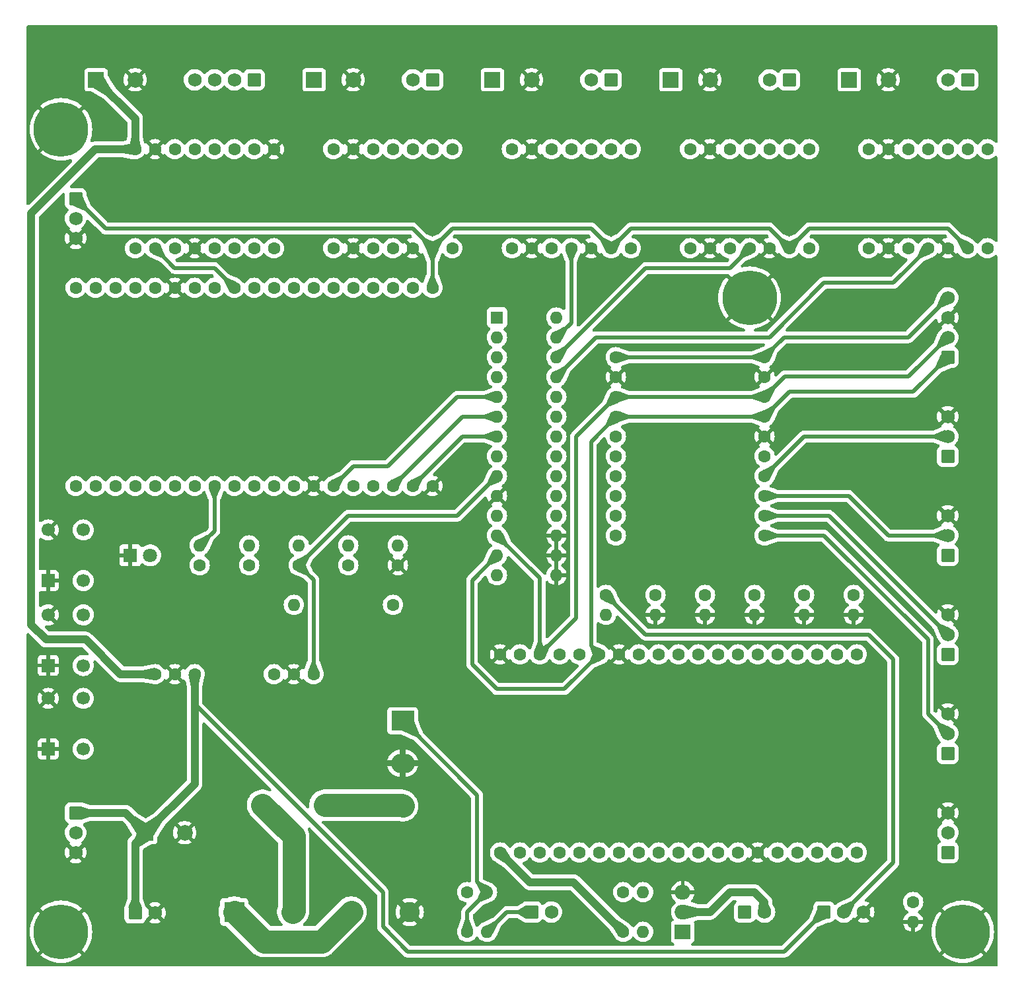
<source format=gbr>
%TF.GenerationSoftware,KiCad,Pcbnew,8.0.1*%
%TF.CreationDate,2024-08-10T06:31:29+02:00*%
%TF.ProjectId,2024-04-23 PCBV1.1,32303234-2d30-4342-9d32-332050434256,rev?*%
%TF.SameCoordinates,Original*%
%TF.FileFunction,Copper,L2,Bot*%
%TF.FilePolarity,Positive*%
%FSLAX46Y46*%
G04 Gerber Fmt 4.6, Leading zero omitted, Abs format (unit mm)*
G04 Created by KiCad (PCBNEW 8.0.1) date 2024-08-10 06:31:29*
%MOMM*%
%LPD*%
G01*
G04 APERTURE LIST*
G04 Aperture macros list*
%AMRoundRect*
0 Rectangle with rounded corners*
0 $1 Rounding radius*
0 $2 $3 $4 $5 $6 $7 $8 $9 X,Y pos of 4 corners*
0 Add a 4 corners polygon primitive as box body*
4,1,4,$2,$3,$4,$5,$6,$7,$8,$9,$2,$3,0*
0 Add four circle primitives for the rounded corners*
1,1,$1+$1,$2,$3*
1,1,$1+$1,$4,$5*
1,1,$1+$1,$6,$7*
1,1,$1+$1,$8,$9*
0 Add four rect primitives between the rounded corners*
20,1,$1+$1,$2,$3,$4,$5,0*
20,1,$1+$1,$4,$5,$6,$7,0*
20,1,$1+$1,$6,$7,$8,$9,0*
20,1,$1+$1,$8,$9,$2,$3,0*%
G04 Aperture macros list end*
%TA.AperFunction,ComponentPad*%
%ADD10C,1.600000*%
%TD*%
%TA.AperFunction,ComponentPad*%
%ADD11O,1.600000X1.600000*%
%TD*%
%TA.AperFunction,ComponentPad*%
%ADD12RoundRect,0.250000X0.620000X0.620000X-0.620000X0.620000X-0.620000X-0.620000X0.620000X-0.620000X0*%
%TD*%
%TA.AperFunction,ComponentPad*%
%ADD13C,1.740000*%
%TD*%
%TA.AperFunction,ComponentPad*%
%ADD14C,4.500000*%
%TD*%
%TA.AperFunction,ConnectorPad*%
%ADD15C,7.000000*%
%TD*%
%TA.AperFunction,ComponentPad*%
%ADD16R,1.700000X1.700000*%
%TD*%
%TA.AperFunction,ComponentPad*%
%ADD17C,1.700000*%
%TD*%
%TA.AperFunction,ComponentPad*%
%ADD18R,3.000000X2.500000*%
%TD*%
%TA.AperFunction,ComponentPad*%
%ADD19O,3.000000X2.500000*%
%TD*%
%TA.AperFunction,ComponentPad*%
%ADD20RoundRect,0.250000X0.620000X-0.620000X0.620000X0.620000X-0.620000X0.620000X-0.620000X-0.620000X0*%
%TD*%
%TA.AperFunction,ComponentPad*%
%ADD21R,2.000000X2.000000*%
%TD*%
%TA.AperFunction,ComponentPad*%
%ADD22C,2.000000*%
%TD*%
%TA.AperFunction,ComponentPad*%
%ADD23R,1.600000X1.600000*%
%TD*%
%TA.AperFunction,ComponentPad*%
%ADD24RoundRect,0.250000X-0.620000X0.620000X-0.620000X-0.620000X0.620000X-0.620000X0.620000X0.620000X0*%
%TD*%
%TA.AperFunction,ComponentPad*%
%ADD25R,2.000000X1.905000*%
%TD*%
%TA.AperFunction,ComponentPad*%
%ADD26O,2.000000X1.905000*%
%TD*%
%TA.AperFunction,ComponentPad*%
%ADD27R,2.600000X2.600000*%
%TD*%
%TA.AperFunction,ComponentPad*%
%ADD28C,2.600000*%
%TD*%
%TA.AperFunction,ComponentPad*%
%ADD29RoundRect,0.250000X-0.620000X-0.620000X0.620000X-0.620000X0.620000X0.620000X-0.620000X0.620000X0*%
%TD*%
%TA.AperFunction,ComponentPad*%
%ADD30O,2.400000X2.800000*%
%TD*%
%TA.AperFunction,ComponentPad*%
%ADD31R,1.800000X1.800000*%
%TD*%
%TA.AperFunction,ComponentPad*%
%ADD32C,1.800000*%
%TD*%
%TA.AperFunction,ViaPad*%
%ADD33C,1.000000*%
%TD*%
%TA.AperFunction,Conductor*%
%ADD34C,1.000000*%
%TD*%
%TA.AperFunction,Conductor*%
%ADD35C,3.000000*%
%TD*%
%TA.AperFunction,Conductor*%
%ADD36C,0.300000*%
%TD*%
%TA.AperFunction,Conductor*%
%ADD37C,0.500000*%
%TD*%
G04 APERTURE END LIST*
D10*
%TO.P,R2,1*%
%TO.N,Net-(U4-AIN0)*%
X120040000Y-109220000D03*
D11*
%TO.P,R2,2*%
%TO.N,GND*%
X120040000Y-111760000D03*
%TD*%
D10*
%TO.P,R4,1*%
%TO.N,+3V3*%
X67970000Y-105410000D03*
D11*
%TO.P,R4,2*%
%TO.N,/SCL*%
X67970000Y-102870000D03*
%TD*%
D12*
%TO.P,J4,1,Pin_1*%
%TO.N,/Stepper_A1*%
X68580000Y-43180000D03*
D13*
%TO.P,J4,2,Pin_2*%
%TO.N,/Stepper_A2*%
X66040000Y-43180000D03*
%TO.P,J4,3,Pin_3*%
%TO.N,/Stepper_B1*%
X63500000Y-43180000D03*
%TO.P,J4,4,Pin_4*%
%TO.N,/Stepper_B2*%
X60960000Y-43180000D03*
%TD*%
D10*
%TO.P,R9,1*%
%TO.N,Net-(Q1-S)*%
X95910000Y-147320000D03*
D11*
%TO.P,R9,2*%
%TO.N,Net-(Q1-G)*%
X98450000Y-147320000D03*
%TD*%
D12*
%TO.P,J16,1,Pin_1*%
%TO.N,/Difflock1*%
X160020000Y-43180000D03*
D13*
%TO.P,J16,2,Pin_2*%
%TO.N,/Difflock2*%
X157480000Y-43180000D03*
%TD*%
D10*
%TO.P,Difflock1,1,VM*%
%TO.N,unconnected-(Difflock1-VM-Pad1)*%
X147320000Y-64770000D03*
%TO.P,Difflock1,2,GND*%
%TO.N,GND*%
X149860000Y-64770000D03*
%TO.P,Difflock1,3,IN1/EN*%
%TO.N,/Difflock_PWM*%
X152400000Y-64770000D03*
%TO.P,Difflock1,4,IN2/PH*%
%TO.N,/Difflock_Dir*%
X154940000Y-64770000D03*
%TO.P,Difflock1,5,PMODE*%
%TO.N,GND*%
X157480000Y-64770000D03*
%TO.P,Difflock1,6,~{SLP}*%
%TO.N,+3V3*%
X160020000Y-64770000D03*
%TO.P,Difflock1,7,VREF*%
%TO.N,unconnected-(Difflock1-VREF-Pad7)*%
X162560000Y-64770000D03*
%TO.P,Difflock1,8,CS*%
%TO.N,unconnected-(Difflock1-CS-Pad8)*%
X162560000Y-52070000D03*
%TO.P,Difflock1,9,~{FLT}*%
%TO.N,unconnected-(Difflock1-~{FLT}-Pad9)*%
X160020000Y-52070000D03*
%TO.P,Difflock1,10,IMODE*%
%TO.N,unconnected-(Difflock1-IMODE-Pad10)*%
X157480000Y-52070000D03*
%TO.P,Difflock1,11,OUT2*%
%TO.N,/Difflock1*%
X154940000Y-52070000D03*
%TO.P,Difflock1,12,OUT1*%
%TO.N,/Difflock2*%
X152400000Y-52070000D03*
%TO.P,Difflock1,13,GND*%
%TO.N,GND*%
X149860000Y-52070000D03*
%TO.P,Difflock1,14,VIn*%
%TO.N,+BATT*%
X147320000Y-52070000D03*
%TD*%
%TO.P,R12,1*%
%TO.N,/Headlights*%
X115905000Y-147320000D03*
D11*
%TO.P,R12,2*%
%TO.N,Net-(Q2-G)*%
X118445000Y-147320000D03*
%TD*%
D14*
%TO.P,H3,1,1*%
%TO.N,GND*%
X43840000Y-152400000D03*
D15*
X43840000Y-152400000D03*
%TD*%
D16*
%TO.P,SW3,1,1*%
%TO.N,GND*%
X42200000Y-128980000D03*
D17*
X42200000Y-122480000D03*
%TO.P,SW3,2,2*%
%TO.N,Net-(U6-IO19)*%
X46700000Y-128980000D03*
X46700000Y-122480000D03*
%TD*%
D10*
%TO.P,U1,*%
%TO.N,*%
X145832500Y-142240000D03*
%TO.P,U1,1,GND*%
%TO.N,GND*%
X100112500Y-116840000D03*
%TO.P,U1,2,VDD*%
%TO.N,+3V3*%
X100112500Y-142240000D03*
%TO.P,U1,3,EN*%
%TO.N,unconnected-(U1-EN-Pad3)*%
X102652500Y-142240000D03*
%TO.P,U1,4,SENSOR_VP*%
%TO.N,unconnected-(U1-SENSOR_VP-Pad4)*%
X105192500Y-142240000D03*
%TO.P,U1,5,SENSOR_VN*%
%TO.N,unconnected-(U1-SENSOR_VN-Pad5)*%
X107732500Y-142240000D03*
%TO.P,U1,6,IO34*%
%TO.N,unconnected-(U1-IO34-Pad6)*%
X110272500Y-142240000D03*
%TO.P,U1,7,IO35*%
%TO.N,unconnected-(U1-IO35-Pad7)*%
X112812500Y-142240000D03*
%TO.P,U1,8,IO32*%
%TO.N,unconnected-(U1-IO32-Pad8)*%
X115352500Y-142240000D03*
%TO.P,U1,9,IO33*%
%TO.N,unconnected-(U1-IO33-Pad9)*%
X117892500Y-142240000D03*
%TO.P,U1,10,IO25*%
%TO.N,/Headlights*%
X120432500Y-142240000D03*
%TO.P,U1,11,IO26*%
%TO.N,/Engine_PWM*%
X122972500Y-142240000D03*
%TO.P,U1,12,IO27*%
%TO.N,/Engine_Dir*%
X125512500Y-142240000D03*
%TO.P,U1,13,IO14*%
%TO.N,unconnected-(U1-IO14-Pad13)*%
X128052500Y-142240000D03*
%TO.P,U1,14,IO12*%
%TO.N,unconnected-(U1-IO12-Pad14)*%
X130592500Y-142240000D03*
%TO.P,U1,15,GND*%
%TO.N,GND*%
X133132500Y-142240000D03*
%TO.P,U1,16,IO13*%
%TO.N,unconnected-(U1-IO13-Pad16)*%
X135672500Y-142240000D03*
%TO.P,U1,17,SHD/SD2*%
%TO.N,unconnected-(U1-SHD{slash}SD2-Pad17)*%
X138212500Y-142240000D03*
%TO.P,U1,18,SWP/SD3*%
%TO.N,unconnected-(U1-SWP{slash}SD3-Pad18)*%
X140752500Y-142240000D03*
%TO.P,U1,19,SCS/CMD*%
%TO.N,unconnected-(U1-SCS{slash}CMD-Pad19)*%
X143292500Y-142240000D03*
%TO.P,U1,20,SCK/CLK*%
%TO.N,unconnected-(U1-SCK{slash}CLK-Pad20)*%
X145832500Y-116840000D03*
%TO.P,U1,21,SDO/SD0*%
%TO.N,unconnected-(U1-SDO{slash}SD0-Pad21)*%
X143292500Y-116840000D03*
%TO.P,U1,22,SDI/SD1*%
%TO.N,unconnected-(U1-SDI{slash}SD1-Pad22)*%
X140752500Y-116840000D03*
%TO.P,U1,23,IO15*%
%TO.N,unconnected-(U1-IO15-Pad23)*%
X138212500Y-116840000D03*
%TO.P,U1,24,IO2*%
%TO.N,unconnected-(U1-IO2-Pad24)*%
X135672500Y-116840000D03*
%TO.P,U1,25,IO0*%
%TO.N,unconnected-(U1-IO0-Pad25)*%
X133132500Y-116840000D03*
%TO.P,U1,26,IO4*%
%TO.N,unconnected-(U1-IO4-Pad26)*%
X130592500Y-116840000D03*
%TO.P,U1,27,IO16*%
%TO.N,/Difflock_PWM*%
X128052500Y-116840000D03*
%TO.P,U1,28,IO17*%
%TO.N,/ClutchB_PWM*%
X125512500Y-116840000D03*
%TO.P,U1,29,IO5*%
%TO.N,unconnected-(U1-IO5-Pad29)*%
X122972500Y-116840000D03*
%TO.P,U1,30,IO18*%
%TO.N,/ClutchA_PWM*%
X120432500Y-116840000D03*
%TO.P,U1,31,IO19*%
%TO.N,/Shifter_PWM*%
X117892500Y-116840000D03*
%TO.P,U1,33,IO21*%
%TO.N,/SDA*%
X112812500Y-116840000D03*
%TO.P,U1,34,RXD0/IO3*%
%TO.N,unconnected-(U1-RXD0{slash}IO3-Pad34)*%
X110272500Y-116840000D03*
%TO.P,U1,35,TXD0/IO1*%
%TO.N,unconnected-(U1-TXD0{slash}IO1-Pad35)*%
X107732500Y-116840000D03*
%TO.P,U1,36,IO22*%
%TO.N,/SCL*%
X105192500Y-116840000D03*
%TO.P,U1,37,IO23*%
%TO.N,Net-(U1-IO23)*%
X102652500Y-116840000D03*
%TO.P,U1,38,GND*%
%TO.N,GND*%
X115352500Y-116840000D03*
%TD*%
D18*
%TO.P,Q1,1,G*%
%TO.N,Net-(Q1-G)*%
X87630000Y-125350000D03*
D19*
%TO.P,Q1,2,D*%
%TO.N,GND*%
X87630000Y-130810000D03*
%TO.P,Q1,3,S*%
%TO.N,Net-(Q1-S)*%
X87630000Y-136270000D03*
%TD*%
D20*
%TO.P,J7,1,Pin_1*%
%TO.N,+3V3*%
X157480000Y-116840000D03*
D13*
%TO.P,J7,2,Pin_2*%
%TO.N,/Shifter_Sense*%
X157480000Y-114300000D03*
%TO.P,J7,3,Pin_3*%
%TO.N,GND*%
X157480000Y-111760000D03*
%TD*%
D10*
%TO.P,U3,1,ADDR*%
%TO.N,GND*%
X134010000Y-88900000D03*
%TO.P,U3,2,ALERT/RDY*%
%TO.N,unconnected-(U3-ALERT{slash}RDY-Pad2)*%
X134010000Y-91440000D03*
%TO.P,U3,3,GND*%
%TO.N,GND*%
X134010000Y-81280000D03*
%TO.P,U3,4,AIN0*%
%TO.N,/ClutchA_Sense*%
X134010000Y-93980000D03*
%TO.P,U3,5,AIN1*%
%TO.N,/ClutchB_Sense*%
X134010000Y-96520000D03*
%TO.P,U3,6,AIN2*%
%TO.N,/Shifter_Sense*%
X134010000Y-99060000D03*
%TO.P,U3,7,AIN3*%
%TO.N,/Difflock_Sense*%
X134010000Y-101600000D03*
%TO.P,U3,8,VDD*%
%TO.N,+3V3*%
X134010000Y-78740000D03*
%TO.P,U3,9,SDA*%
%TO.N,/SDA*%
X134010000Y-86360000D03*
%TO.P,U3,10,SCL*%
%TO.N,/SCL*%
X134010000Y-83820000D03*
%TD*%
D16*
%TO.P,SW2,1,1*%
%TO.N,GND*%
X42200000Y-118260000D03*
D17*
X42200000Y-111760000D03*
%TO.P,SW2,2,2*%
%TO.N,Net-(U6-IO18)*%
X46700000Y-118260000D03*
X46700000Y-111760000D03*
%TD*%
D21*
%TO.P,C10,1*%
%TO.N,+BATT*%
X48340000Y-43180000D03*
D22*
%TO.P,C10,2*%
%TO.N,GND*%
X53340000Y-43180000D03*
%TD*%
D14*
%TO.P,H1,1,1*%
%TO.N,GND*%
X43840000Y-49530000D03*
D15*
X43840000Y-49530000D03*
%TD*%
D10*
%TO.P,R1,1*%
%TO.N,/I_Sense*%
X113690000Y-109220000D03*
D11*
%TO.P,R1,2*%
%TO.N,Net-(U4-AIN0)*%
X113690000Y-111760000D03*
%TD*%
D23*
%TO.P,U2,1,GPB0*%
%TO.N,/Shifter_Dir*%
X99720000Y-73660000D03*
D11*
%TO.P,U2,2,GPB1*%
%TO.N,unconnected-(U2-GPB1-Pad2)*%
X99720000Y-76200000D03*
%TO.P,U2,3,GPB2*%
%TO.N,unconnected-(U2-GPB2-Pad3)*%
X99720000Y-78740000D03*
%TO.P,U2,4,GPB3*%
%TO.N,unconnected-(U2-GPB3-Pad4)*%
X99720000Y-81280000D03*
%TO.P,U2,5,GPB4*%
%TO.N,/Brake_Input1*%
X99720000Y-83820000D03*
%TO.P,U2,6,GPB5*%
%TO.N,/Brake_Input2*%
X99720000Y-86360000D03*
%TO.P,U2,7,GPB6*%
%TO.N,/Brake_Output*%
X99720000Y-88900000D03*
%TO.P,U2,8,GPB7*%
%TO.N,unconnected-(U2-GPB7-Pad8)*%
X99720000Y-91440000D03*
%TO.P,U2,9,VDD*%
%TO.N,+3V3*%
X99720000Y-93980000D03*
%TO.P,U2,10,VSS*%
%TO.N,GND*%
X99720000Y-96520000D03*
%TO.P,U2,11,NC*%
%TO.N,unconnected-(U2-NC-Pad11)*%
X99720000Y-99060000D03*
%TO.P,U2,12,SCK*%
%TO.N,/SCL*%
X99720000Y-101600000D03*
%TO.P,U2,13,SDA*%
%TO.N,/SDA*%
X99720000Y-104140000D03*
%TO.P,U2,14,NC*%
%TO.N,unconnected-(U2-NC-Pad14)*%
X99720000Y-106680000D03*
%TO.P,U2,15,A0*%
%TO.N,GND*%
X107340000Y-106680000D03*
%TO.P,U2,16,A1*%
X107340000Y-104140000D03*
%TO.P,U2,17,A2*%
X107340000Y-101600000D03*
%TO.P,U2,18,~{RESET}*%
%TO.N,+3V3*%
X107340000Y-99060000D03*
%TO.P,U2,19,INTB*%
%TO.N,unconnected-(U2-INTB-Pad19)*%
X107340000Y-96520000D03*
%TO.P,U2,20,INTA*%
%TO.N,unconnected-(U2-INTA-Pad20)*%
X107340000Y-93980000D03*
%TO.P,U2,21,GPA0*%
%TO.N,unconnected-(U2-GPA0-Pad21)*%
X107340000Y-91440000D03*
%TO.P,U2,22,GPA1*%
%TO.N,unconnected-(U2-GPA1-Pad22)*%
X107340000Y-88900000D03*
%TO.P,U2,23,GPA2*%
%TO.N,unconnected-(U2-GPA2-Pad23)*%
X107340000Y-86360000D03*
%TO.P,U2,24,GPA3*%
%TO.N,unconnected-(U2-GPA3-Pad24)*%
X107340000Y-83820000D03*
%TO.P,U2,25,GPA4*%
%TO.N,/Difflock_Dir*%
X107340000Y-81280000D03*
%TO.P,U2,26,GPA5*%
%TO.N,/ClutchB_Dir*%
X107340000Y-78740000D03*
%TO.P,U2,27,GPA6*%
%TO.N,/ClutchA_Dir*%
X107340000Y-76200000D03*
%TO.P,U2,28,GPA7*%
%TO.N,unconnected-(U2-GPA7-Pad28)*%
X107340000Y-73660000D03*
%TD*%
D20*
%TO.P,J1,1,Pin_1*%
%TO.N,/SDA*%
X157480000Y-78740000D03*
D13*
%TO.P,J1,2,Pin_2*%
%TO.N,/SCL*%
X157480000Y-76200000D03*
%TO.P,J1,3,Pin_3*%
%TO.N,GND*%
X157480000Y-73660000D03*
%TO.P,J1,4,Pin_4*%
%TO.N,+3V3*%
X157480000Y-71120000D03*
%TD*%
D20*
%TO.P,J8,1,Pin_1*%
%TO.N,+3V3*%
X157480000Y-129540000D03*
D13*
%TO.P,J8,2,Pin_2*%
%TO.N,/Difflock_Sense*%
X157480000Y-127000000D03*
%TO.P,J8,3,Pin_3*%
%TO.N,GND*%
X157480000Y-124460000D03*
%TD*%
D10*
%TO.P,ClutchB1,1,VM*%
%TO.N,unconnected-(ClutchB1-VM-Pad1)*%
X124460000Y-64770000D03*
%TO.P,ClutchB1,2,GND*%
%TO.N,GND*%
X127000000Y-64770000D03*
%TO.P,ClutchB1,3,IN1/EN*%
%TO.N,/ClutchB_PWM*%
X129540000Y-64770000D03*
%TO.P,ClutchB1,4,IN2/PH*%
%TO.N,/ClutchB_Dir*%
X132080000Y-64770000D03*
%TO.P,ClutchB1,5,PMODE*%
%TO.N,GND*%
X134620000Y-64770000D03*
%TO.P,ClutchB1,6,~{SLP}*%
%TO.N,+3V3*%
X137160000Y-64770000D03*
%TO.P,ClutchB1,7,VREF*%
%TO.N,unconnected-(ClutchB1-VREF-Pad7)*%
X139700000Y-64770000D03*
%TO.P,ClutchB1,8,CS*%
%TO.N,unconnected-(ClutchB1-CS-Pad8)*%
X139700000Y-52070000D03*
%TO.P,ClutchB1,9,~{FLT}*%
%TO.N,unconnected-(ClutchB1-~{FLT}-Pad9)*%
X137160000Y-52070000D03*
%TO.P,ClutchB1,10,IMODE*%
%TO.N,unconnected-(ClutchB1-IMODE-Pad10)*%
X134620000Y-52070000D03*
%TO.P,ClutchB1,11,OUT2*%
%TO.N,/ClutchB1*%
X132080000Y-52070000D03*
%TO.P,ClutchB1,12,OUT1*%
%TO.N,/ClutchB2*%
X129540000Y-52070000D03*
%TO.P,ClutchB1,13,GND*%
%TO.N,GND*%
X127000000Y-52070000D03*
%TO.P,ClutchB1,14,VIn*%
%TO.N,+BATT*%
X124460000Y-52070000D03*
%TD*%
%TO.P,DC/DC2,1,+VIn*%
%TO.N,+BATT*%
X71120000Y-119380000D03*
%TO.P,DC/DC2,2,GND*%
%TO.N,GND*%
X73660000Y-119380000D03*
%TO.P,DC/DC2,3,+VOut*%
%TO.N,+3V3*%
X76200000Y-119380000D03*
%TD*%
%TO.P,R3,1*%
%TO.N,+3V3*%
X74320000Y-105410000D03*
D11*
%TO.P,R3,2*%
%TO.N,/SDA*%
X74320000Y-102870000D03*
%TD*%
D20*
%TO.P,J6,1,Pin_1*%
%TO.N,+3V3*%
X157480000Y-104140000D03*
D13*
%TO.P,J6,2,Pin_2*%
%TO.N,/ClutchB_Sense*%
X157480000Y-101600000D03*
%TO.P,J6,3,Pin_3*%
%TO.N,GND*%
X157480000Y-99060000D03*
%TD*%
D20*
%TO.P,J12,1,Pin_1*%
%TO.N,/Engine_PWM*%
X157505000Y-142240000D03*
D13*
%TO.P,J12,2,Pin_2*%
%TO.N,/Engine_Dir*%
X157505000Y-139700000D03*
%TO.P,J12,3,Pin_3*%
%TO.N,GND*%
X157505000Y-137160000D03*
%TD*%
D12*
%TO.P,J14,1,Pin_1*%
%TO.N,/ClutchA1*%
X114300000Y-43180000D03*
D13*
%TO.P,J14,2,Pin_2*%
%TO.N,/ClutchA2*%
X111760000Y-43180000D03*
%TD*%
D10*
%TO.P,A1,1,GND*%
%TO.N,GND*%
X71120000Y-52080000D03*
%TO.P,A1,2,~{FLT}*%
%TO.N,unconnected-(A1-~{FLT}-Pad2)*%
X68580000Y-52080000D03*
%TO.P,A1,3,A2*%
%TO.N,/Stepper_A1*%
X66040000Y-52080000D03*
%TO.P,A1,4,A1*%
%TO.N,/Stepper_A2*%
X63500000Y-52080000D03*
%TO.P,A1,5,B1*%
%TO.N,/Stepper_B1*%
X60960000Y-52080000D03*
%TO.P,A1,6,B2*%
%TO.N,/Stepper_B2*%
X58420000Y-52080000D03*
%TO.P,A1,7,GND*%
%TO.N,GND*%
X55880000Y-52080000D03*
%TO.P,A1,8,VMOT*%
%TO.N,+BATT*%
X53340000Y-52080000D03*
%TO.P,A1,9,~{EN}*%
%TO.N,unconnected-(A1-~{EN}-Pad9)*%
X53340000Y-64780000D03*
%TO.P,A1,10,M0*%
%TO.N,/Stepper_M0*%
X55880000Y-64780000D03*
%TO.P,A1,11,M1*%
%TO.N,/Stepper_M1*%
X58420000Y-64780000D03*
%TO.P,A1,12,M2*%
%TO.N,GND*%
X60960000Y-64780000D03*
%TO.P,A1,13,~{RST}*%
%TO.N,/Stepper_SLP*%
X63500000Y-64780000D03*
%TO.P,A1,14,~{SLP}*%
X66040000Y-64780000D03*
%TO.P,A1,15,STEP*%
%TO.N,/Stepper_STP*%
X68580000Y-64780000D03*
%TO.P,A1,16,DIR*%
%TO.N,/Stepper_DIR*%
X71120000Y-64780000D03*
%TD*%
D12*
%TO.P,J15,1,Pin_1*%
%TO.N,/ClutchB1*%
X137160000Y-43180000D03*
D13*
%TO.P,J15,2,Pin_2*%
%TO.N,/ClutchB2*%
X134620000Y-43180000D03*
%TD*%
D10*
%TO.P,R13,1*%
%TO.N,+3V3*%
X115905000Y-152400000D03*
D11*
%TO.P,R13,2*%
%TO.N,/Headlights_3V*%
X118445000Y-152400000D03*
%TD*%
D24*
%TO.P,J3,1,Pin_1*%
%TO.N,+3V3*%
X45720000Y-58420000D03*
D13*
%TO.P,J3,2,Pin_2*%
%TO.N,/Brake_Sense*%
X45720000Y-60960000D03*
%TO.P,J3,3,Pin_3*%
%TO.N,GND*%
X45720000Y-63500000D03*
%TD*%
D25*
%TO.P,Q2,1,G*%
%TO.N,Net-(Q2-G)*%
X123525000Y-152400000D03*
D26*
%TO.P,Q2,2,D*%
%TO.N,/Headlights_GND*%
X123525000Y-149860000D03*
%TO.P,Q2,3,S*%
%TO.N,GND*%
X123525000Y-147320000D03*
%TD*%
D10*
%TO.P,R8,1*%
%TO.N,+BATT*%
X80670000Y-105410000D03*
D11*
%TO.P,R8,2*%
%TO.N,Net-(U4-AIN1)*%
X80670000Y-102870000D03*
%TD*%
D24*
%TO.P,J2,1,Pin_1*%
%TO.N,+5V*%
X45720000Y-137160000D03*
D13*
%TO.P,J2,2,Pin_2*%
%TO.N,/RGB_LED*%
X45720000Y-139700000D03*
%TO.P,J2,3,Pin_3*%
%TO.N,GND*%
X45720000Y-142240000D03*
%TD*%
D27*
%TO.P,J18,1,Pin_1*%
%TO.N,+BATT*%
X66040000Y-149860000D03*
D28*
%TO.P,J18,2,Pin_2*%
%TO.N,-BATT*%
X73540000Y-149860000D03*
%TO.P,J18,3,Pin_3*%
%TO.N,+BATT*%
X81040000Y-149860000D03*
%TO.P,J18,4,Pin_4*%
%TO.N,GND*%
X88540000Y-149860000D03*
%TD*%
D10*
%TO.P,U6,*%
%TO.N,*%
X45720000Y-69850000D03*
%TO.P,U6,1,GND*%
%TO.N,GND*%
X91440000Y-95250000D03*
%TO.P,U6,2,VDD*%
%TO.N,+3V3*%
X91440000Y-69850000D03*
%TO.P,U6,3,EN*%
%TO.N,unconnected-(U6-EN-Pad3)*%
X88900000Y-69850000D03*
%TO.P,U6,4,SENSOR_VP*%
%TO.N,unconnected-(U6-SENSOR_VP-Pad4)*%
X86360000Y-69850000D03*
%TO.P,U6,5,SENSOR_VN*%
%TO.N,unconnected-(U6-SENSOR_VN-Pad5)*%
X83820000Y-69850000D03*
%TO.P,U6,6,IO34*%
%TO.N,unconnected-(U6-IO34-Pad6)*%
X81280000Y-69850000D03*
%TO.P,U6,7,IO35*%
%TO.N,unconnected-(U6-IO35-Pad7)*%
X78740000Y-69850000D03*
%TO.P,U6,8,IO32*%
%TO.N,/Stepper_DIR*%
X76200000Y-69850000D03*
%TO.P,U6,9,IO33*%
%TO.N,/Stepper_STP*%
X73660000Y-69850000D03*
%TO.P,U6,10,IO25*%
%TO.N,/Stepper_SLP*%
X71120000Y-69850000D03*
%TO.P,U6,11,IO26*%
%TO.N,/Stepper_M1*%
X68580000Y-69850000D03*
%TO.P,U6,12,IO27*%
%TO.N,/Stepper_M0*%
X66040000Y-69850000D03*
%TO.P,U6,13,IO14*%
%TO.N,unconnected-(U6-IO14-Pad13)*%
X63500000Y-69850000D03*
%TO.P,U6,14,IO12*%
%TO.N,unconnected-(U6-IO12-Pad14)*%
X60960000Y-69850000D03*
%TO.P,U6,15,GND*%
%TO.N,GND*%
X58420000Y-69850000D03*
%TO.P,U6,16,IO13*%
%TO.N,unconnected-(U6-IO13-Pad16)*%
X55880000Y-69850000D03*
%TO.P,U6,17,SHD/SD2*%
%TO.N,unconnected-(U6-SHD{slash}SD2-Pad17)*%
X53340000Y-69850000D03*
%TO.P,U6,18,SWP/SD3*%
%TO.N,unconnected-(U6-SWP{slash}SD3-Pad18)*%
X50800000Y-69850000D03*
%TO.P,U6,19,SCS/CMD*%
%TO.N,unconnected-(U6-SCS{slash}CMD-Pad19)*%
X48260000Y-69850000D03*
%TO.P,U6,20,SCK/CLK*%
%TO.N,unconnected-(U6-SCK{slash}CLK-Pad20)*%
X45720000Y-95250000D03*
%TO.P,U6,21,SDO/SD0*%
%TO.N,unconnected-(U6-SDO{slash}SD0-Pad21)*%
X48260000Y-95250000D03*
%TO.P,U6,22,SDI/SD1*%
%TO.N,unconnected-(U6-SDI{slash}SD1-Pad22)*%
X50800000Y-95250000D03*
%TO.P,U6,23,IO15*%
%TO.N,/Brake_Sense*%
X53340000Y-95250000D03*
%TO.P,U6,24,IO2*%
%TO.N,unconnected-(U6-IO2-Pad24)*%
X55880000Y-95250000D03*
%TO.P,U6,25,IO0*%
%TO.N,unconnected-(U6-IO0-Pad25)*%
X58420000Y-95250000D03*
%TO.P,U6,26,IO4*%
%TO.N,unconnected-(U6-IO4-Pad26)*%
X60960000Y-95250000D03*
%TO.P,U6,27,IO16*%
%TO.N,Net-(U6-IO16)*%
X63500000Y-95250000D03*
%TO.P,U6,28,IO17*%
%TO.N,Net-(U6-IO17)*%
X66040000Y-95250000D03*
%TO.P,U6,29,IO5*%
%TO.N,unconnected-(U6-IO5-Pad29)*%
X68580000Y-95250000D03*
%TO.P,U6,30,IO18*%
%TO.N,Net-(U6-IO18)*%
X71120000Y-95250000D03*
%TO.P,U6,31,IO19*%
%TO.N,Net-(U6-IO19)*%
X73660000Y-95250000D03*
%TO.P,U6,33,IO21*%
%TO.N,/Brake_Input1*%
X78740000Y-95250000D03*
%TO.P,U6,34,RXD0/IO3*%
%TO.N,unconnected-(U6-RXD0{slash}IO3-Pad34)*%
X81280000Y-95250000D03*
%TO.P,U6,35,TXD0/IO1*%
%TO.N,unconnected-(U6-TXD0{slash}IO1-Pad35)*%
X83820000Y-95250000D03*
%TO.P,U6,36,IO22*%
%TO.N,/Brake_Input2*%
X86360000Y-95250000D03*
%TO.P,U6,37,IO23*%
%TO.N,/Brake_Output*%
X88900000Y-95250000D03*
%TO.P,U6,38,GND*%
%TO.N,GND*%
X76200000Y-95250000D03*
%TD*%
%TO.P,R18,1*%
%TO.N,/ClutchB_PWM*%
X139090000Y-109220000D03*
D11*
%TO.P,R18,2*%
%TO.N,GND*%
X139090000Y-111760000D03*
%TD*%
D29*
%TO.P,J17,1,Pin_1*%
%TO.N,+5V*%
X53340000Y-149980000D03*
D13*
%TO.P,J17,2,Pin_2*%
%TO.N,GND*%
X55880000Y-149980000D03*
%TD*%
D29*
%TO.P,J11,1,Pin_1*%
%TO.N,/Headlights_3V*%
X131470000Y-149860000D03*
D13*
%TO.P,J11,2,Pin_2*%
%TO.N,/Headlights_GND*%
X134010000Y-149860000D03*
%TD*%
D21*
%TO.P,C11,1*%
%TO.N,+BATT*%
X99140000Y-43180000D03*
D22*
%TO.P,C11,2*%
%TO.N,GND*%
X104140000Y-43180000D03*
%TD*%
D21*
%TO.P,C9,1*%
%TO.N,+BATT*%
X144860000Y-43180000D03*
D22*
%TO.P,C9,2*%
%TO.N,GND*%
X149860000Y-43180000D03*
%TD*%
D10*
%TO.P,R10,1*%
%TO.N,Net-(Q1-G)*%
X95910000Y-152400000D03*
D11*
%TO.P,R10,2*%
%TO.N,/onoff1*%
X98450000Y-152400000D03*
%TD*%
D12*
%TO.P,J13,1,Pin_1*%
%TO.N,/Shifter1*%
X91440000Y-43180000D03*
D13*
%TO.P,J13,2,Pin_2*%
%TO.N,/Shifter2*%
X88900000Y-43180000D03*
%TD*%
D29*
%TO.P,J10,1,Pin_1*%
%TO.N,+5V*%
X141630000Y-149860000D03*
D13*
%TO.P,J10,2,Pin_2*%
%TO.N,/I_Sense*%
X144170000Y-149860000D03*
%TO.P,J10,3,Pin_3*%
%TO.N,GND*%
X146710000Y-149860000D03*
%TD*%
D10*
%TO.P,R19,1*%
%TO.N,/Difflock_PWM*%
X145440000Y-109220000D03*
D11*
%TO.P,R19,2*%
%TO.N,GND*%
X145440000Y-111760000D03*
%TD*%
D16*
%TO.P,SW1,1,1*%
%TO.N,GND*%
X42200000Y-107390000D03*
D17*
X42200000Y-100890000D03*
%TO.P,SW1,2,2*%
%TO.N,Net-(U6-IO17)*%
X46700000Y-107390000D03*
X46700000Y-100890000D03*
%TD*%
D21*
%TO.P,C14,1*%
%TO.N,+5V*%
X54690000Y-139700000D03*
D22*
%TO.P,C14,2*%
%TO.N,GND*%
X59690000Y-139700000D03*
%TD*%
D20*
%TO.P,J5,1,Pin_1*%
%TO.N,+3V3*%
X157480000Y-91440000D03*
D13*
%TO.P,J5,2,Pin_2*%
%TO.N,/ClutchA_Sense*%
X157480000Y-88900000D03*
%TO.P,J5,3,Pin_3*%
%TO.N,GND*%
X157480000Y-86360000D03*
%TD*%
D30*
%TO.P,F1,1*%
%TO.N,-BATT*%
X69660000Y-136160000D03*
%TO.P,F1,2*%
%TO.N,Net-(Q1-S)*%
X77660000Y-136160000D03*
%TD*%
D10*
%TO.P,DC/DC1,1,+VIn*%
%TO.N,+BATT*%
X55880000Y-119380000D03*
%TO.P,DC/DC1,2,GND*%
%TO.N,GND*%
X58420000Y-119380000D03*
%TO.P,DC/DC1,3,+VOut*%
%TO.N,+5V*%
X60960000Y-119380000D03*
%TD*%
%TO.P,R16,1*%
%TO.N,/Shifter_PWM*%
X126390000Y-109220000D03*
D11*
%TO.P,R16,2*%
%TO.N,GND*%
X126390000Y-111760000D03*
%TD*%
D10*
%TO.P,U4,1,ADDR*%
%TO.N,+3V3*%
X114960000Y-88900000D03*
%TO.P,U4,2,ALERT/RDY*%
%TO.N,unconnected-(U4-ALERT{slash}RDY-Pad2)*%
X114960000Y-91440000D03*
%TO.P,U4,3,GND*%
%TO.N,GND*%
X114960000Y-81280000D03*
%TO.P,U4,4,AIN0*%
%TO.N,Net-(U4-AIN0)*%
X114960000Y-93980000D03*
%TO.P,U4,5,AIN1*%
%TO.N,Net-(U4-AIN1)*%
X114960000Y-96520000D03*
%TO.P,U4,6,AIN2*%
%TO.N,unconnected-(U4-AIN2-Pad6)*%
X114960000Y-99060000D03*
%TO.P,U4,7,AIN3*%
%TO.N,unconnected-(U4-AIN3-Pad7)*%
X114960000Y-101600000D03*
%TO.P,U4,8,VDD*%
%TO.N,+3V3*%
X114960000Y-78740000D03*
%TO.P,U4,9,SDA*%
%TO.N,/SDA*%
X114960000Y-86360000D03*
%TO.P,U4,10,SCL*%
%TO.N,/SCL*%
X114960000Y-83820000D03*
%TD*%
D14*
%TO.P,H2,1,1*%
%TO.N,GND*%
X132080000Y-71120000D03*
D15*
X132080000Y-71120000D03*
%TD*%
D31*
%TO.P,D1,1,K*%
%TO.N,GND*%
X52730000Y-104140000D03*
D32*
%TO.P,D1,2,A*%
%TO.N,Net-(D1-A)*%
X55270000Y-104140000D03*
%TD*%
D10*
%TO.P,R17,1*%
%TO.N,/ClutchA_PWM*%
X132740000Y-109220000D03*
D11*
%TO.P,R17,2*%
%TO.N,GND*%
X132740000Y-111760000D03*
%TD*%
D21*
%TO.P,C1,1*%
%TO.N,+BATT*%
X76280000Y-43180000D03*
D22*
%TO.P,C1,2*%
%TO.N,GND*%
X81280000Y-43180000D03*
%TD*%
D29*
%TO.P,J9,1,Pin_1*%
%TO.N,/onoff1*%
X104140000Y-149860000D03*
D13*
%TO.P,J9,2,Pin_2*%
%TO.N,+BATT*%
X106680000Y-149860000D03*
%TD*%
D10*
%TO.P,R5,1*%
%TO.N,Net-(D1-A)*%
X61620000Y-105410000D03*
D11*
%TO.P,R5,2*%
%TO.N,Net-(U6-IO16)*%
X61620000Y-102870000D03*
%TD*%
D10*
%TO.P,ClutchA1,1,VM*%
%TO.N,unconnected-(ClutchA1-VM-Pad1)*%
X101625000Y-64770000D03*
%TO.P,ClutchA1,2,GND*%
%TO.N,GND*%
X104165000Y-64770000D03*
%TO.P,ClutchA1,3,IN1/EN*%
%TO.N,/ClutchA_PWM*%
X106705000Y-64770000D03*
%TO.P,ClutchA1,4,IN2/PH*%
%TO.N,/ClutchA_Dir*%
X109245000Y-64770000D03*
%TO.P,ClutchA1,5,PMODE*%
%TO.N,GND*%
X111785000Y-64770000D03*
%TO.P,ClutchA1,6,~{SLP}*%
%TO.N,+3V3*%
X114325000Y-64770000D03*
%TO.P,ClutchA1,7,VREF*%
%TO.N,unconnected-(ClutchA1-VREF-Pad7)*%
X116865000Y-64770000D03*
%TO.P,ClutchA1,8,CS*%
%TO.N,unconnected-(ClutchA1-CS-Pad8)*%
X116865000Y-52070000D03*
%TO.P,ClutchA1,9,~{FLT}*%
%TO.N,unconnected-(ClutchA1-~{FLT}-Pad9)*%
X114325000Y-52070000D03*
%TO.P,ClutchA1,10,IMODE*%
%TO.N,unconnected-(ClutchA1-IMODE-Pad10)*%
X111785000Y-52070000D03*
%TO.P,ClutchA1,11,OUT2*%
%TO.N,/ClutchA1*%
X109245000Y-52070000D03*
%TO.P,ClutchA1,12,OUT1*%
%TO.N,/ClutchA2*%
X106705000Y-52070000D03*
%TO.P,ClutchA1,13,GND*%
%TO.N,GND*%
X104165000Y-52070000D03*
%TO.P,ClutchA1,14,VIn*%
%TO.N,+BATT*%
X101625000Y-52070000D03*
%TD*%
D21*
%TO.P,C12,1*%
%TO.N,+BATT*%
X122000000Y-43180000D03*
D22*
%TO.P,C12,2*%
%TO.N,GND*%
X127000000Y-43180000D03*
%TD*%
D10*
%TO.P,R11,1*%
%TO.N,GND*%
X87020000Y-105410000D03*
D11*
%TO.P,R11,2*%
%TO.N,Net-(U4-AIN1)*%
X87020000Y-102870000D03*
%TD*%
D10*
%TO.P,R15,1*%
%TO.N,/Engine_PWM*%
X153060000Y-148590000D03*
D11*
%TO.P,R15,2*%
%TO.N,GND*%
X153060000Y-151130000D03*
%TD*%
D14*
%TO.P,H4,1,1*%
%TO.N,GND*%
X159410000Y-152400000D03*
D15*
X159410000Y-152400000D03*
%TD*%
D10*
%TO.P,R6,1*%
%TO.N,Net-(U1-IO23)*%
X86385000Y-110490000D03*
D11*
%TO.P,R6,2*%
%TO.N,/RGB_LED*%
X73685000Y-110490000D03*
%TD*%
D10*
%TO.P,Shifter1,1,VM*%
%TO.N,unconnected-(Shifter1-VM-Pad1)*%
X78740000Y-64770000D03*
%TO.P,Shifter1,2,GND*%
%TO.N,GND*%
X81280000Y-64770000D03*
%TO.P,Shifter1,3,IN1/EN*%
%TO.N,/Shifter_PWM*%
X83820000Y-64770000D03*
%TO.P,Shifter1,4,IN2/PH*%
%TO.N,/Shifter_Dir*%
X86360000Y-64770000D03*
%TO.P,Shifter1,5,PMODE*%
%TO.N,GND*%
X88900000Y-64770000D03*
%TO.P,Shifter1,6,~{SLP}*%
%TO.N,+3V3*%
X91440000Y-64770000D03*
%TO.P,Shifter1,7,VREF*%
%TO.N,unconnected-(Shifter1-VREF-Pad7)*%
X93980000Y-64770000D03*
%TO.P,Shifter1,8,CS*%
%TO.N,unconnected-(Shifter1-CS-Pad8)*%
X93980000Y-52070000D03*
%TO.P,Shifter1,9,~{FLT}*%
%TO.N,unconnected-(Shifter1-~{FLT}-Pad9)*%
X91440000Y-52070000D03*
%TO.P,Shifter1,10,IMODE*%
%TO.N,unconnected-(Shifter1-IMODE-Pad10)*%
X88900000Y-52070000D03*
%TO.P,Shifter1,11,OUT2*%
%TO.N,/Shifter1*%
X86360000Y-52070000D03*
%TO.P,Shifter1,12,OUT1*%
%TO.N,/Shifter2*%
X83820000Y-52070000D03*
%TO.P,Shifter1,13,GND*%
%TO.N,GND*%
X81280000Y-52070000D03*
%TO.P,Shifter1,14,VIn*%
%TO.N,+BATT*%
X78740000Y-52070000D03*
%TD*%
D33*
%TO.N,GND*%
X59690000Y-146050000D03*
X56515000Y-46355000D03*
X126365000Y-152400000D03*
X55880000Y-90170000D03*
X120650000Y-135890000D03*
X118745000Y-38100000D03*
X146050000Y-119380000D03*
X40640000Y-146050000D03*
X162560000Y-82550000D03*
X136525000Y-97790000D03*
X140970000Y-135890000D03*
X107950000Y-38100000D03*
X162560000Y-120650000D03*
X83820000Y-90170000D03*
X100330000Y-134620000D03*
X132080000Y-99695000D03*
X125730000Y-99695000D03*
X83820000Y-75565000D03*
X85090000Y-145415000D03*
X153670000Y-38100000D03*
X111125000Y-72390000D03*
X162560000Y-133350000D03*
X50800000Y-113030000D03*
X48260000Y-92710000D03*
X81915000Y-130810000D03*
X103505000Y-76200000D03*
X49530000Y-154940000D03*
X136525000Y-102870000D03*
X68580000Y-75565000D03*
X69215000Y-145415000D03*
X68580000Y-114300000D03*
X80645000Y-118110000D03*
X116840000Y-108585000D03*
X76835000Y-141605000D03*
X73025000Y-46355000D03*
X59690000Y-154940000D03*
X137795000Y-147320000D03*
X120650000Y-123825000D03*
X53975000Y-115570000D03*
X73025000Y-38100000D03*
X49530000Y-146050000D03*
X140970000Y-38100000D03*
X68580000Y-90170000D03*
X136525000Y-100330000D03*
X162560000Y-95250000D03*
X48260000Y-113030000D03*
X81280000Y-145415000D03*
X116840000Y-149860000D03*
X58420000Y-102235000D03*
X40640000Y-54610000D03*
X129540000Y-108585000D03*
X118745000Y-46990000D03*
X48260000Y-123825000D03*
X91440000Y-80010000D03*
X162560000Y-48260000D03*
X128905000Y-99695000D03*
X81280000Y-141605000D03*
X85090000Y-38100000D03*
X140970000Y-46990000D03*
X103505000Y-101600000D03*
X107950000Y-119380000D03*
X77470000Y-106045000D03*
X162560000Y-146050000D03*
X127635000Y-144585000D03*
X56515000Y-38100000D03*
X133350000Y-119380000D03*
X103505000Y-93980000D03*
X98425000Y-149860000D03*
X91440000Y-137795000D03*
X40640000Y-133350000D03*
X162560000Y-107950000D03*
X123190000Y-108585000D03*
X136525000Y-95250000D03*
X88265000Y-145415000D03*
X95250000Y-46990000D03*
X148590000Y-142240000D03*
X113030000Y-95250000D03*
X91440000Y-145415000D03*
X64770000Y-102235000D03*
X136525000Y-107950000D03*
X111760000Y-156210000D03*
X95250000Y-38100000D03*
X100330000Y-153670000D03*
X107315000Y-111760000D03*
X109220000Y-87630000D03*
X90170000Y-102235000D03*
X152400000Y-119380000D03*
X94615000Y-137795000D03*
X55880000Y-75565000D03*
X102235000Y-111760000D03*
X49530000Y-54610000D03*
X65405000Y-118745000D03*
%TD*%
D34*
%TO.N,+BATT*%
X48250000Y-52080000D02*
X40030000Y-60300000D01*
X53340000Y-52080000D02*
X48250000Y-52080000D01*
X40030000Y-113030000D02*
X41935000Y-114935000D01*
X41935000Y-114935000D02*
X47015000Y-114935000D01*
D35*
X69850000Y-153670000D02*
X77230000Y-153670000D01*
D34*
X53340000Y-52080000D02*
X53340000Y-48180000D01*
X47015000Y-114935000D02*
X51460000Y-119380000D01*
X51460000Y-119380000D02*
X55880000Y-119380000D01*
X40030000Y-60300000D02*
X40030000Y-113030000D01*
D35*
X66040000Y-149860000D02*
X69850000Y-153670000D01*
D34*
X53340000Y-48180000D02*
X48340000Y-43180000D01*
D35*
X77230000Y-153670000D02*
X81040000Y-149860000D01*
%TO.N,-BATT*%
X69660000Y-136160000D02*
X73660000Y-140160000D01*
X73660000Y-149740000D02*
X73540000Y-149860000D01*
X73660000Y-140160000D02*
X73660000Y-149740000D01*
D36*
%TO.N,GND*%
X157505000Y-64770000D02*
X157480000Y-64770000D01*
X159385000Y-71755000D02*
X159410000Y-71755000D01*
D34*
%TO.N,/Headlights_GND*%
X129540000Y-147320000D02*
X132715000Y-147320000D01*
X132715000Y-147320000D02*
X134010000Y-148615000D01*
X123525000Y-149860000D02*
X127000000Y-149860000D01*
X127000000Y-149860000D02*
X129540000Y-147320000D01*
X134010000Y-148615000D02*
X134010000Y-149860000D01*
D36*
%TO.N,/Headlights*%
X120432500Y-142240000D02*
X120432500Y-142457500D01*
X115905000Y-146985000D02*
X115905000Y-147320000D01*
D34*
%TO.N,+5V*%
X52150000Y-137160000D02*
X54690000Y-139700000D01*
X60960000Y-133430000D02*
X54690000Y-139700000D01*
D37*
X85090000Y-151765000D02*
X85090000Y-147320000D01*
X60960000Y-123190000D02*
X60960000Y-119380000D01*
D34*
X45720000Y-137160000D02*
X52150000Y-137160000D01*
D37*
X88265000Y-154940000D02*
X85090000Y-151765000D01*
D34*
X60960000Y-119380000D02*
X60960000Y-133430000D01*
X53340000Y-149980000D02*
X53340000Y-141050000D01*
D37*
X141630000Y-149860000D02*
X136550000Y-154940000D01*
X136550000Y-154940000D02*
X88265000Y-154940000D01*
X85090000Y-147320000D02*
X60960000Y-123190000D01*
D34*
X53340000Y-141050000D02*
X54690000Y-139700000D01*
%TO.N,+3V3*%
X109555000Y-146050000D02*
X103922500Y-146050000D01*
D37*
X152400000Y-76200000D02*
X136525000Y-76200000D01*
X49530000Y-62230000D02*
X45720000Y-58420000D01*
X88900000Y-62230000D02*
X49530000Y-62230000D01*
D34*
X115905000Y-152400000D02*
X109555000Y-146050000D01*
D37*
X94640000Y-99060000D02*
X80670000Y-99060000D01*
X157480000Y-71120000D02*
X152400000Y-76200000D01*
X91440000Y-64770000D02*
X88900000Y-62230000D01*
X139700000Y-62230000D02*
X137160000Y-64770000D01*
X136525000Y-76200000D02*
X134010000Y-78715000D01*
X91440000Y-64770000D02*
X91440000Y-69850000D01*
X99720000Y-93980000D02*
X94640000Y-99060000D01*
D34*
X103922500Y-146050000D02*
X100112500Y-142240000D01*
D37*
X93980000Y-62230000D02*
X91440000Y-64770000D01*
X76200000Y-107290000D02*
X74320000Y-105410000D01*
X80670000Y-99060000D02*
X74320000Y-105410000D01*
X76200000Y-119380000D02*
X76200000Y-107290000D01*
X134620000Y-62230000D02*
X116865000Y-62230000D01*
X160020000Y-64770000D02*
X157480000Y-62230000D01*
X137160000Y-64770000D02*
X134620000Y-62230000D01*
X114325000Y-64770000D02*
X111785000Y-62230000D01*
X111785000Y-62230000D02*
X93980000Y-62230000D01*
X134010000Y-78715000D02*
X134010000Y-78740000D01*
X116865000Y-62230000D02*
X114325000Y-64770000D01*
X157480000Y-62230000D02*
X139700000Y-62230000D01*
X134010000Y-78740000D02*
X114960000Y-78740000D01*
D36*
X91440000Y-69632500D02*
X91657500Y-69850000D01*
D37*
%TO.N,/ClutchA_Dir*%
X109220000Y-64795000D02*
X109245000Y-64770000D01*
X107340000Y-76200000D02*
X109220000Y-74320000D01*
X109220000Y-74320000D02*
X109220000Y-64795000D01*
%TO.N,/ClutchB_Dir*%
X129540000Y-67310000D02*
X132080000Y-64770000D01*
X118770000Y-67310000D02*
X129540000Y-67310000D01*
X107340000Y-78740000D02*
X118770000Y-67310000D01*
%TO.N,/Difflock_Dir*%
X150495000Y-69215000D02*
X141605000Y-69215000D01*
X134620000Y-76200000D02*
X112420000Y-76200000D01*
X154940000Y-64770000D02*
X150495000Y-69215000D01*
X141605000Y-69215000D02*
X134620000Y-76200000D01*
X112420000Y-76200000D02*
X107340000Y-81280000D01*
D35*
%TO.N,Net-(Q1-S)*%
X87520000Y-136160000D02*
X87630000Y-136270000D01*
X77660000Y-136160000D02*
X87520000Y-136160000D01*
D37*
%TO.N,/ClutchA_Sense*%
X139090000Y-88900000D02*
X134010000Y-93980000D01*
X157480000Y-88900000D02*
X139090000Y-88900000D01*
%TO.N,/ClutchB_Sense*%
X149860000Y-101600000D02*
X144780000Y-96520000D01*
X157480000Y-101600000D02*
X149860000Y-101600000D01*
X144780000Y-96520000D02*
X134010000Y-96520000D01*
%TO.N,/Shifter_Sense*%
X142240000Y-99060000D02*
X134010000Y-99060000D01*
X157480000Y-114300000D02*
X142240000Y-99060000D01*
%TO.N,/Difflock_Sense*%
X157480000Y-127000000D02*
X154940000Y-124460000D01*
X154940000Y-124460000D02*
X154940000Y-114935000D01*
X141605000Y-101600000D02*
X134010000Y-101600000D01*
X154940000Y-114935000D02*
X141605000Y-101600000D01*
%TO.N,/onoff1*%
X100990000Y-149860000D02*
X98450000Y-152400000D01*
X104140000Y-149860000D02*
X100990000Y-149860000D01*
%TO.N,/I_Sense*%
X118770000Y-114300000D02*
X113690000Y-109220000D01*
X150495000Y-143535000D02*
X150495000Y-117475000D01*
X150495000Y-117475000D02*
X147320000Y-114300000D01*
X147320000Y-114300000D02*
X118770000Y-114300000D01*
X144170000Y-149860000D02*
X150495000Y-143535000D01*
%TO.N,Net-(Q1-G)*%
X97155000Y-134875000D02*
X97155000Y-146025000D01*
X87630000Y-125350000D02*
X97155000Y-134875000D01*
X95910000Y-149860000D02*
X98450000Y-147320000D01*
X95910000Y-152400000D02*
X95910000Y-149860000D01*
X97155000Y-146025000D02*
X98450000Y-147320000D01*
%TO.N,/SDA*%
X111760000Y-115787500D02*
X112812500Y-116840000D01*
X99695000Y-121285000D02*
X108367500Y-121285000D01*
X96520000Y-118110000D02*
X99695000Y-121285000D01*
X114960000Y-86360000D02*
X134010000Y-86360000D01*
X153035000Y-83185000D02*
X137185000Y-83185000D01*
X157480000Y-78740000D02*
X153035000Y-83185000D01*
X114960000Y-86360000D02*
X111760000Y-89560000D01*
X108367500Y-121285000D02*
X112812500Y-116840000D01*
X96520000Y-107340000D02*
X96520000Y-118110000D01*
X111760000Y-89560000D02*
X111760000Y-115787500D01*
X137185000Y-83185000D02*
X134010000Y-86360000D01*
D36*
X157480000Y-78740000D02*
X157480000Y-78765000D01*
D37*
X99720000Y-104140000D02*
X96520000Y-107340000D01*
%TO.N,/SCL*%
X157480000Y-76200000D02*
X152465000Y-81215000D01*
X114960000Y-83820000D02*
X109855000Y-88925000D01*
X136615000Y-81215000D02*
X134010000Y-83820000D01*
X109855000Y-112177500D02*
X105192500Y-116840000D01*
X152465000Y-81215000D02*
X136615000Y-81215000D01*
X105192500Y-107072500D02*
X99720000Y-101600000D01*
X105192500Y-116840000D02*
X105192500Y-107072500D01*
X114960000Y-83820000D02*
X134010000Y-83820000D01*
X109855000Y-88925000D02*
X109855000Y-112177500D01*
%TO.N,/Stepper_M0*%
X55880000Y-64780000D02*
X58410000Y-67310000D01*
X63500000Y-67310000D02*
X66040000Y-69850000D01*
X58410000Y-67310000D02*
X63500000Y-67310000D01*
%TO.N,/Brake_Input1*%
X85725000Y-92710000D02*
X81280000Y-92710000D01*
X81280000Y-92710000D02*
X78740000Y-95250000D01*
X99720000Y-83820000D02*
X94615000Y-83820000D01*
X94615000Y-83820000D02*
X85725000Y-92710000D01*
%TO.N,/Brake_Input2*%
X95250000Y-86360000D02*
X86360000Y-95250000D01*
X99720000Y-86360000D02*
X95250000Y-86360000D01*
%TO.N,/Brake_Output*%
X99720000Y-88900000D02*
X95250000Y-88900000D01*
X95250000Y-88900000D02*
X88900000Y-95250000D01*
%TO.N,Net-(U6-IO16)*%
X63500000Y-95250000D02*
X63500000Y-100990000D01*
X61620000Y-102870000D02*
X63500000Y-100990000D01*
%TD*%
%TA.AperFunction,Conductor*%
%TO.N,GND*%
G36*
X158559024Y-65495472D02*
G01*
X158559024Y-65495471D01*
X158586684Y-65455971D01*
X158652351Y-65396547D01*
X158737299Y-65371500D01*
X158824702Y-65385791D01*
X158897248Y-65436590D01*
X158912705Y-65455973D01*
X159019950Y-65609136D01*
X159019953Y-65609139D01*
X159180861Y-65770047D01*
X159367266Y-65900568D01*
X159573504Y-65996739D01*
X159573505Y-65996739D01*
X159573509Y-65996741D01*
X159793295Y-66055632D01*
X159793299Y-66055632D01*
X159793308Y-66055635D01*
X160020000Y-66075468D01*
X160246692Y-66055635D01*
X160246701Y-66055632D01*
X160246704Y-66055632D01*
X160466490Y-65996741D01*
X160466491Y-65996740D01*
X160466496Y-65996739D01*
X160672734Y-65900568D01*
X160859139Y-65770047D01*
X161020047Y-65609139D01*
X161126989Y-65456407D01*
X161192655Y-65396984D01*
X161277603Y-65371937D01*
X161365006Y-65386227D01*
X161437553Y-65437024D01*
X161453006Y-65456401D01*
X161559953Y-65609139D01*
X161720861Y-65770047D01*
X161907266Y-65900568D01*
X162113504Y-65996739D01*
X162113505Y-65996739D01*
X162113509Y-65996741D01*
X162333295Y-66055632D01*
X162333299Y-66055632D01*
X162333308Y-66055635D01*
X162560000Y-66075468D01*
X162786692Y-66055635D01*
X162786701Y-66055632D01*
X162786704Y-66055632D01*
X163006490Y-65996741D01*
X163006491Y-65996740D01*
X163006496Y-65996739D01*
X163212734Y-65900568D01*
X163399139Y-65770047D01*
X163520286Y-65648900D01*
X163595274Y-65601781D01*
X163683281Y-65591865D01*
X163766874Y-65621116D01*
X163829498Y-65683740D01*
X163858749Y-65767333D01*
X163860000Y-65789614D01*
X163860000Y-156646000D01*
X163840293Y-156732343D01*
X163785074Y-156801584D01*
X163705282Y-156840011D01*
X163661000Y-156845000D01*
X39599000Y-156845000D01*
X39512657Y-156825293D01*
X39443416Y-156770074D01*
X39404989Y-156690282D01*
X39400000Y-156646000D01*
X39400000Y-152400006D01*
X39835176Y-152400006D01*
X39854458Y-152792531D01*
X39854459Y-152792537D01*
X39912128Y-153181303D01*
X40007621Y-153562535D01*
X40007623Y-153562543D01*
X40140022Y-153932573D01*
X40140024Y-153932577D01*
X40308061Y-154287861D01*
X40510104Y-154624952D01*
X40744222Y-154940624D01*
X40744224Y-154940627D01*
X40840069Y-155046376D01*
X40840070Y-155046377D01*
X42438381Y-153448065D01*
X42521457Y-153556331D01*
X42683669Y-153718543D01*
X42791934Y-153801617D01*
X41193622Y-155399929D01*
X41299372Y-155495775D01*
X41299375Y-155495777D01*
X41615047Y-155729895D01*
X41952139Y-155931938D01*
X41952138Y-155931938D01*
X42307422Y-156099975D01*
X42307426Y-156099977D01*
X42677456Y-156232376D01*
X42677464Y-156232378D01*
X43058696Y-156327871D01*
X43447462Y-156385540D01*
X43447468Y-156385541D01*
X43839994Y-156404824D01*
X43840006Y-156404824D01*
X44232531Y-156385541D01*
X44232537Y-156385540D01*
X44621303Y-156327871D01*
X45002535Y-156232378D01*
X45002543Y-156232376D01*
X45372573Y-156099977D01*
X45372577Y-156099975D01*
X45727861Y-155931938D01*
X46064952Y-155729895D01*
X46380631Y-155495772D01*
X46486377Y-155399929D01*
X44888065Y-153801617D01*
X44996331Y-153718543D01*
X45158543Y-153556331D01*
X45241618Y-153448065D01*
X46839929Y-155046376D01*
X46935772Y-154940631D01*
X47169895Y-154624952D01*
X47371938Y-154287861D01*
X47539975Y-153932577D01*
X47539977Y-153932573D01*
X47672376Y-153562543D01*
X47672378Y-153562535D01*
X47767871Y-153181303D01*
X47825540Y-152792537D01*
X47825541Y-152792531D01*
X47844824Y-152400006D01*
X47844824Y-152399993D01*
X47825541Y-152007468D01*
X47825540Y-152007462D01*
X47767871Y-151618696D01*
X47672378Y-151237464D01*
X47672376Y-151237456D01*
X47539977Y-150867426D01*
X47539975Y-150867422D01*
X47371938Y-150512138D01*
X47169895Y-150175047D01*
X46935777Y-149859375D01*
X46935775Y-149859372D01*
X46839929Y-149753622D01*
X45241617Y-151351934D01*
X45158543Y-151243669D01*
X44996331Y-151081457D01*
X44888065Y-150998382D01*
X46486377Y-149400070D01*
X46486376Y-149400069D01*
X46380627Y-149304224D01*
X46380624Y-149304222D01*
X46064951Y-149070104D01*
X46064948Y-149070102D01*
X45727860Y-148868061D01*
X45727861Y-148868061D01*
X45372577Y-148700024D01*
X45372573Y-148700022D01*
X45002543Y-148567623D01*
X45002535Y-148567621D01*
X44621303Y-148472128D01*
X44232537Y-148414459D01*
X44232531Y-148414458D01*
X43840006Y-148395176D01*
X43839994Y-148395176D01*
X43447468Y-148414458D01*
X43447462Y-148414459D01*
X43058696Y-148472128D01*
X42677464Y-148567621D01*
X42677456Y-148567623D01*
X42307426Y-148700022D01*
X42307422Y-148700024D01*
X41952138Y-148868061D01*
X41615054Y-149070100D01*
X41299362Y-149304231D01*
X41299361Y-149304232D01*
X41193622Y-149400068D01*
X41193621Y-149400069D01*
X42791934Y-150998382D01*
X42683669Y-151081457D01*
X42521457Y-151243669D01*
X42438382Y-151351934D01*
X40840069Y-149753621D01*
X40840068Y-149753622D01*
X40744232Y-149859361D01*
X40744231Y-149859362D01*
X40510100Y-150175054D01*
X40308061Y-150512138D01*
X40140024Y-150867422D01*
X40140022Y-150867426D01*
X40007623Y-151237456D01*
X40007621Y-151237464D01*
X39912128Y-151618696D01*
X39854459Y-152007462D01*
X39854458Y-152007468D01*
X39835176Y-152399993D01*
X39835176Y-152400006D01*
X39400000Y-152400006D01*
X39400000Y-129877822D01*
X40850000Y-129877822D01*
X40856401Y-129937372D01*
X40856403Y-129937381D01*
X40906646Y-130072087D01*
X40906647Y-130072090D01*
X40992810Y-130187189D01*
X41107909Y-130273352D01*
X41107912Y-130273353D01*
X41242618Y-130323596D01*
X41242627Y-130323598D01*
X41302177Y-130330000D01*
X41950000Y-130330000D01*
X41950000Y-129413012D01*
X42007007Y-129445925D01*
X42134174Y-129480000D01*
X42265826Y-129480000D01*
X42392993Y-129445925D01*
X42450000Y-129413012D01*
X42450000Y-130330000D01*
X43097823Y-130330000D01*
X43157372Y-130323598D01*
X43157381Y-130323596D01*
X43292087Y-130273353D01*
X43292090Y-130273352D01*
X43407189Y-130187189D01*
X43493352Y-130072090D01*
X43493353Y-130072087D01*
X43543596Y-129937381D01*
X43543598Y-129937372D01*
X43550000Y-129877822D01*
X43550000Y-129230000D01*
X42633012Y-129230000D01*
X42665925Y-129172993D01*
X42700000Y-129045826D01*
X42700000Y-128980000D01*
X45344341Y-128980000D01*
X45364938Y-129215414D01*
X45426095Y-129443659D01*
X45426095Y-129443660D01*
X45525964Y-129657829D01*
X45525966Y-129657833D01*
X45661506Y-129851403D01*
X45828596Y-130018493D01*
X46022166Y-130154033D01*
X46022170Y-130154035D01*
X46236339Y-130253904D01*
X46416344Y-130302135D01*
X46464592Y-130315063D01*
X46700000Y-130335659D01*
X46935408Y-130315063D01*
X47163659Y-130253904D01*
X47163660Y-130253904D01*
X47163660Y-130253903D01*
X47163663Y-130253903D01*
X47377830Y-130154035D01*
X47571401Y-130018495D01*
X47738495Y-129851401D01*
X47874035Y-129657830D01*
X47973903Y-129443663D01*
X48035063Y-129215408D01*
X48055659Y-128980000D01*
X48035063Y-128744592D01*
X47996499Y-128600666D01*
X47973905Y-128516342D01*
X47972848Y-128514075D01*
X47874035Y-128302171D01*
X47738495Y-128108599D01*
X47571401Y-127941505D01*
X47571400Y-127941504D01*
X47571399Y-127941503D01*
X47377833Y-127805966D01*
X47377829Y-127805964D01*
X47163660Y-127706095D01*
X46935414Y-127644938D01*
X46935410Y-127644937D01*
X46935408Y-127644937D01*
X46700000Y-127624341D01*
X46464592Y-127644937D01*
X46464589Y-127644937D01*
X46464585Y-127644938D01*
X46236342Y-127706094D01*
X46022171Y-127805965D01*
X45828603Y-127941501D01*
X45828595Y-127941508D01*
X45661508Y-128108595D01*
X45661501Y-128108603D01*
X45525965Y-128302171D01*
X45426094Y-128516342D01*
X45364938Y-128744585D01*
X45364937Y-128744589D01*
X45364937Y-128744592D01*
X45362959Y-128767203D01*
X45344341Y-128980000D01*
X42700000Y-128980000D01*
X42700000Y-128914174D01*
X42665925Y-128787007D01*
X42633012Y-128730000D01*
X43550000Y-128730000D01*
X43550000Y-128082177D01*
X43543598Y-128022627D01*
X43543596Y-128022618D01*
X43493353Y-127887912D01*
X43493352Y-127887909D01*
X43407189Y-127772810D01*
X43292090Y-127686647D01*
X43292087Y-127686646D01*
X43157381Y-127636403D01*
X43157372Y-127636401D01*
X43097823Y-127630000D01*
X42450000Y-127630000D01*
X42450000Y-128546988D01*
X42392993Y-128514075D01*
X42265826Y-128480000D01*
X42134174Y-128480000D01*
X42007007Y-128514075D01*
X41950000Y-128546988D01*
X41950000Y-127630000D01*
X41302177Y-127630000D01*
X41242627Y-127636401D01*
X41242618Y-127636403D01*
X41107912Y-127686646D01*
X41107909Y-127686647D01*
X40992810Y-127772810D01*
X40906647Y-127887909D01*
X40906646Y-127887912D01*
X40856403Y-128022618D01*
X40856401Y-128022627D01*
X40850000Y-128082177D01*
X40850000Y-128730000D01*
X41766988Y-128730000D01*
X41734075Y-128787007D01*
X41700000Y-128914174D01*
X41700000Y-129045826D01*
X41734075Y-129172993D01*
X41766988Y-129230000D01*
X40850000Y-129230000D01*
X40850000Y-129877822D01*
X39400000Y-129877822D01*
X39400000Y-122480000D01*
X40844843Y-122480000D01*
X40865431Y-122715322D01*
X40865433Y-122715330D01*
X40926568Y-122943489D01*
X40926571Y-122943495D01*
X41026399Y-123157577D01*
X41026399Y-123157578D01*
X41085073Y-123241372D01*
X41717037Y-122609409D01*
X41734075Y-122672993D01*
X41799901Y-122787007D01*
X41892993Y-122880099D01*
X42007007Y-122945925D01*
X42070590Y-122962962D01*
X41438626Y-123594925D01*
X41438626Y-123594926D01*
X41522417Y-123653598D01*
X41522421Y-123653600D01*
X41736504Y-123753428D01*
X41736510Y-123753431D01*
X41964669Y-123814566D01*
X41964677Y-123814568D01*
X42200000Y-123835156D01*
X42435322Y-123814568D01*
X42435330Y-123814566D01*
X42663489Y-123753431D01*
X42663495Y-123753428D01*
X42877572Y-123653603D01*
X42877573Y-123653602D01*
X42961372Y-123594925D01*
X42329410Y-122962962D01*
X42392993Y-122945925D01*
X42507007Y-122880099D01*
X42600099Y-122787007D01*
X42665925Y-122672993D01*
X42682962Y-122609409D01*
X43314925Y-123241372D01*
X43373602Y-123157573D01*
X43373603Y-123157572D01*
X43473428Y-122943495D01*
X43473431Y-122943489D01*
X43534566Y-122715330D01*
X43534568Y-122715322D01*
X43555156Y-122480000D01*
X45344341Y-122480000D01*
X45364930Y-122715330D01*
X45364938Y-122715414D01*
X45426095Y-122943659D01*
X45426095Y-122943660D01*
X45525964Y-123157829D01*
X45525966Y-123157833D01*
X45661506Y-123351403D01*
X45828596Y-123518493D01*
X46022166Y-123654033D01*
X46022170Y-123654035D01*
X46236339Y-123753904D01*
X46416344Y-123802135D01*
X46464592Y-123815063D01*
X46700000Y-123835659D01*
X46935408Y-123815063D01*
X47163659Y-123753904D01*
X47163660Y-123753904D01*
X47163660Y-123753903D01*
X47163663Y-123753903D01*
X47377830Y-123654035D01*
X47378449Y-123653602D01*
X47446562Y-123605908D01*
X47571401Y-123518495D01*
X47738495Y-123351401D01*
X47874035Y-123157830D01*
X47973903Y-122943663D01*
X48035063Y-122715408D01*
X48055659Y-122480000D01*
X48035063Y-122244592D01*
X47979038Y-122035500D01*
X47973905Y-122016342D01*
X47972848Y-122014075D01*
X47874035Y-121802171D01*
X47738495Y-121608599D01*
X47571401Y-121441505D01*
X47571400Y-121441504D01*
X47571399Y-121441503D01*
X47377833Y-121305966D01*
X47377829Y-121305964D01*
X47163660Y-121206095D01*
X46935414Y-121144938D01*
X46935410Y-121144937D01*
X46935408Y-121144937D01*
X46700000Y-121124341D01*
X46464592Y-121144937D01*
X46464589Y-121144937D01*
X46464585Y-121144938D01*
X46236342Y-121206094D01*
X46022171Y-121305965D01*
X45828603Y-121441501D01*
X45828595Y-121441508D01*
X45661508Y-121608595D01*
X45661501Y-121608603D01*
X45525965Y-121802171D01*
X45426094Y-122016342D01*
X45364938Y-122244585D01*
X45364937Y-122244589D01*
X45364937Y-122244592D01*
X45344341Y-122480000D01*
X43555156Y-122480000D01*
X43534568Y-122244677D01*
X43534566Y-122244669D01*
X43473431Y-122016510D01*
X43473429Y-122016504D01*
X43373601Y-121802424D01*
X43314925Y-121718626D01*
X43314925Y-121718625D01*
X42682962Y-122350589D01*
X42665925Y-122287007D01*
X42600099Y-122172993D01*
X42507007Y-122079901D01*
X42392993Y-122014075D01*
X42329409Y-121997037D01*
X42961372Y-121365073D01*
X42961372Y-121365072D01*
X42877577Y-121306399D01*
X42663495Y-121206571D01*
X42663489Y-121206568D01*
X42435330Y-121145433D01*
X42435322Y-121145431D01*
X42200000Y-121124843D01*
X41964677Y-121145431D01*
X41964669Y-121145433D01*
X41736510Y-121206568D01*
X41736508Y-121206569D01*
X41522419Y-121306401D01*
X41522412Y-121306406D01*
X41438626Y-121365072D01*
X41438626Y-121365074D01*
X42070590Y-121997037D01*
X42007007Y-122014075D01*
X41892993Y-122079901D01*
X41799901Y-122172993D01*
X41734075Y-122287007D01*
X41717037Y-122350589D01*
X41085074Y-121718626D01*
X41085072Y-121718626D01*
X41026406Y-121802412D01*
X41026401Y-121802419D01*
X40926569Y-122016508D01*
X40926568Y-122016510D01*
X40865433Y-122244669D01*
X40865431Y-122244677D01*
X40844843Y-122480000D01*
X39400000Y-122480000D01*
X39400000Y-119157822D01*
X40850000Y-119157822D01*
X40856401Y-119217372D01*
X40856403Y-119217381D01*
X40906646Y-119352087D01*
X40906647Y-119352090D01*
X40992810Y-119467189D01*
X41107909Y-119553352D01*
X41107912Y-119553353D01*
X41242618Y-119603596D01*
X41242627Y-119603598D01*
X41302177Y-119610000D01*
X41950000Y-119610000D01*
X41950000Y-118693012D01*
X42007007Y-118725925D01*
X42134174Y-118760000D01*
X42265826Y-118760000D01*
X42392993Y-118725925D01*
X42450000Y-118693012D01*
X42450000Y-119610000D01*
X43097823Y-119610000D01*
X43157372Y-119603598D01*
X43157381Y-119603596D01*
X43292087Y-119553353D01*
X43292090Y-119553352D01*
X43407189Y-119467189D01*
X43493352Y-119352090D01*
X43493353Y-119352087D01*
X43543596Y-119217381D01*
X43543598Y-119217372D01*
X43550000Y-119157822D01*
X43550000Y-118510000D01*
X42633012Y-118510000D01*
X42665925Y-118452993D01*
X42700000Y-118325826D01*
X42700000Y-118194174D01*
X42665925Y-118067007D01*
X42633012Y-118010000D01*
X43550000Y-118010000D01*
X43550000Y-117362177D01*
X43543598Y-117302627D01*
X43543596Y-117302618D01*
X43493353Y-117167912D01*
X43493352Y-117167909D01*
X43407189Y-117052810D01*
X43292090Y-116966647D01*
X43292087Y-116966646D01*
X43157381Y-116916403D01*
X43157372Y-116916401D01*
X43097823Y-116910000D01*
X42450000Y-116910000D01*
X42450000Y-117826988D01*
X42392993Y-117794075D01*
X42265826Y-117760000D01*
X42134174Y-117760000D01*
X42007007Y-117794075D01*
X41950000Y-117826988D01*
X41950000Y-116910000D01*
X41302177Y-116910000D01*
X41242627Y-116916401D01*
X41242618Y-116916403D01*
X41107912Y-116966646D01*
X41107909Y-116966647D01*
X40992810Y-117052810D01*
X40906647Y-117167909D01*
X40906646Y-117167912D01*
X40856403Y-117302618D01*
X40856401Y-117302627D01*
X40850000Y-117362177D01*
X40850000Y-118010000D01*
X41766988Y-118010000D01*
X41734075Y-118067007D01*
X41700000Y-118194174D01*
X41700000Y-118325826D01*
X41734075Y-118452993D01*
X41766988Y-118510000D01*
X40850000Y-118510000D01*
X40850000Y-119157822D01*
X39400000Y-119157822D01*
X39400000Y-114295348D01*
X39419707Y-114209005D01*
X39474926Y-114139764D01*
X39554718Y-114101337D01*
X39643282Y-114101337D01*
X39723074Y-114139764D01*
X39739714Y-114154634D01*
X41152860Y-115567780D01*
X41152867Y-115567788D01*
X41157861Y-115572782D01*
X41297218Y-115712139D01*
X41370305Y-115760974D01*
X41461083Y-115821630D01*
X41461084Y-115821631D01*
X41461085Y-115821631D01*
X41461086Y-115821632D01*
X41557139Y-115861418D01*
X41643160Y-115897049D01*
X41643161Y-115897050D01*
X41643162Y-115897050D01*
X41643164Y-115897051D01*
X41739812Y-115916275D01*
X41836459Y-115935500D01*
X41836460Y-115935500D01*
X42033540Y-115935500D01*
X46518152Y-115935500D01*
X46604495Y-115955207D01*
X46658866Y-115993786D01*
X47304466Y-116639387D01*
X47351585Y-116714376D01*
X47361501Y-116802382D01*
X47332250Y-116885976D01*
X47269626Y-116948599D01*
X47186033Y-116977850D01*
X47112248Y-116972320D01*
X46935414Y-116924938D01*
X46935410Y-116924937D01*
X46935408Y-116924937D01*
X46700000Y-116904341D01*
X46464592Y-116924937D01*
X46464589Y-116924937D01*
X46464585Y-116924938D01*
X46236342Y-116986094D01*
X46022171Y-117085965D01*
X45828603Y-117221501D01*
X45828595Y-117221508D01*
X45661508Y-117388595D01*
X45661501Y-117388603D01*
X45525965Y-117582171D01*
X45426094Y-117796342D01*
X45364938Y-118024585D01*
X45364937Y-118024589D01*
X45364937Y-118024592D01*
X45344341Y-118260000D01*
X45362319Y-118465490D01*
X45364938Y-118495414D01*
X45426095Y-118723659D01*
X45426095Y-118723660D01*
X45525964Y-118937829D01*
X45525966Y-118937833D01*
X45661506Y-119131403D01*
X45828596Y-119298493D01*
X46022166Y-119434033D01*
X46022170Y-119434035D01*
X46236339Y-119533904D01*
X46416344Y-119582135D01*
X46464592Y-119595063D01*
X46700000Y-119615659D01*
X46935408Y-119595063D01*
X47163659Y-119533904D01*
X47163660Y-119533904D01*
X47163660Y-119533903D01*
X47163663Y-119533903D01*
X47377830Y-119434035D01*
X47380017Y-119432504D01*
X47494859Y-119352090D01*
X47571401Y-119298495D01*
X47738495Y-119131401D01*
X47874035Y-118937830D01*
X47973903Y-118723663D01*
X48035063Y-118495408D01*
X48055659Y-118260000D01*
X48035063Y-118024592D01*
X47987678Y-117847750D01*
X47984368Y-117759250D01*
X48019785Y-117678076D01*
X48086913Y-117620308D01*
X48172459Y-117597386D01*
X48259478Y-117613852D01*
X48320611Y-117655532D01*
X50682860Y-120017781D01*
X50682861Y-120017782D01*
X50822218Y-120157139D01*
X50986086Y-120266632D01*
X51114834Y-120319961D01*
X51168162Y-120342050D01*
X51168164Y-120342051D01*
X51264812Y-120361275D01*
X51361459Y-120380500D01*
X51361460Y-120380500D01*
X51558540Y-120380500D01*
X54187857Y-120380500D01*
X54224530Y-120383908D01*
X55473925Y-120618169D01*
X55488722Y-120621534D01*
X55653308Y-120665635D01*
X55803164Y-120678745D01*
X55813448Y-120679915D01*
X55819145Y-120680714D01*
X55819183Y-120680717D01*
X55819187Y-120680718D01*
X55819715Y-120680767D01*
X55821286Y-120680914D01*
X55821309Y-120680913D01*
X55826247Y-120681129D01*
X55826241Y-120681261D01*
X55836785Y-120681686D01*
X55880000Y-120685468D01*
X56106692Y-120665635D01*
X56106701Y-120665632D01*
X56106704Y-120665632D01*
X56326490Y-120606741D01*
X56326491Y-120606740D01*
X56326496Y-120606739D01*
X56532734Y-120510568D01*
X56719139Y-120380047D01*
X56880047Y-120219139D01*
X56987295Y-120065970D01*
X57052960Y-120006548D01*
X57137908Y-119981501D01*
X57225310Y-119995790D01*
X57297858Y-120046588D01*
X57313316Y-120065971D01*
X57340974Y-120105471D01*
X57937037Y-119509409D01*
X57954075Y-119572993D01*
X58019901Y-119687007D01*
X58112993Y-119780099D01*
X58227007Y-119845925D01*
X58290590Y-119862962D01*
X57694526Y-120459024D01*
X57694527Y-120459025D01*
X57767516Y-120510132D01*
X57767523Y-120510137D01*
X57973669Y-120606264D01*
X57973673Y-120606266D01*
X58193397Y-120665141D01*
X58193394Y-120665141D01*
X58420000Y-120684965D01*
X58646603Y-120665141D01*
X58866326Y-120606266D01*
X58866330Y-120606264D01*
X59072478Y-120510136D01*
X59072483Y-120510133D01*
X59145471Y-120459024D01*
X59145472Y-120459024D01*
X58549410Y-119862962D01*
X58612993Y-119845925D01*
X58727007Y-119780099D01*
X58820099Y-119687007D01*
X58885925Y-119572993D01*
X58902962Y-119509410D01*
X59499024Y-120105472D01*
X59570445Y-120099223D01*
X59601214Y-120090151D01*
X59688617Y-120104439D01*
X59761165Y-120155235D01*
X59804489Y-120232479D01*
X59809207Y-120252090D01*
X59956092Y-121035474D01*
X59959500Y-121072148D01*
X59959500Y-132933151D01*
X59939793Y-133019494D01*
X59901214Y-133073865D01*
X55765119Y-137209959D01*
X55726790Y-137239886D01*
X54792384Y-137800530D01*
X54708206Y-137828054D01*
X54620422Y-137816330D01*
X54587614Y-137800530D01*
X53653209Y-137239887D01*
X53614880Y-137209960D01*
X52938484Y-136533564D01*
X52938482Y-136533561D01*
X52787785Y-136382864D01*
X52787782Y-136382861D01*
X52650479Y-136291118D01*
X52623916Y-136273369D01*
X52623912Y-136273367D01*
X52586203Y-136257747D01*
X52495165Y-136220038D01*
X52441836Y-136197949D01*
X52441834Y-136197948D01*
X52345188Y-136178724D01*
X52312972Y-136172316D01*
X52248543Y-136159500D01*
X52248541Y-136159500D01*
X47591937Y-136159500D01*
X47527434Y-136148756D01*
X46607105Y-135833420D01*
X46572144Y-135825373D01*
X46554188Y-135820343D01*
X46492803Y-135800002D01*
X46492798Y-135800001D01*
X46492797Y-135800001D01*
X46390009Y-135789500D01*
X46390000Y-135789500D01*
X45049992Y-135789500D01*
X45049986Y-135789501D01*
X44947204Y-135800000D01*
X44780665Y-135855186D01*
X44780663Y-135855187D01*
X44631347Y-135947286D01*
X44631340Y-135947291D01*
X44507291Y-136071340D01*
X44507286Y-136071347D01*
X44415187Y-136220663D01*
X44415186Y-136220665D01*
X44360002Y-136387198D01*
X44360001Y-136387200D01*
X44360001Y-136387203D01*
X44349500Y-136489991D01*
X44349500Y-136489998D01*
X44349500Y-136489999D01*
X44349500Y-137830007D01*
X44349501Y-137830013D01*
X44360000Y-137932795D01*
X44401621Y-138058398D01*
X44415186Y-138099334D01*
X44507288Y-138248656D01*
X44631344Y-138372712D01*
X44711576Y-138422199D01*
X44774717Y-138484298D01*
X44804663Y-138567646D01*
X44795479Y-138655732D01*
X44753516Y-138726349D01*
X44634777Y-138855334D01*
X44510548Y-139045480D01*
X44510547Y-139045482D01*
X44419316Y-139253470D01*
X44363557Y-139473657D01*
X44344803Y-139699995D01*
X44344803Y-139700004D01*
X44363557Y-139926342D01*
X44363558Y-139926349D01*
X44363559Y-139926350D01*
X44402075Y-140078448D01*
X44419316Y-140146529D01*
X44510547Y-140354517D01*
X44510548Y-140354519D01*
X44596678Y-140486351D01*
X44634776Y-140544663D01*
X44788604Y-140711765D01*
X44919028Y-140813278D01*
X44975057Y-140881859D01*
X44995783Y-140967963D01*
X44977097Y-141054533D01*
X44943261Y-141098005D01*
X44942577Y-141109024D01*
X45553848Y-141720294D01*
X45509638Y-141732141D01*
X45385362Y-141803891D01*
X45283891Y-141905362D01*
X45212141Y-142029638D01*
X45200294Y-142073847D01*
X44590486Y-141464039D01*
X44590485Y-141464039D01*
X44510993Y-141585714D01*
X44419791Y-141793633D01*
X44364052Y-142013740D01*
X44345305Y-142239995D01*
X44345305Y-142240004D01*
X44364052Y-142466259D01*
X44419791Y-142686366D01*
X44510989Y-142894279D01*
X44590486Y-143015959D01*
X45200294Y-142406151D01*
X45212141Y-142450362D01*
X45283891Y-142574638D01*
X45385362Y-142676109D01*
X45509638Y-142747859D01*
X45553847Y-142759705D01*
X44942577Y-143370974D01*
X44968111Y-143390847D01*
X45167785Y-143498906D01*
X45382533Y-143572629D01*
X45606475Y-143609999D01*
X45606481Y-143610000D01*
X45833519Y-143610000D01*
X45833524Y-143609999D01*
X46057466Y-143572629D01*
X46272214Y-143498906D01*
X46471882Y-143390851D01*
X46497420Y-143370974D01*
X45886152Y-142759704D01*
X45930362Y-142747859D01*
X46054638Y-142676109D01*
X46156109Y-142574638D01*
X46227859Y-142450362D01*
X46239705Y-142406152D01*
X46849512Y-143015959D01*
X46929008Y-142894281D01*
X46929010Y-142894279D01*
X47020208Y-142686366D01*
X47075947Y-142466259D01*
X47094695Y-142240004D01*
X47094695Y-142239995D01*
X47075947Y-142013740D01*
X47020208Y-141793633D01*
X46929010Y-141585720D01*
X46929005Y-141585712D01*
X46849512Y-141464039D01*
X46239704Y-142073846D01*
X46227859Y-142029638D01*
X46156109Y-141905362D01*
X46054638Y-141803891D01*
X45930362Y-141732141D01*
X45886151Y-141720294D01*
X46497421Y-141109023D01*
X46496716Y-141097663D01*
X46464942Y-141058773D01*
X46444215Y-140972669D01*
X46462899Y-140886099D01*
X46517294Y-140816209D01*
X46520901Y-140813332D01*
X46651396Y-140711765D01*
X46805224Y-140544663D01*
X46929450Y-140354521D01*
X47020685Y-140146526D01*
X47076441Y-139926350D01*
X47079515Y-139889261D01*
X47095197Y-139700004D01*
X47095197Y-139699995D01*
X47076442Y-139473657D01*
X47076441Y-139473654D01*
X47076441Y-139473650D01*
X47020685Y-139253474D01*
X46966890Y-139130833D01*
X46929452Y-139045482D01*
X46929451Y-139045480D01*
X46805222Y-138855334D01*
X46706079Y-138747636D01*
X46662100Y-138670765D01*
X46655830Y-138582423D01*
X46688510Y-138500110D01*
X46753669Y-138440128D01*
X46787982Y-138424603D01*
X47527431Y-138171244D01*
X47591934Y-138160500D01*
X51653152Y-138160500D01*
X51739495Y-138180207D01*
X51793865Y-138218785D01*
X51997277Y-138422198D01*
X52199958Y-138624879D01*
X52229885Y-138663208D01*
X52903831Y-139786449D01*
X52931355Y-139870627D01*
X52919631Y-139958411D01*
X52918609Y-139961089D01*
X52872876Y-140078448D01*
X52828172Y-140146907D01*
X52702220Y-140272859D01*
X52562864Y-140412214D01*
X52562858Y-140412222D01*
X52453369Y-140576083D01*
X52453365Y-140576090D01*
X52377949Y-140758163D01*
X52377948Y-140758167D01*
X52339500Y-140951459D01*
X52339500Y-148108063D01*
X52328756Y-148172566D01*
X52013418Y-149092900D01*
X52013413Y-149092918D01*
X52005371Y-149127857D01*
X52000344Y-149145807D01*
X51980572Y-149205479D01*
X51980001Y-149207203D01*
X51969500Y-149309991D01*
X51969500Y-149309998D01*
X51969500Y-149309999D01*
X51969500Y-150650007D01*
X51969501Y-150650013D01*
X51980000Y-150752795D01*
X52019423Y-150871765D01*
X52035186Y-150919334D01*
X52127288Y-151068656D01*
X52251344Y-151192712D01*
X52400666Y-151284814D01*
X52567203Y-151339999D01*
X52669991Y-151350500D01*
X54010008Y-151350499D01*
X54112797Y-151339999D01*
X54279334Y-151284814D01*
X54428656Y-151192712D01*
X54552712Y-151068656D01*
X54644814Y-150919334D01*
X54658577Y-150877799D01*
X54704440Y-150802044D01*
X54706760Y-150799685D01*
X55360294Y-150146151D01*
X55372141Y-150190362D01*
X55443891Y-150314638D01*
X55545362Y-150416109D01*
X55669638Y-150487859D01*
X55713847Y-150499705D01*
X55102577Y-151110974D01*
X55128111Y-151130847D01*
X55327785Y-151238906D01*
X55542533Y-151312629D01*
X55766475Y-151349999D01*
X55766481Y-151350000D01*
X55993519Y-151350000D01*
X55993524Y-151349999D01*
X56217466Y-151312629D01*
X56432214Y-151238906D01*
X56631882Y-151130851D01*
X56657420Y-151110974D01*
X56046152Y-150499704D01*
X56090362Y-150487859D01*
X56214638Y-150416109D01*
X56316109Y-150314638D01*
X56387859Y-150190362D01*
X56399705Y-150146152D01*
X57009512Y-150755959D01*
X57089008Y-150634281D01*
X57089010Y-150634279D01*
X57180208Y-150426366D01*
X57235947Y-150206259D01*
X57254695Y-149980004D01*
X57254695Y-149979995D01*
X57235947Y-149753740D01*
X57180208Y-149533633D01*
X57089010Y-149325720D01*
X57089005Y-149325712D01*
X57009512Y-149204039D01*
X56399704Y-149813846D01*
X56387859Y-149769638D01*
X56316109Y-149645362D01*
X56214638Y-149543891D01*
X56090362Y-149472141D01*
X56046151Y-149460294D01*
X56657421Y-148849024D01*
X56631885Y-148829150D01*
X56631877Y-148829144D01*
X56432217Y-148721094D01*
X56217466Y-148647370D01*
X55993524Y-148610000D01*
X55766475Y-148610000D01*
X55542533Y-148647370D01*
X55327785Y-148721093D01*
X55128114Y-148829150D01*
X55128111Y-148829151D01*
X55102577Y-148849024D01*
X55713848Y-149460294D01*
X55669638Y-149472141D01*
X55545362Y-149543891D01*
X55443891Y-149645362D01*
X55372141Y-149769638D01*
X55360294Y-149813848D01*
X54713375Y-149166929D01*
X54666256Y-149091941D01*
X54665909Y-149090939D01*
X54351244Y-148172563D01*
X54340500Y-148108060D01*
X54340500Y-141947183D01*
X54360207Y-141860840D01*
X54415426Y-141791599D01*
X54433485Y-141778773D01*
X55303655Y-141231082D01*
X55387226Y-141201767D01*
X55409658Y-141200499D01*
X55737877Y-141200499D01*
X55780451Y-141195921D01*
X55797483Y-141194091D01*
X55932331Y-141143796D01*
X56047546Y-141057546D01*
X56133796Y-140942331D01*
X56184091Y-140807483D01*
X56190500Y-140747873D01*
X56190499Y-140317680D01*
X56210206Y-140231339D01*
X56218852Y-140215306D01*
X56528033Y-139700004D01*
X58184859Y-139700004D01*
X58205385Y-139947730D01*
X58266413Y-140188720D01*
X58366265Y-140416364D01*
X58366267Y-140416366D01*
X58466564Y-140569882D01*
X59207037Y-139829409D01*
X59224075Y-139892993D01*
X59289901Y-140007007D01*
X59382993Y-140100099D01*
X59497007Y-140165925D01*
X59560590Y-140182962D01*
X58819942Y-140923609D01*
X58819942Y-140923610D01*
X58866765Y-140960053D01*
X58866767Y-140960054D01*
X59085387Y-141078366D01*
X59320511Y-141159083D01*
X59565702Y-141199999D01*
X59565708Y-141200000D01*
X59814292Y-141200000D01*
X59814297Y-141199999D01*
X60059488Y-141159083D01*
X60294612Y-141078366D01*
X60513229Y-140960056D01*
X60560056Y-140923609D01*
X59819410Y-140182962D01*
X59882993Y-140165925D01*
X59997007Y-140100099D01*
X60090099Y-140007007D01*
X60155925Y-139892993D01*
X60172962Y-139829409D01*
X60913434Y-140569882D01*
X60913435Y-140569881D01*
X61013728Y-140416374D01*
X61013734Y-140416364D01*
X61113586Y-140188720D01*
X61174614Y-139947730D01*
X61195141Y-139700004D01*
X61195141Y-139699995D01*
X61174614Y-139452269D01*
X61113586Y-139211279D01*
X61013734Y-138983635D01*
X61013728Y-138983625D01*
X60913435Y-138830117D01*
X60172962Y-139570589D01*
X60155925Y-139507007D01*
X60090099Y-139392993D01*
X59997007Y-139299901D01*
X59882993Y-139234075D01*
X59819410Y-139217037D01*
X60560057Y-138476389D01*
X60513233Y-138439946D01*
X60513232Y-138439945D01*
X60294612Y-138321633D01*
X60059488Y-138240916D01*
X59814297Y-138200000D01*
X59565702Y-138200000D01*
X59320511Y-138240916D01*
X59085384Y-138321634D01*
X58866773Y-138439941D01*
X58866769Y-138439943D01*
X58819942Y-138476389D01*
X59560590Y-139217037D01*
X59497007Y-139234075D01*
X59382993Y-139299901D01*
X59289901Y-139392993D01*
X59224075Y-139507007D01*
X59207037Y-139570589D01*
X58466564Y-138830116D01*
X58466563Y-138830116D01*
X58366270Y-138983627D01*
X58366265Y-138983635D01*
X58266413Y-139211279D01*
X58205385Y-139452269D01*
X58184859Y-139699995D01*
X58184859Y-139700004D01*
X56528033Y-139700004D01*
X57150114Y-138663204D01*
X57180033Y-138624885D01*
X61586438Y-134218481D01*
X61586445Y-134218475D01*
X61597780Y-134207140D01*
X61597782Y-134207139D01*
X61737139Y-134067782D01*
X61846632Y-133903914D01*
X61922051Y-133721835D01*
X61960500Y-133528541D01*
X61960500Y-125732295D01*
X61980207Y-125645952D01*
X62035426Y-125576711D01*
X62115218Y-125538284D01*
X62203782Y-125538284D01*
X62283574Y-125576711D01*
X62300214Y-125591581D01*
X70733620Y-134024987D01*
X70780739Y-134099975D01*
X70790655Y-134187982D01*
X70761404Y-134271575D01*
X70698780Y-134334199D01*
X70615187Y-134363450D01*
X70527180Y-134353534D01*
X70516752Y-134349553D01*
X70304422Y-134261603D01*
X70304416Y-134261601D01*
X70051128Y-134193732D01*
X70051123Y-134193731D01*
X70051116Y-134193729D01*
X69791120Y-134159501D01*
X69528880Y-134159501D01*
X69268884Y-134193729D01*
X69268880Y-134193730D01*
X69268871Y-134193732D01*
X69015583Y-134261601D01*
X69015577Y-134261603D01*
X68773307Y-134361954D01*
X68773298Y-134361959D01*
X68546206Y-134493069D01*
X68546204Y-134493071D01*
X68338145Y-134652719D01*
X68152719Y-134838145D01*
X67993071Y-135046204D01*
X67993069Y-135046206D01*
X67861959Y-135273298D01*
X67861954Y-135273307D01*
X67761603Y-135515577D01*
X67761601Y-135515583D01*
X67732127Y-135625583D01*
X67693729Y-135768884D01*
X67659501Y-136028880D01*
X67659501Y-136291120D01*
X67692381Y-136540876D01*
X67693729Y-136551114D01*
X67693732Y-136551128D01*
X67761601Y-136804416D01*
X67761603Y-136804422D01*
X67861954Y-137046692D01*
X67861959Y-137046701D01*
X67993069Y-137273793D01*
X67993071Y-137273795D01*
X68152719Y-137481854D01*
X71601214Y-140930348D01*
X71648333Y-141005336D01*
X71659500Y-141071062D01*
X71659500Y-149132788D01*
X71644353Y-149208937D01*
X71641602Y-149215581D01*
X71641601Y-149215584D01*
X71641600Y-149215587D01*
X71581963Y-149438156D01*
X71573729Y-149468884D01*
X71539501Y-149728880D01*
X71539501Y-149991120D01*
X71567032Y-150200245D01*
X71573729Y-150251114D01*
X71573732Y-150251128D01*
X71641601Y-150504416D01*
X71641603Y-150504422D01*
X71741954Y-150746692D01*
X71741959Y-150746701D01*
X71873069Y-150973793D01*
X71873071Y-150973795D01*
X71873074Y-150973800D01*
X71873076Y-150973802D01*
X71901826Y-151011270D01*
X72032719Y-151181854D01*
X72180651Y-151329786D01*
X72227770Y-151404774D01*
X72237686Y-151492781D01*
X72208435Y-151576374D01*
X72145811Y-151638998D01*
X72062218Y-151668249D01*
X72039937Y-151669500D01*
X70761062Y-151669500D01*
X70674719Y-151649793D01*
X70620348Y-151611214D01*
X67898785Y-148889651D01*
X67851666Y-148814663D01*
X67840499Y-148748937D01*
X67840499Y-148512123D01*
X67834091Y-148452518D01*
X67833940Y-148452111D01*
X67783796Y-148317669D01*
X67761750Y-148288219D01*
X67697546Y-148202453D01*
X67582335Y-148116207D01*
X67582331Y-148116204D01*
X67447483Y-148065909D01*
X67387873Y-148059500D01*
X67387868Y-148059500D01*
X66960349Y-148059500D01*
X66884195Y-148044352D01*
X66684422Y-147961603D01*
X66684416Y-147961601D01*
X66431128Y-147893732D01*
X66431123Y-147893731D01*
X66431116Y-147893729D01*
X66171120Y-147859501D01*
X65908880Y-147859501D01*
X65648884Y-147893729D01*
X65648880Y-147893730D01*
X65648871Y-147893732D01*
X65395581Y-147961601D01*
X65395579Y-147961602D01*
X65195802Y-148044352D01*
X65119649Y-148059500D01*
X64692123Y-148059500D01*
X64632518Y-148065908D01*
X64497670Y-148116203D01*
X64497664Y-148116207D01*
X64382453Y-148202453D01*
X64296207Y-148317664D01*
X64296204Y-148317669D01*
X64245909Y-148452517D01*
X64239500Y-148512127D01*
X64239500Y-148512128D01*
X64239500Y-148512132D01*
X64239500Y-148939650D01*
X64224352Y-149015804D01*
X64141601Y-149215583D01*
X64081963Y-149438156D01*
X64073729Y-149468884D01*
X64039501Y-149728880D01*
X64039501Y-149991120D01*
X64067032Y-150200245D01*
X64073729Y-150251114D01*
X64073732Y-150251128D01*
X64141601Y-150504416D01*
X64141602Y-150504419D01*
X64213602Y-150678243D01*
X64224352Y-150704196D01*
X64239500Y-150780350D01*
X64239500Y-151207876D01*
X64245908Y-151267481D01*
X64296203Y-151402329D01*
X64296207Y-151402335D01*
X64382453Y-151517546D01*
X64440311Y-151560858D01*
X64497669Y-151603796D01*
X64632517Y-151654091D01*
X64692127Y-151660500D01*
X64928937Y-151660499D01*
X65015279Y-151680206D01*
X65069651Y-151718785D01*
X68528142Y-155177277D01*
X68528146Y-155177280D01*
X68528149Y-155177283D01*
X68645868Y-155267611D01*
X68645867Y-155267611D01*
X68645869Y-155267612D01*
X68736197Y-155336924D01*
X68736200Y-155336926D01*
X68736205Y-155336929D01*
X68877345Y-155418416D01*
X68877346Y-155418416D01*
X68963300Y-155468042D01*
X69018187Y-155490776D01*
X69205581Y-155568398D01*
X69458885Y-155636271D01*
X69571768Y-155651131D01*
X69682102Y-155665657D01*
X69718878Y-155670500D01*
X69718880Y-155670500D01*
X77361122Y-155670500D01*
X77404452Y-155664795D01*
X77491118Y-155653385D01*
X77621116Y-155636271D01*
X77874419Y-155568398D01*
X78116697Y-155468043D01*
X78202654Y-155418416D01*
X78202655Y-155418416D01*
X78343794Y-155336929D01*
X78343803Y-155336924D01*
X78434131Y-155267611D01*
X78551851Y-155177283D01*
X82547283Y-151181851D01*
X82706924Y-150973802D01*
X82706928Y-150973794D01*
X82706930Y-150973793D01*
X82794538Y-150822050D01*
X82838043Y-150746697D01*
X82938398Y-150504419D01*
X83006271Y-150251115D01*
X83040499Y-149991119D01*
X83040499Y-149728880D01*
X83006271Y-149468884D01*
X82938398Y-149215581D01*
X82866395Y-149041751D01*
X82838045Y-148973307D01*
X82838040Y-148973298D01*
X82706924Y-148746197D01*
X82706921Y-148746193D01*
X82560357Y-148555187D01*
X82547283Y-148538148D01*
X82547281Y-148538146D01*
X82547277Y-148538141D01*
X82361858Y-148352722D01*
X82361848Y-148352714D01*
X82153806Y-148193078D01*
X82153802Y-148193075D01*
X81926701Y-148061959D01*
X81926692Y-148061954D01*
X81684422Y-147961603D01*
X81684416Y-147961601D01*
X81431128Y-147893732D01*
X81431123Y-147893731D01*
X81431116Y-147893729D01*
X81171120Y-147859501D01*
X80908881Y-147859501D01*
X80648885Y-147893729D01*
X80648881Y-147893729D01*
X80648881Y-147893730D01*
X80395583Y-147961601D01*
X80153307Y-148061955D01*
X80153298Y-148061959D01*
X79926206Y-148193069D01*
X79926204Y-148193071D01*
X79718145Y-148352719D01*
X76459652Y-151611214D01*
X76384664Y-151658333D01*
X76318938Y-151669500D01*
X75040063Y-151669500D01*
X74953720Y-151649793D01*
X74884479Y-151594574D01*
X74846052Y-151514782D01*
X74846052Y-151426218D01*
X74884479Y-151346426D01*
X74899349Y-151329786D01*
X75167279Y-151061855D01*
X75167283Y-151061851D01*
X75276640Y-150919334D01*
X75306823Y-150880000D01*
X75326922Y-150853806D01*
X75326922Y-150853805D01*
X75326924Y-150853803D01*
X75458043Y-150626697D01*
X75558398Y-150384419D01*
X75568982Y-150344918D01*
X75626271Y-150131115D01*
X75641131Y-150018232D01*
X75660500Y-149871120D01*
X75660500Y-140028880D01*
X75642119Y-139889265D01*
X75642119Y-139889261D01*
X75626273Y-139768899D01*
X75626272Y-139768898D01*
X75626271Y-139768884D01*
X75558398Y-139515581D01*
X75470445Y-139303246D01*
X75455611Y-139215935D01*
X75480128Y-139130833D01*
X75539142Y-139064797D01*
X75620964Y-139030905D01*
X75709388Y-139035870D01*
X75786901Y-139078710D01*
X75795012Y-139086379D01*
X84281214Y-147572581D01*
X84328333Y-147647569D01*
X84339500Y-147713295D01*
X84339500Y-151838917D01*
X84362293Y-151953507D01*
X84368342Y-151983913D01*
X84424916Y-152120495D01*
X84454832Y-152165268D01*
X84507048Y-152243416D01*
X87786584Y-155522952D01*
X87854600Y-155568398D01*
X87909505Y-155605084D01*
X88046087Y-155661658D01*
X88191082Y-155690500D01*
X88191083Y-155690500D01*
X136623917Y-155690500D01*
X136623918Y-155690500D01*
X136768913Y-155661658D01*
X136905495Y-155605084D01*
X136960400Y-155568398D01*
X137028416Y-155522952D01*
X140648192Y-151903174D01*
X140707168Y-151862451D01*
X142071084Y-151248057D01*
X142152816Y-151230499D01*
X142300006Y-151230499D01*
X142300008Y-151230499D01*
X142402797Y-151219999D01*
X142569334Y-151164814D01*
X142718656Y-151072712D01*
X142842712Y-150948656D01*
X142892057Y-150868653D01*
X142954156Y-150805513D01*
X143037503Y-150775568D01*
X143125589Y-150784751D01*
X143200968Y-150831244D01*
X143207838Y-150838345D01*
X143238601Y-150871763D01*
X143279364Y-150903490D01*
X143416022Y-151009855D01*
X143417838Y-151011268D01*
X143417841Y-151011270D01*
X143617585Y-151119367D01*
X143617588Y-151119368D01*
X143617590Y-151119369D01*
X143832409Y-151193116D01*
X144056437Y-151230500D01*
X144056439Y-151230500D01*
X144283561Y-151230500D01*
X144283563Y-151230500D01*
X144507591Y-151193116D01*
X144722410Y-151119369D01*
X144922161Y-151011269D01*
X145101396Y-150871765D01*
X145255224Y-150704663D01*
X145273702Y-150676379D01*
X145337422Y-150614877D01*
X145421520Y-150587111D01*
X145509337Y-150598583D01*
X145563916Y-150634241D01*
X145580486Y-150635959D01*
X146190294Y-150026151D01*
X146202141Y-150070362D01*
X146273891Y-150194638D01*
X146375362Y-150296109D01*
X146499638Y-150367859D01*
X146543847Y-150379705D01*
X145932577Y-150990974D01*
X145958111Y-151010847D01*
X146157785Y-151118906D01*
X146372533Y-151192629D01*
X146596475Y-151229999D01*
X146596481Y-151230000D01*
X146823519Y-151230000D01*
X146823524Y-151229999D01*
X147047466Y-151192629D01*
X147262214Y-151118906D01*
X147461882Y-151010851D01*
X147487420Y-150990974D01*
X146876152Y-150379704D01*
X146920362Y-150367859D01*
X147044638Y-150296109D01*
X147146109Y-150194638D01*
X147217859Y-150070362D01*
X147229705Y-150026152D01*
X147839512Y-150635959D01*
X147919008Y-150514281D01*
X147919010Y-150514279D01*
X148010208Y-150306366D01*
X148065947Y-150086259D01*
X148084695Y-149860004D01*
X148084695Y-149859995D01*
X148065947Y-149633740D01*
X148010208Y-149413633D01*
X147919010Y-149205720D01*
X147919005Y-149205712D01*
X147839512Y-149084039D01*
X147229704Y-149693846D01*
X147217859Y-149649638D01*
X147146109Y-149525362D01*
X147044638Y-149423891D01*
X146920362Y-149352141D01*
X146876151Y-149340294D01*
X147487421Y-148729024D01*
X147461885Y-148709150D01*
X147461877Y-148709144D01*
X147262217Y-148601094D01*
X147229902Y-148590000D01*
X151754532Y-148590000D01*
X151774365Y-148816692D01*
X151774367Y-148816704D01*
X151833258Y-149036490D01*
X151848931Y-149070100D01*
X151929432Y-149242734D01*
X152059953Y-149429139D01*
X152220861Y-149590047D01*
X152374026Y-149697293D01*
X152433450Y-149762959D01*
X152458497Y-149847907D01*
X152444207Y-149935310D01*
X152393410Y-150007857D01*
X152374027Y-150023315D01*
X152221179Y-150130341D01*
X152060339Y-150291181D01*
X151929867Y-150477513D01*
X151929865Y-150477516D01*
X151833731Y-150683678D01*
X151781127Y-150879999D01*
X151781128Y-150880000D01*
X152744314Y-150880000D01*
X152739920Y-150884394D01*
X152687259Y-150975606D01*
X152660000Y-151077339D01*
X152660000Y-151182661D01*
X152687259Y-151284394D01*
X152739920Y-151375606D01*
X152744314Y-151380000D01*
X151781127Y-151380000D01*
X151833731Y-151576321D01*
X151929865Y-151782483D01*
X151929867Y-151782486D01*
X152060339Y-151968818D01*
X152221181Y-152129660D01*
X152407513Y-152260132D01*
X152407516Y-152260134D01*
X152613679Y-152356268D01*
X152613678Y-152356268D01*
X152809999Y-152408872D01*
X152810000Y-152408872D01*
X152810000Y-151445686D01*
X152814394Y-151450080D01*
X152905606Y-151502741D01*
X153007339Y-151530000D01*
X153112661Y-151530000D01*
X153214394Y-151502741D01*
X153305606Y-151450080D01*
X153310000Y-151445686D01*
X153310000Y-152408872D01*
X153343088Y-152400006D01*
X155405176Y-152400006D01*
X155424458Y-152792531D01*
X155424459Y-152792537D01*
X155482128Y-153181303D01*
X155577621Y-153562535D01*
X155577623Y-153562543D01*
X155710022Y-153932573D01*
X155710024Y-153932577D01*
X155878061Y-154287861D01*
X156080104Y-154624952D01*
X156314222Y-154940624D01*
X156314224Y-154940627D01*
X156410069Y-155046376D01*
X156410070Y-155046377D01*
X158008381Y-153448065D01*
X158091457Y-153556331D01*
X158253669Y-153718543D01*
X158361934Y-153801617D01*
X156763622Y-155399929D01*
X156869372Y-155495775D01*
X156869375Y-155495777D01*
X157185047Y-155729895D01*
X157522139Y-155931938D01*
X157522138Y-155931938D01*
X157877422Y-156099975D01*
X157877426Y-156099977D01*
X158247456Y-156232376D01*
X158247464Y-156232378D01*
X158628696Y-156327871D01*
X159017462Y-156385540D01*
X159017468Y-156385541D01*
X159409994Y-156404824D01*
X159410006Y-156404824D01*
X159802531Y-156385541D01*
X159802537Y-156385540D01*
X160191303Y-156327871D01*
X160572535Y-156232378D01*
X160572543Y-156232376D01*
X160942573Y-156099977D01*
X160942577Y-156099975D01*
X161297861Y-155931938D01*
X161634952Y-155729895D01*
X161950631Y-155495772D01*
X162056377Y-155399929D01*
X160458065Y-153801617D01*
X160566331Y-153718543D01*
X160728543Y-153556331D01*
X160811618Y-153448065D01*
X162409929Y-155046376D01*
X162505772Y-154940631D01*
X162739895Y-154624952D01*
X162941938Y-154287861D01*
X163109975Y-153932577D01*
X163109977Y-153932573D01*
X163242376Y-153562543D01*
X163242378Y-153562535D01*
X163337871Y-153181303D01*
X163395540Y-152792537D01*
X163395541Y-152792531D01*
X163414824Y-152400006D01*
X163414824Y-152399993D01*
X163395541Y-152007468D01*
X163395540Y-152007462D01*
X163337871Y-151618696D01*
X163242378Y-151237464D01*
X163242376Y-151237456D01*
X163109977Y-150867426D01*
X163109975Y-150867422D01*
X162941938Y-150512138D01*
X162739895Y-150175047D01*
X162505777Y-149859375D01*
X162505775Y-149859372D01*
X162409929Y-149753622D01*
X160811617Y-151351934D01*
X160728543Y-151243669D01*
X160566331Y-151081457D01*
X160458065Y-150998382D01*
X162056377Y-149400070D01*
X162056376Y-149400069D01*
X161950627Y-149304224D01*
X161950624Y-149304222D01*
X161634951Y-149070104D01*
X161634948Y-149070102D01*
X161297860Y-148868061D01*
X161297861Y-148868061D01*
X160942577Y-148700024D01*
X160942573Y-148700022D01*
X160572543Y-148567623D01*
X160572535Y-148567621D01*
X160191303Y-148472128D01*
X159802537Y-148414459D01*
X159802531Y-148414458D01*
X159410006Y-148395176D01*
X159409994Y-148395176D01*
X159017468Y-148414458D01*
X159017462Y-148414459D01*
X158628696Y-148472128D01*
X158247464Y-148567621D01*
X158247456Y-148567623D01*
X157877426Y-148700022D01*
X157877422Y-148700024D01*
X157522138Y-148868061D01*
X157185054Y-149070100D01*
X156869362Y-149304231D01*
X156869361Y-149304232D01*
X156763622Y-149400068D01*
X156763621Y-149400069D01*
X158361934Y-150998382D01*
X158253669Y-151081457D01*
X158091457Y-151243669D01*
X158008382Y-151351934D01*
X156410069Y-149753621D01*
X156410068Y-149753622D01*
X156314232Y-149859361D01*
X156314231Y-149859362D01*
X156080100Y-150175054D01*
X155878061Y-150512138D01*
X155710024Y-150867422D01*
X155710022Y-150867426D01*
X155577623Y-151237456D01*
X155577621Y-151237464D01*
X155482128Y-151618696D01*
X155424459Y-152007462D01*
X155424458Y-152007468D01*
X155405176Y-152399993D01*
X155405176Y-152400006D01*
X153343088Y-152400006D01*
X153506321Y-152356268D01*
X153712483Y-152260134D01*
X153712486Y-152260132D01*
X153898818Y-152129660D01*
X154059660Y-151968818D01*
X154190132Y-151782486D01*
X154190134Y-151782483D01*
X154286268Y-151576321D01*
X154338872Y-151380000D01*
X153375686Y-151380000D01*
X153380080Y-151375606D01*
X153432741Y-151284394D01*
X153460000Y-151182661D01*
X153460000Y-151077339D01*
X153432741Y-150975606D01*
X153380080Y-150884394D01*
X153375686Y-150880000D01*
X154338872Y-150880000D01*
X154338872Y-150879999D01*
X154286268Y-150683678D01*
X154190134Y-150477516D01*
X154190132Y-150477513D01*
X154059660Y-150291181D01*
X153898817Y-150130338D01*
X153745973Y-150023315D01*
X153686549Y-149957647D01*
X153661501Y-149872700D01*
X153675792Y-149785297D01*
X153726590Y-149712750D01*
X153745960Y-149697302D01*
X153899139Y-149590047D01*
X154060047Y-149429139D01*
X154190568Y-149242734D01*
X154286739Y-149036496D01*
X154292284Y-149015804D01*
X154345632Y-148816704D01*
X154345632Y-148816701D01*
X154345635Y-148816692D01*
X154365468Y-148590000D01*
X154345635Y-148363308D01*
X154342798Y-148352719D01*
X154286741Y-148143509D01*
X154286739Y-148143504D01*
X154190568Y-147937266D01*
X154060047Y-147750861D01*
X153899139Y-147589953D01*
X153712734Y-147459432D01*
X153506496Y-147363261D01*
X153506497Y-147363261D01*
X153506490Y-147363258D01*
X153286704Y-147304367D01*
X153286692Y-147304365D01*
X153060000Y-147284532D01*
X152833307Y-147304365D01*
X152833295Y-147304367D01*
X152613509Y-147363258D01*
X152407266Y-147459432D01*
X152220858Y-147589955D01*
X152059955Y-147750858D01*
X151929432Y-147937266D01*
X151833258Y-148143509D01*
X151774367Y-148363295D01*
X151774365Y-148363307D01*
X151754532Y-148590000D01*
X147229902Y-148590000D01*
X147047462Y-148527368D01*
X147014460Y-148521861D01*
X146932539Y-148488210D01*
X146873332Y-148422347D01*
X146848565Y-148337317D01*
X146863143Y-148249962D01*
X146906501Y-148184865D01*
X151077952Y-144013416D01*
X151127186Y-143939729D01*
X151160084Y-143890495D01*
X151216658Y-143753913D01*
X151245500Y-143608918D01*
X151245500Y-139700004D01*
X156129803Y-139700004D01*
X156148557Y-139926342D01*
X156148558Y-139926349D01*
X156148559Y-139926350D01*
X156187075Y-140078448D01*
X156204316Y-140146529D01*
X156295547Y-140354517D01*
X156295548Y-140354519D01*
X156419777Y-140544665D01*
X156538516Y-140673650D01*
X156582495Y-140750521D01*
X156588765Y-140838863D01*
X156556085Y-140921176D01*
X156496576Y-140977800D01*
X156416349Y-141027284D01*
X156416340Y-141027291D01*
X156292291Y-141151340D01*
X156292286Y-141151347D01*
X156200187Y-141300663D01*
X156200186Y-141300665D01*
X156145002Y-141467198D01*
X156145001Y-141467200D01*
X156145001Y-141467203D01*
X156134500Y-141569991D01*
X156134500Y-141569998D01*
X156134500Y-141569999D01*
X156134500Y-142910007D01*
X156134501Y-142910013D01*
X156145000Y-143012795D01*
X156166985Y-143079141D01*
X156200186Y-143179334D01*
X156292288Y-143328656D01*
X156416344Y-143452712D01*
X156565666Y-143544814D01*
X156732203Y-143599999D01*
X156834991Y-143610500D01*
X158175008Y-143610499D01*
X158277797Y-143599999D01*
X158444334Y-143544814D01*
X158593656Y-143452712D01*
X158717712Y-143328656D01*
X158809814Y-143179334D01*
X158864999Y-143012797D01*
X158875500Y-142910009D01*
X158875499Y-141569992D01*
X158864999Y-141467203D01*
X158809814Y-141300666D01*
X158717712Y-141151344D01*
X158593656Y-141027288D01*
X158513423Y-140977800D01*
X158450281Y-140915700D01*
X158420336Y-140832353D01*
X158429520Y-140744267D01*
X158471484Y-140673649D01*
X158590222Y-140544665D01*
X158590221Y-140544665D01*
X158590224Y-140544663D01*
X158714450Y-140354521D01*
X158805685Y-140146526D01*
X158861441Y-139926350D01*
X158864515Y-139889261D01*
X158880197Y-139700004D01*
X158880197Y-139699995D01*
X158861442Y-139473657D01*
X158861441Y-139473654D01*
X158861441Y-139473650D01*
X158805685Y-139253474D01*
X158751890Y-139130833D01*
X158714452Y-139045482D01*
X158714451Y-139045480D01*
X158628112Y-138913329D01*
X158590224Y-138855337D01*
X158436396Y-138688235D01*
X158436395Y-138688234D01*
X158436394Y-138688233D01*
X158305972Y-138586722D01*
X158249940Y-138518138D01*
X158229214Y-138432034D01*
X158247900Y-138345464D01*
X158281736Y-138301990D01*
X158282420Y-138290974D01*
X157671152Y-137679704D01*
X157715362Y-137667859D01*
X157839638Y-137596109D01*
X157941109Y-137494638D01*
X158012859Y-137370362D01*
X158024705Y-137326152D01*
X158634512Y-137935959D01*
X158714008Y-137814281D01*
X158714010Y-137814279D01*
X158805208Y-137606366D01*
X158860947Y-137386259D01*
X158879695Y-137160004D01*
X158879695Y-137159995D01*
X158860947Y-136933740D01*
X158805208Y-136713633D01*
X158714010Y-136505720D01*
X158714005Y-136505712D01*
X158634512Y-136384039D01*
X158024704Y-136993846D01*
X158012859Y-136949638D01*
X157941109Y-136825362D01*
X157839638Y-136723891D01*
X157715362Y-136652141D01*
X157671151Y-136640294D01*
X158282421Y-136029024D01*
X158256885Y-136009150D01*
X158256877Y-136009144D01*
X158057217Y-135901094D01*
X157842466Y-135827370D01*
X157618524Y-135790000D01*
X157391475Y-135790000D01*
X157167533Y-135827370D01*
X156952785Y-135901093D01*
X156753114Y-136009150D01*
X156753111Y-136009151D01*
X156727577Y-136029024D01*
X157338848Y-136640294D01*
X157294638Y-136652141D01*
X157170362Y-136723891D01*
X157068891Y-136825362D01*
X156997141Y-136949638D01*
X156985294Y-136993847D01*
X156375486Y-136384039D01*
X156375485Y-136384039D01*
X156295993Y-136505714D01*
X156204791Y-136713633D01*
X156149052Y-136933740D01*
X156130305Y-137159995D01*
X156130305Y-137160004D01*
X156149052Y-137386259D01*
X156204791Y-137606366D01*
X156295989Y-137814279D01*
X156375486Y-137935959D01*
X156985294Y-137326151D01*
X156997141Y-137370362D01*
X157068891Y-137494638D01*
X157170362Y-137596109D01*
X157294638Y-137667859D01*
X157338847Y-137679705D01*
X156727577Y-138290974D01*
X156728282Y-138302335D01*
X156760058Y-138341228D01*
X156780784Y-138427332D01*
X156762099Y-138513902D01*
X156707703Y-138583791D01*
X156704026Y-138586723D01*
X156573605Y-138688233D01*
X156419775Y-138855338D01*
X156295548Y-139045480D01*
X156295547Y-139045482D01*
X156204316Y-139253470D01*
X156148557Y-139473657D01*
X156129803Y-139699995D01*
X156129803Y-139700004D01*
X151245500Y-139700004D01*
X151245500Y-117401082D01*
X151216658Y-117256087D01*
X151160084Y-117119505D01*
X151119597Y-117058912D01*
X151077952Y-116996584D01*
X151077946Y-116996577D01*
X147798418Y-113717050D01*
X147798416Y-113717048D01*
X147798409Y-113717043D01*
X147724681Y-113667780D01*
X147724680Y-113667780D01*
X147675495Y-113634916D01*
X147675494Y-113634915D01*
X147578914Y-113594911D01*
X147538913Y-113578342D01*
X147538911Y-113578341D01*
X147538910Y-113578341D01*
X147437358Y-113558141D01*
X147393918Y-113549500D01*
X147393917Y-113549500D01*
X119163296Y-113549500D01*
X119076953Y-113529793D01*
X119022582Y-113491214D01*
X115452417Y-109921049D01*
X115411752Y-109862204D01*
X115121890Y-109220000D01*
X118734532Y-109220000D01*
X118754365Y-109446692D01*
X118754367Y-109446704D01*
X118813258Y-109666490D01*
X118813261Y-109666496D01*
X118909432Y-109872734D01*
X119039953Y-110059139D01*
X119200861Y-110220047D01*
X119354026Y-110327293D01*
X119413450Y-110392959D01*
X119438497Y-110477907D01*
X119424207Y-110565310D01*
X119373410Y-110637857D01*
X119354027Y-110653315D01*
X119201179Y-110760341D01*
X119040339Y-110921181D01*
X118909867Y-111107513D01*
X118909865Y-111107516D01*
X118813731Y-111313678D01*
X118761127Y-111509999D01*
X118761128Y-111510000D01*
X119724314Y-111510000D01*
X119719920Y-111514394D01*
X119667259Y-111605606D01*
X119640000Y-111707339D01*
X119640000Y-111812661D01*
X119667259Y-111914394D01*
X119719920Y-112005606D01*
X119724314Y-112010000D01*
X118761127Y-112010000D01*
X118813731Y-112206321D01*
X118909865Y-112412483D01*
X118909867Y-112412486D01*
X119040339Y-112598818D01*
X119201181Y-112759660D01*
X119387513Y-112890132D01*
X119387516Y-112890134D01*
X119593679Y-112986268D01*
X119593678Y-112986268D01*
X119789999Y-113038872D01*
X119790000Y-113038872D01*
X119790000Y-112075686D01*
X119794394Y-112080080D01*
X119885606Y-112132741D01*
X119987339Y-112160000D01*
X120092661Y-112160000D01*
X120194394Y-112132741D01*
X120285606Y-112080080D01*
X120290000Y-112075686D01*
X120290000Y-113038872D01*
X120486321Y-112986268D01*
X120692483Y-112890134D01*
X120692486Y-112890132D01*
X120878818Y-112759660D01*
X121039660Y-112598818D01*
X121170132Y-112412486D01*
X121170134Y-112412483D01*
X121266268Y-112206321D01*
X121318872Y-112010000D01*
X120355686Y-112010000D01*
X120360080Y-112005606D01*
X120412741Y-111914394D01*
X120440000Y-111812661D01*
X120440000Y-111707339D01*
X120412741Y-111605606D01*
X120360080Y-111514394D01*
X120355686Y-111510000D01*
X121318872Y-111510000D01*
X121318872Y-111509999D01*
X121266268Y-111313678D01*
X121170134Y-111107516D01*
X121170132Y-111107513D01*
X121039660Y-110921181D01*
X120878817Y-110760338D01*
X120725973Y-110653315D01*
X120666549Y-110587647D01*
X120641501Y-110502700D01*
X120655792Y-110415297D01*
X120706590Y-110342750D01*
X120725960Y-110327302D01*
X120879139Y-110220047D01*
X121040047Y-110059139D01*
X121170568Y-109872734D01*
X121266739Y-109666496D01*
X121270929Y-109650861D01*
X121325632Y-109446704D01*
X121325632Y-109446701D01*
X121325635Y-109446692D01*
X121345468Y-109220000D01*
X125084532Y-109220000D01*
X125104365Y-109446692D01*
X125104367Y-109446704D01*
X125163258Y-109666490D01*
X125163261Y-109666496D01*
X125259432Y-109872734D01*
X125389953Y-110059139D01*
X125550861Y-110220047D01*
X125704026Y-110327293D01*
X125763450Y-110392959D01*
X125788497Y-110477907D01*
X125774207Y-110565310D01*
X125723410Y-110637857D01*
X125704027Y-110653315D01*
X125551179Y-110760341D01*
X125390339Y-110921181D01*
X125259867Y-111107513D01*
X125259865Y-111107516D01*
X125163731Y-111313678D01*
X125111127Y-111509999D01*
X125111128Y-111510000D01*
X126074314Y-111510000D01*
X126069920Y-111514394D01*
X126017259Y-111605606D01*
X125990000Y-111707339D01*
X125990000Y-111812661D01*
X126017259Y-111914394D01*
X126069920Y-112005606D01*
X126074314Y-112010000D01*
X125111127Y-112010000D01*
X125163731Y-112206321D01*
X125259865Y-112412483D01*
X125259867Y-112412486D01*
X125390339Y-112598818D01*
X125551181Y-112759660D01*
X125737513Y-112890132D01*
X125737516Y-112890134D01*
X125943679Y-112986268D01*
X125943678Y-112986268D01*
X126139999Y-113038872D01*
X126140000Y-113038872D01*
X126140000Y-112075686D01*
X126144394Y-112080080D01*
X126235606Y-112132741D01*
X126337339Y-112160000D01*
X126442661Y-112160000D01*
X126544394Y-112132741D01*
X126635606Y-112080080D01*
X126640000Y-112075686D01*
X126640000Y-113038872D01*
X126836321Y-112986268D01*
X127042483Y-112890134D01*
X127042486Y-112890132D01*
X127228818Y-112759660D01*
X127389660Y-112598818D01*
X127520132Y-112412486D01*
X127520134Y-112412483D01*
X127616268Y-112206321D01*
X127668872Y-112010000D01*
X126705686Y-112010000D01*
X126710080Y-112005606D01*
X126762741Y-111914394D01*
X126790000Y-111812661D01*
X126790000Y-111707339D01*
X126762741Y-111605606D01*
X126710080Y-111514394D01*
X126705686Y-111510000D01*
X127668872Y-111510000D01*
X127668872Y-111509999D01*
X127616268Y-111313678D01*
X127520134Y-111107516D01*
X127520132Y-111107513D01*
X127389660Y-110921181D01*
X127228817Y-110760338D01*
X127075973Y-110653315D01*
X127016549Y-110587647D01*
X126991501Y-110502700D01*
X127005792Y-110415297D01*
X127056590Y-110342750D01*
X127075960Y-110327302D01*
X127229139Y-110220047D01*
X127390047Y-110059139D01*
X127520568Y-109872734D01*
X127616739Y-109666496D01*
X127620929Y-109650861D01*
X127675632Y-109446704D01*
X127675632Y-109446701D01*
X127675635Y-109446692D01*
X127695468Y-109220000D01*
X131434532Y-109220000D01*
X131454365Y-109446692D01*
X131454367Y-109446704D01*
X131513258Y-109666490D01*
X131513261Y-109666496D01*
X131609432Y-109872734D01*
X131739953Y-110059139D01*
X131900861Y-110220047D01*
X132054026Y-110327293D01*
X132113450Y-110392959D01*
X132138497Y-110477907D01*
X132124207Y-110565310D01*
X132073410Y-110637857D01*
X132054027Y-110653315D01*
X131901179Y-110760341D01*
X131740339Y-110921181D01*
X131609867Y-111107513D01*
X131609865Y-111107516D01*
X131513731Y-111313678D01*
X131461127Y-111509999D01*
X131461128Y-111510000D01*
X132424314Y-111510000D01*
X132419920Y-111514394D01*
X132367259Y-111605606D01*
X132340000Y-111707339D01*
X132340000Y-111812661D01*
X132367259Y-111914394D01*
X132419920Y-112005606D01*
X132424314Y-112010000D01*
X131461127Y-112010000D01*
X131513731Y-112206321D01*
X131609865Y-112412483D01*
X131609867Y-112412486D01*
X131740339Y-112598818D01*
X131901181Y-112759660D01*
X132087513Y-112890132D01*
X132087516Y-112890134D01*
X132293679Y-112986268D01*
X132293678Y-112986268D01*
X132489999Y-113038872D01*
X132490000Y-113038872D01*
X132490000Y-112075686D01*
X132494394Y-112080080D01*
X132585606Y-112132741D01*
X132687339Y-112160000D01*
X132792661Y-112160000D01*
X132894394Y-112132741D01*
X132985606Y-112080080D01*
X132990000Y-112075686D01*
X132990000Y-113038872D01*
X133186321Y-112986268D01*
X133392483Y-112890134D01*
X133392486Y-112890132D01*
X133578818Y-112759660D01*
X133739660Y-112598818D01*
X133870132Y-112412486D01*
X133870134Y-112412483D01*
X133966268Y-112206321D01*
X134018872Y-112010000D01*
X133055686Y-112010000D01*
X133060080Y-112005606D01*
X133112741Y-111914394D01*
X133140000Y-111812661D01*
X133140000Y-111707339D01*
X133112741Y-111605606D01*
X133060080Y-111514394D01*
X133055686Y-111510000D01*
X134018872Y-111510000D01*
X134018872Y-111509999D01*
X133966268Y-111313678D01*
X133870134Y-111107516D01*
X133870132Y-111107513D01*
X133739660Y-110921181D01*
X133578817Y-110760338D01*
X133425973Y-110653315D01*
X133366549Y-110587647D01*
X133341501Y-110502700D01*
X133355792Y-110415297D01*
X133406590Y-110342750D01*
X133425960Y-110327302D01*
X133579139Y-110220047D01*
X133740047Y-110059139D01*
X133870568Y-109872734D01*
X133966739Y-109666496D01*
X133970929Y-109650861D01*
X134025632Y-109446704D01*
X134025632Y-109446701D01*
X134025635Y-109446692D01*
X134045468Y-109220000D01*
X137784532Y-109220000D01*
X137804365Y-109446692D01*
X137804367Y-109446704D01*
X137863258Y-109666490D01*
X137863261Y-109666496D01*
X137959432Y-109872734D01*
X138089953Y-110059139D01*
X138250861Y-110220047D01*
X138404026Y-110327293D01*
X138463450Y-110392959D01*
X138488497Y-110477907D01*
X138474207Y-110565310D01*
X138423410Y-110637857D01*
X138404027Y-110653315D01*
X138251179Y-110760341D01*
X138090339Y-110921181D01*
X137959867Y-111107513D01*
X137959865Y-111107516D01*
X137863731Y-111313678D01*
X137811127Y-111509999D01*
X137811128Y-111510000D01*
X138774314Y-111510000D01*
X138769920Y-111514394D01*
X138717259Y-111605606D01*
X138690000Y-111707339D01*
X138690000Y-111812661D01*
X138717259Y-111914394D01*
X138769920Y-112005606D01*
X138774314Y-112010000D01*
X137811127Y-112010000D01*
X137863731Y-112206321D01*
X137959865Y-112412483D01*
X137959867Y-112412486D01*
X138090339Y-112598818D01*
X138251181Y-112759660D01*
X138437513Y-112890132D01*
X138437516Y-112890134D01*
X138643679Y-112986268D01*
X138643678Y-112986268D01*
X138839999Y-113038872D01*
X138840000Y-113038872D01*
X138840000Y-112075686D01*
X138844394Y-112080080D01*
X138935606Y-112132741D01*
X139037339Y-112160000D01*
X139142661Y-112160000D01*
X139244394Y-112132741D01*
X139335606Y-112080080D01*
X139340000Y-112075686D01*
X139340000Y-113038872D01*
X139536321Y-112986268D01*
X139742483Y-112890134D01*
X139742486Y-112890132D01*
X139928818Y-112759660D01*
X140089660Y-112598818D01*
X140220132Y-112412486D01*
X140220134Y-112412483D01*
X140316268Y-112206321D01*
X140368872Y-112010000D01*
X139405686Y-112010000D01*
X139410080Y-112005606D01*
X139462741Y-111914394D01*
X139490000Y-111812661D01*
X139490000Y-111707339D01*
X139462741Y-111605606D01*
X139410080Y-111514394D01*
X139405686Y-111510000D01*
X140368872Y-111510000D01*
X140368872Y-111509999D01*
X140316268Y-111313678D01*
X140220134Y-111107516D01*
X140220132Y-111107513D01*
X140089660Y-110921181D01*
X139928817Y-110760338D01*
X139775973Y-110653315D01*
X139716549Y-110587647D01*
X139691501Y-110502700D01*
X139705792Y-110415297D01*
X139756590Y-110342750D01*
X139775960Y-110327302D01*
X139929139Y-110220047D01*
X140090047Y-110059139D01*
X140220568Y-109872734D01*
X140316739Y-109666496D01*
X140320929Y-109650861D01*
X140375632Y-109446704D01*
X140375632Y-109446701D01*
X140375635Y-109446692D01*
X140395468Y-109220000D01*
X144134532Y-109220000D01*
X144154365Y-109446692D01*
X144154367Y-109446704D01*
X144213258Y-109666490D01*
X144213261Y-109666496D01*
X144309432Y-109872734D01*
X144439953Y-110059139D01*
X144600861Y-110220047D01*
X144754026Y-110327293D01*
X144813450Y-110392959D01*
X144838497Y-110477907D01*
X144824207Y-110565310D01*
X144773410Y-110637857D01*
X144754027Y-110653315D01*
X144601179Y-110760341D01*
X144440339Y-110921181D01*
X144309867Y-111107513D01*
X144309865Y-111107516D01*
X144213731Y-111313678D01*
X144161127Y-111509999D01*
X144161128Y-111510000D01*
X145124314Y-111510000D01*
X145119920Y-111514394D01*
X145067259Y-111605606D01*
X145040000Y-111707339D01*
X145040000Y-111812661D01*
X145067259Y-111914394D01*
X145119920Y-112005606D01*
X145124314Y-112010000D01*
X144161127Y-112010000D01*
X144213731Y-112206321D01*
X144309865Y-112412483D01*
X144309867Y-112412486D01*
X144440339Y-112598818D01*
X144601181Y-112759660D01*
X144787513Y-112890132D01*
X144787516Y-112890134D01*
X144993679Y-112986268D01*
X144993678Y-112986268D01*
X145189999Y-113038872D01*
X145190000Y-113038872D01*
X145190000Y-112075686D01*
X145194394Y-112080080D01*
X145285606Y-112132741D01*
X145387339Y-112160000D01*
X145492661Y-112160000D01*
X145594394Y-112132741D01*
X145685606Y-112080080D01*
X145690000Y-112075686D01*
X145690000Y-113038872D01*
X145886321Y-112986268D01*
X146092483Y-112890134D01*
X146092486Y-112890132D01*
X146278818Y-112759660D01*
X146439660Y-112598818D01*
X146570132Y-112412486D01*
X146570134Y-112412483D01*
X146666268Y-112206321D01*
X146718872Y-112010000D01*
X145755686Y-112010000D01*
X145760080Y-112005606D01*
X145812741Y-111914394D01*
X145840000Y-111812661D01*
X145840000Y-111707339D01*
X145812741Y-111605606D01*
X145760080Y-111514394D01*
X145755686Y-111510000D01*
X146718872Y-111510000D01*
X146718872Y-111509999D01*
X146666268Y-111313678D01*
X146570134Y-111107516D01*
X146570132Y-111107513D01*
X146439660Y-110921181D01*
X146278817Y-110760338D01*
X146125973Y-110653315D01*
X146066549Y-110587647D01*
X146041501Y-110502700D01*
X146055792Y-110415297D01*
X146106590Y-110342750D01*
X146125960Y-110327302D01*
X146279139Y-110220047D01*
X146440047Y-110059139D01*
X146570568Y-109872734D01*
X146666739Y-109666496D01*
X146670929Y-109650861D01*
X146725632Y-109446704D01*
X146725632Y-109446701D01*
X146725635Y-109446692D01*
X146745468Y-109220000D01*
X146725635Y-108993308D01*
X146709297Y-108932333D01*
X146666741Y-108773509D01*
X146666739Y-108773504D01*
X146570568Y-108567266D01*
X146440047Y-108380861D01*
X146279139Y-108219953D01*
X146092734Y-108089432D01*
X145886496Y-107993261D01*
X145886497Y-107993261D01*
X145886490Y-107993258D01*
X145666704Y-107934367D01*
X145666692Y-107934365D01*
X145440000Y-107914532D01*
X145213307Y-107934365D01*
X145213295Y-107934367D01*
X144993509Y-107993258D01*
X144787266Y-108089432D01*
X144600858Y-108219955D01*
X144439955Y-108380858D01*
X144309432Y-108567266D01*
X144213258Y-108773509D01*
X144154367Y-108993295D01*
X144154365Y-108993307D01*
X144134532Y-109220000D01*
X140395468Y-109220000D01*
X140375635Y-108993308D01*
X140359297Y-108932333D01*
X140316741Y-108773509D01*
X140316739Y-108773504D01*
X140220568Y-108567266D01*
X140090047Y-108380861D01*
X139929139Y-108219953D01*
X139742734Y-108089432D01*
X139536496Y-107993261D01*
X139536497Y-107993261D01*
X139536490Y-107993258D01*
X139316704Y-107934367D01*
X139316692Y-107934365D01*
X139090000Y-107914532D01*
X138863307Y-107934365D01*
X138863295Y-107934367D01*
X138643509Y-107993258D01*
X138437266Y-108089432D01*
X138250858Y-108219955D01*
X138089955Y-108380858D01*
X137959432Y-108567266D01*
X137863258Y-108773509D01*
X137804367Y-108993295D01*
X137804365Y-108993307D01*
X137784532Y-109220000D01*
X134045468Y-109220000D01*
X134025635Y-108993308D01*
X134009297Y-108932333D01*
X133966741Y-108773509D01*
X133966739Y-108773504D01*
X133870568Y-108567266D01*
X133740047Y-108380861D01*
X133579139Y-108219953D01*
X133392734Y-108089432D01*
X133186496Y-107993261D01*
X133186497Y-107993261D01*
X133186490Y-107993258D01*
X132966704Y-107934367D01*
X132966692Y-107934365D01*
X132740000Y-107914532D01*
X132513307Y-107934365D01*
X132513295Y-107934367D01*
X132293509Y-107993258D01*
X132087266Y-108089432D01*
X131900858Y-108219955D01*
X131739955Y-108380858D01*
X131609432Y-108567266D01*
X131513258Y-108773509D01*
X131454367Y-108993295D01*
X131454365Y-108993307D01*
X131434532Y-109220000D01*
X127695468Y-109220000D01*
X127675635Y-108993308D01*
X127659297Y-108932333D01*
X127616741Y-108773509D01*
X127616739Y-108773504D01*
X127520568Y-108567266D01*
X127390047Y-108380861D01*
X127229139Y-108219953D01*
X127042734Y-108089432D01*
X126836496Y-107993261D01*
X126836497Y-107993261D01*
X126836490Y-107993258D01*
X126616704Y-107934367D01*
X126616692Y-107934365D01*
X126390000Y-107914532D01*
X126163307Y-107934365D01*
X126163295Y-107934367D01*
X125943509Y-107993258D01*
X125737266Y-108089432D01*
X125550858Y-108219955D01*
X125389955Y-108380858D01*
X125259432Y-108567266D01*
X125163258Y-108773509D01*
X125104367Y-108993295D01*
X125104365Y-108993307D01*
X125084532Y-109220000D01*
X121345468Y-109220000D01*
X121325635Y-108993308D01*
X121309297Y-108932333D01*
X121266741Y-108773509D01*
X121266739Y-108773504D01*
X121170568Y-108567266D01*
X121040047Y-108380861D01*
X120879139Y-108219953D01*
X120692734Y-108089432D01*
X120486496Y-107993261D01*
X120486497Y-107993261D01*
X120486490Y-107993258D01*
X120266704Y-107934367D01*
X120266692Y-107934365D01*
X120040000Y-107914532D01*
X119813307Y-107934365D01*
X119813295Y-107934367D01*
X119593509Y-107993258D01*
X119387266Y-108089432D01*
X119200858Y-108219955D01*
X119039955Y-108380858D01*
X118909432Y-108567266D01*
X118813258Y-108773509D01*
X118754367Y-108993295D01*
X118754365Y-108993307D01*
X118734532Y-109220000D01*
X115121890Y-109220000D01*
X114992050Y-108932333D01*
X114894518Y-108716246D01*
X114894514Y-108716237D01*
X114894510Y-108716229D01*
X114894505Y-108716218D01*
X114873736Y-108675271D01*
X114873727Y-108675259D01*
X114869802Y-108669046D01*
X114857680Y-108646852D01*
X114834521Y-108597189D01*
X114820568Y-108567266D01*
X114690047Y-108380861D01*
X114529139Y-108219953D01*
X114342734Y-108089432D01*
X114136496Y-107993261D01*
X114136497Y-107993261D01*
X114136490Y-107993258D01*
X113916704Y-107934367D01*
X113916692Y-107934365D01*
X113690000Y-107914532D01*
X113463307Y-107934365D01*
X113463295Y-107934367D01*
X113243509Y-107993258D01*
X113037266Y-108089432D01*
X112850858Y-108219955D01*
X112850214Y-108220600D01*
X112849719Y-108220910D01*
X112844205Y-108225538D01*
X112843566Y-108224777D01*
X112775226Y-108267719D01*
X112687219Y-108277635D01*
X112603626Y-108248384D01*
X112541002Y-108185760D01*
X112511751Y-108102167D01*
X112510500Y-108079886D01*
X112510500Y-89953295D01*
X112530207Y-89866952D01*
X112568786Y-89812581D01*
X112895285Y-89486082D01*
X113341952Y-89039414D01*
X113416938Y-88992297D01*
X113504945Y-88982381D01*
X113588538Y-89011632D01*
X113651162Y-89074256D01*
X113674883Y-89128626D01*
X113733258Y-89346490D01*
X113733261Y-89346496D01*
X113829432Y-89552734D01*
X113959953Y-89739139D01*
X113959955Y-89739141D01*
X114120863Y-89900049D01*
X114273590Y-90006989D01*
X114333015Y-90072656D01*
X114358063Y-90157603D01*
X114343772Y-90245006D01*
X114292975Y-90317553D01*
X114273590Y-90333011D01*
X114120863Y-90439950D01*
X114120861Y-90439953D01*
X113959955Y-90600858D01*
X113829432Y-90787266D01*
X113733258Y-90993509D01*
X113674367Y-91213295D01*
X113674365Y-91213307D01*
X113654532Y-91440000D01*
X113674365Y-91666692D01*
X113674367Y-91666704D01*
X113733258Y-91886490D01*
X113733261Y-91886496D01*
X113829432Y-92092734D01*
X113959953Y-92279139D01*
X113959955Y-92279141D01*
X114120863Y-92440049D01*
X114273590Y-92546989D01*
X114333015Y-92612656D01*
X114358063Y-92697603D01*
X114343772Y-92785006D01*
X114292975Y-92857553D01*
X114273590Y-92873011D01*
X114120863Y-92979950D01*
X114120861Y-92979953D01*
X113959955Y-93140858D01*
X113829432Y-93327266D01*
X113733258Y-93533509D01*
X113674367Y-93753295D01*
X113674365Y-93753307D01*
X113654532Y-93980000D01*
X113674365Y-94206692D01*
X113674367Y-94206704D01*
X113733258Y-94426490D01*
X113733261Y-94426496D01*
X113829432Y-94632734D01*
X113959953Y-94819139D01*
X113959955Y-94819141D01*
X114120863Y-94980049D01*
X114273590Y-95086989D01*
X114333015Y-95152656D01*
X114358063Y-95237603D01*
X114343772Y-95325006D01*
X114292975Y-95397553D01*
X114273590Y-95413011D01*
X114120863Y-95519950D01*
X114120861Y-95519953D01*
X113959955Y-95680858D01*
X113829432Y-95867266D01*
X113733258Y-96073509D01*
X113674367Y-96293295D01*
X113674365Y-96293307D01*
X113654532Y-96520000D01*
X113674365Y-96746692D01*
X113674367Y-96746704D01*
X113733258Y-96966490D01*
X113733261Y-96966496D01*
X113829432Y-97172734D01*
X113959953Y-97359139D01*
X113959955Y-97359141D01*
X114120863Y-97520049D01*
X114273590Y-97626989D01*
X114333015Y-97692656D01*
X114358063Y-97777603D01*
X114343772Y-97865006D01*
X114292975Y-97937553D01*
X114273590Y-97953011D01*
X114120863Y-98059950D01*
X114120861Y-98059953D01*
X113959955Y-98220858D01*
X113829432Y-98407266D01*
X113733258Y-98613509D01*
X113674367Y-98833295D01*
X113674365Y-98833307D01*
X113654532Y-99060000D01*
X113674365Y-99286692D01*
X113674367Y-99286704D01*
X113733258Y-99506490D01*
X113755850Y-99554937D01*
X113829432Y-99712734D01*
X113959953Y-99899139D01*
X113959955Y-99899141D01*
X114120863Y-100060049D01*
X114273590Y-100166989D01*
X114333015Y-100232656D01*
X114358063Y-100317603D01*
X114343772Y-100405006D01*
X114292975Y-100477553D01*
X114273590Y-100493011D01*
X114120863Y-100599950D01*
X114120861Y-100599953D01*
X113959955Y-100760858D01*
X113829432Y-100947266D01*
X113733258Y-101153509D01*
X113674367Y-101373295D01*
X113674365Y-101373307D01*
X113654532Y-101600000D01*
X113674365Y-101826692D01*
X113674367Y-101826704D01*
X113733258Y-102046490D01*
X113758876Y-102101428D01*
X113829432Y-102252734D01*
X113959953Y-102439139D01*
X114120861Y-102600047D01*
X114307266Y-102730568D01*
X114513504Y-102826739D01*
X114513505Y-102826739D01*
X114513509Y-102826741D01*
X114733295Y-102885632D01*
X114733299Y-102885632D01*
X114733308Y-102885635D01*
X114960000Y-102905468D01*
X115186692Y-102885635D01*
X115186701Y-102885632D01*
X115186704Y-102885632D01*
X115406490Y-102826741D01*
X115406491Y-102826740D01*
X115406496Y-102826739D01*
X115612734Y-102730568D01*
X115799139Y-102600047D01*
X115960047Y-102439139D01*
X116090568Y-102252734D01*
X116186739Y-102046496D01*
X116190929Y-102030861D01*
X116245632Y-101826704D01*
X116245632Y-101826701D01*
X116245635Y-101826692D01*
X116265468Y-101600000D01*
X116245635Y-101373308D01*
X116245632Y-101373295D01*
X116186741Y-101153509D01*
X116186723Y-101153470D01*
X116090568Y-100947266D01*
X115960047Y-100760861D01*
X115799139Y-100599953D01*
X115646407Y-100493010D01*
X115586984Y-100427345D01*
X115561937Y-100342397D01*
X115576227Y-100254994D01*
X115627024Y-100182447D01*
X115646401Y-100166993D01*
X115799139Y-100060047D01*
X115960047Y-99899139D01*
X116090568Y-99712734D01*
X116186739Y-99506496D01*
X116189523Y-99496109D01*
X116245632Y-99286704D01*
X116245632Y-99286701D01*
X116245635Y-99286692D01*
X116265468Y-99060000D01*
X116245635Y-98833308D01*
X116245632Y-98833295D01*
X116186741Y-98613509D01*
X116186739Y-98613504D01*
X116090568Y-98407266D01*
X115960047Y-98220861D01*
X115799139Y-98059953D01*
X115646407Y-97953010D01*
X115586984Y-97887345D01*
X115561937Y-97802397D01*
X115576227Y-97714994D01*
X115627024Y-97642447D01*
X115646401Y-97626993D01*
X115799139Y-97520047D01*
X115960047Y-97359139D01*
X116090568Y-97172734D01*
X116186739Y-96966496D01*
X116186784Y-96966330D01*
X116245632Y-96746704D01*
X116245632Y-96746701D01*
X116245635Y-96746692D01*
X116265468Y-96520000D01*
X116245635Y-96293308D01*
X116245632Y-96293295D01*
X116186741Y-96073509D01*
X116158517Y-96012983D01*
X116090568Y-95867266D01*
X115960047Y-95680861D01*
X115799139Y-95519953D01*
X115646407Y-95413010D01*
X115586984Y-95347345D01*
X115561937Y-95262397D01*
X115576227Y-95174994D01*
X115627024Y-95102447D01*
X115646401Y-95086993D01*
X115799139Y-94980047D01*
X115960047Y-94819139D01*
X116090568Y-94632734D01*
X116186739Y-94426496D01*
X116190929Y-94410861D01*
X116245632Y-94206704D01*
X116245632Y-94206701D01*
X116245635Y-94206692D01*
X116265468Y-93980000D01*
X116245635Y-93753308D01*
X116225906Y-93679677D01*
X116186741Y-93533509D01*
X116186739Y-93533504D01*
X116090568Y-93327266D01*
X115960047Y-93140861D01*
X115799139Y-92979953D01*
X115646407Y-92873010D01*
X115586984Y-92807345D01*
X115561937Y-92722397D01*
X115576227Y-92634994D01*
X115627024Y-92562447D01*
X115646401Y-92546993D01*
X115799139Y-92440047D01*
X115960047Y-92279139D01*
X116090568Y-92092734D01*
X116186739Y-91886496D01*
X116245635Y-91666692D01*
X116265468Y-91440000D01*
X116245635Y-91213308D01*
X116245116Y-91211371D01*
X116186741Y-90993509D01*
X116186739Y-90993504D01*
X116090568Y-90787266D01*
X115960047Y-90600861D01*
X115799139Y-90439953D01*
X115646407Y-90333010D01*
X115586984Y-90267345D01*
X115561937Y-90182397D01*
X115576227Y-90094994D01*
X115627024Y-90022447D01*
X115646401Y-90006993D01*
X115799139Y-89900047D01*
X115960047Y-89739139D01*
X116090568Y-89552734D01*
X116186739Y-89346496D01*
X116186784Y-89346330D01*
X116245632Y-89126704D01*
X116245632Y-89126701D01*
X116245635Y-89126692D01*
X116265468Y-88900000D01*
X116245635Y-88673308D01*
X116224115Y-88592993D01*
X116186741Y-88453509D01*
X116183512Y-88446584D01*
X116090568Y-88247266D01*
X115960047Y-88060861D01*
X115799139Y-87899953D01*
X115729785Y-87851391D01*
X115679207Y-87815976D01*
X115619783Y-87750309D01*
X115594735Y-87665361D01*
X115609026Y-87577958D01*
X115659824Y-87505412D01*
X115722979Y-87466823D01*
X116631571Y-87123355D01*
X116701937Y-87110500D01*
X132268062Y-87110500D01*
X132338428Y-87123355D01*
X133247457Y-87466989D01*
X133247582Y-87467036D01*
X133321378Y-87516001D01*
X133366621Y-87592136D01*
X133374350Y-87680361D01*
X133343034Y-87763203D01*
X133291358Y-87816191D01*
X133284527Y-87820973D01*
X133284527Y-87820974D01*
X133880590Y-88417037D01*
X133817007Y-88434075D01*
X133702993Y-88499901D01*
X133609901Y-88592993D01*
X133544075Y-88707007D01*
X133527037Y-88770590D01*
X132930974Y-88174527D01*
X132930973Y-88174527D01*
X132879867Y-88247514D01*
X132879865Y-88247518D01*
X132783735Y-88453670D01*
X132783733Y-88453673D01*
X132724858Y-88673396D01*
X132705034Y-88900000D01*
X132724858Y-89126603D01*
X132783733Y-89346326D01*
X132783735Y-89346330D01*
X132879862Y-89552476D01*
X132879863Y-89552477D01*
X132930974Y-89625471D01*
X133527037Y-89029409D01*
X133544075Y-89092993D01*
X133609901Y-89207007D01*
X133702993Y-89300099D01*
X133817007Y-89365925D01*
X133880590Y-89382962D01*
X133284526Y-89979024D01*
X133324027Y-90006683D01*
X133383451Y-90072350D01*
X133408499Y-90157298D01*
X133394208Y-90244701D01*
X133343410Y-90317248D01*
X133324027Y-90332705D01*
X133170859Y-90439954D01*
X133009955Y-90600858D01*
X132879432Y-90787266D01*
X132783258Y-90993509D01*
X132724367Y-91213295D01*
X132724365Y-91213307D01*
X132704532Y-91440000D01*
X132724365Y-91666692D01*
X132724367Y-91666704D01*
X132783258Y-91886490D01*
X132783261Y-91886496D01*
X132879432Y-92092734D01*
X133009953Y-92279139D01*
X133009955Y-92279141D01*
X133170863Y-92440049D01*
X133323590Y-92546989D01*
X133383015Y-92612656D01*
X133408063Y-92697603D01*
X133393772Y-92785006D01*
X133342975Y-92857553D01*
X133323590Y-92873011D01*
X133170863Y-92979950D01*
X133170861Y-92979953D01*
X133009955Y-93140858D01*
X132879432Y-93327266D01*
X132783258Y-93533509D01*
X132724367Y-93753295D01*
X132724365Y-93753307D01*
X132704532Y-93980000D01*
X132724365Y-94206692D01*
X132724367Y-94206704D01*
X132783258Y-94426490D01*
X132783261Y-94426496D01*
X132879432Y-94632734D01*
X133009953Y-94819139D01*
X133009955Y-94819141D01*
X133170863Y-94980049D01*
X133323590Y-95086989D01*
X133383015Y-95152656D01*
X133408063Y-95237603D01*
X133393772Y-95325006D01*
X133342975Y-95397553D01*
X133323590Y-95413011D01*
X133170863Y-95519950D01*
X133170861Y-95519953D01*
X133009955Y-95680858D01*
X132879432Y-95867266D01*
X132783258Y-96073509D01*
X132724367Y-96293295D01*
X132724365Y-96293307D01*
X132704532Y-96520000D01*
X132724365Y-96746692D01*
X132724367Y-96746704D01*
X132783258Y-96966490D01*
X132783261Y-96966496D01*
X132879432Y-97172734D01*
X133009953Y-97359139D01*
X133009955Y-97359141D01*
X133170863Y-97520049D01*
X133323590Y-97626989D01*
X133383015Y-97692656D01*
X133408063Y-97777603D01*
X133393772Y-97865006D01*
X133342975Y-97937553D01*
X133323590Y-97953011D01*
X133170863Y-98059950D01*
X133170861Y-98059953D01*
X133009955Y-98220858D01*
X132879432Y-98407266D01*
X132783258Y-98613509D01*
X132724367Y-98833295D01*
X132724365Y-98833307D01*
X132704532Y-99060000D01*
X132724365Y-99286692D01*
X132724367Y-99286704D01*
X132783258Y-99506490D01*
X132805850Y-99554937D01*
X132879432Y-99712734D01*
X133009953Y-99899139D01*
X133009955Y-99899141D01*
X133170863Y-100060049D01*
X133323590Y-100166989D01*
X133383015Y-100232656D01*
X133408063Y-100317603D01*
X133393772Y-100405006D01*
X133342975Y-100477553D01*
X133323590Y-100493011D01*
X133170863Y-100599950D01*
X133170861Y-100599953D01*
X133009955Y-100760858D01*
X132879432Y-100947266D01*
X132783258Y-101153509D01*
X132724367Y-101373295D01*
X132724365Y-101373307D01*
X132704532Y-101600000D01*
X132724365Y-101826692D01*
X132724367Y-101826704D01*
X132783258Y-102046490D01*
X132808876Y-102101428D01*
X132879432Y-102252734D01*
X133009953Y-102439139D01*
X133170861Y-102600047D01*
X133357266Y-102730568D01*
X133563504Y-102826739D01*
X133563505Y-102826739D01*
X133563509Y-102826741D01*
X133783295Y-102885632D01*
X133783299Y-102885632D01*
X133783308Y-102885635D01*
X134010000Y-102905468D01*
X134236692Y-102885635D01*
X134456496Y-102826739D01*
X134469188Y-102820819D01*
X134498889Y-102810735D01*
X134498663Y-102809978D01*
X134505463Y-102807946D01*
X134505486Y-102807942D01*
X135681571Y-102363355D01*
X135751937Y-102350500D01*
X141211704Y-102350500D01*
X141298047Y-102370207D01*
X141352418Y-102408786D01*
X154131214Y-115187582D01*
X154178333Y-115262570D01*
X154189500Y-115328296D01*
X154189500Y-124533917D01*
X154218341Y-124678910D01*
X154274914Y-124815490D01*
X154274916Y-124815495D01*
X154294803Y-124845258D01*
X154294803Y-124845259D01*
X154357043Y-124938410D01*
X154357050Y-124938418D01*
X155615464Y-126196832D01*
X155657221Y-126258141D01*
X156208116Y-127524085D01*
X156229991Y-127568320D01*
X156231935Y-127571455D01*
X156245053Y-127596394D01*
X156270547Y-127654517D01*
X156270548Y-127654519D01*
X156394777Y-127844665D01*
X156513516Y-127973650D01*
X156557495Y-128050521D01*
X156563765Y-128138863D01*
X156531085Y-128221176D01*
X156471576Y-128277800D01*
X156391349Y-128327284D01*
X156391340Y-128327291D01*
X156267291Y-128451340D01*
X156267286Y-128451347D01*
X156175187Y-128600663D01*
X156175186Y-128600665D01*
X156120002Y-128767198D01*
X156120001Y-128767200D01*
X156120001Y-128767203D01*
X156109500Y-128869991D01*
X156109500Y-128869998D01*
X156109500Y-128869999D01*
X156109500Y-130210007D01*
X156109501Y-130210013D01*
X156120000Y-130312795D01*
X156160495Y-130434999D01*
X156175186Y-130479334D01*
X156267288Y-130628656D01*
X156391344Y-130752712D01*
X156540666Y-130844814D01*
X156707203Y-130899999D01*
X156809991Y-130910500D01*
X158150008Y-130910499D01*
X158252797Y-130899999D01*
X158419334Y-130844814D01*
X158568656Y-130752712D01*
X158692712Y-130628656D01*
X158784814Y-130479334D01*
X158839999Y-130312797D01*
X158850500Y-130210009D01*
X158850499Y-128869992D01*
X158839999Y-128767203D01*
X158784814Y-128600666D01*
X158692712Y-128451344D01*
X158568656Y-128327288D01*
X158488423Y-128277800D01*
X158425281Y-128215700D01*
X158395336Y-128132353D01*
X158404520Y-128044267D01*
X158446484Y-127973649D01*
X158476077Y-127941503D01*
X158565224Y-127844663D01*
X158689450Y-127654521D01*
X158693654Y-127644938D01*
X158746664Y-127524085D01*
X158780685Y-127446526D01*
X158836441Y-127226350D01*
X158845392Y-127118336D01*
X158855197Y-127000004D01*
X158855197Y-126999995D01*
X158836442Y-126773657D01*
X158836441Y-126773654D01*
X158836441Y-126773650D01*
X158780685Y-126553474D01*
X158756593Y-126498550D01*
X158689452Y-126345482D01*
X158689451Y-126345480D01*
X158592334Y-126196832D01*
X158565224Y-126155337D01*
X158411396Y-125988235D01*
X158411395Y-125988234D01*
X158411394Y-125988233D01*
X158280972Y-125886722D01*
X158224940Y-125818138D01*
X158204214Y-125732034D01*
X158222900Y-125645464D01*
X158256736Y-125601990D01*
X158257420Y-125590974D01*
X157646151Y-124979705D01*
X157690362Y-124967859D01*
X157814638Y-124896109D01*
X157916109Y-124794638D01*
X157987859Y-124670362D01*
X157999705Y-124626152D01*
X158609512Y-125235959D01*
X158689008Y-125114281D01*
X158689010Y-125114279D01*
X158780208Y-124906366D01*
X158835947Y-124686259D01*
X158854695Y-124460004D01*
X158854695Y-124459995D01*
X158835947Y-124233740D01*
X158780208Y-124013633D01*
X158689010Y-123805720D01*
X158689005Y-123805712D01*
X158609512Y-123684039D01*
X157999704Y-124293846D01*
X157987859Y-124249638D01*
X157916109Y-124125362D01*
X157814638Y-124023891D01*
X157690362Y-123952141D01*
X157646151Y-123940294D01*
X158257421Y-123329024D01*
X158231885Y-123309150D01*
X158231877Y-123309144D01*
X158032217Y-123201094D01*
X157817466Y-123127370D01*
X157593524Y-123090000D01*
X157366475Y-123090000D01*
X157142533Y-123127370D01*
X156927785Y-123201093D01*
X156728114Y-123309150D01*
X156728111Y-123309151D01*
X156702577Y-123329024D01*
X157313848Y-123940294D01*
X157269638Y-123952141D01*
X157145362Y-124023891D01*
X157043891Y-124125362D01*
X156972141Y-124249638D01*
X156960294Y-124293848D01*
X156350485Y-123684039D01*
X156270993Y-123805714D01*
X156179789Y-124013638D01*
X156139518Y-124172664D01*
X156099218Y-124251527D01*
X156028691Y-124305094D01*
X155941907Y-124322756D01*
X155856054Y-124301015D01*
X155805894Y-124264526D01*
X155748786Y-124207418D01*
X155701667Y-124132430D01*
X155690500Y-124066704D01*
X155690500Y-114861082D01*
X155665527Y-114735537D01*
X155661658Y-114716087D01*
X155605084Y-114579505D01*
X155544721Y-114489165D01*
X155522952Y-114456584D01*
X155522950Y-114456582D01*
X155522949Y-114456580D01*
X142083421Y-101017052D01*
X142083412Y-101017045D01*
X142001368Y-100962225D01*
X142001355Y-100962218D01*
X141960495Y-100934916D01*
X141960494Y-100934915D01*
X141960492Y-100934914D01*
X141852058Y-100890000D01*
X141823913Y-100878342D01*
X141823911Y-100878341D01*
X141823910Y-100878341D01*
X141726813Y-100859027D01*
X141678918Y-100849500D01*
X141678917Y-100849500D01*
X135751940Y-100849500D01*
X135681574Y-100836644D01*
X135648586Y-100824174D01*
X135046848Y-100596704D01*
X134833736Y-100516143D01*
X134759939Y-100467178D01*
X134714696Y-100391043D01*
X134706967Y-100302818D01*
X134738283Y-100219976D01*
X134802442Y-100158925D01*
X134833723Y-100143861D01*
X135681571Y-99823355D01*
X135751937Y-99810500D01*
X141846704Y-99810500D01*
X141933047Y-99830207D01*
X141987418Y-99868786D01*
X155615464Y-113496832D01*
X155657221Y-113558141D01*
X156208116Y-114824085D01*
X156229991Y-114868320D01*
X156231935Y-114871455D01*
X156245053Y-114896394D01*
X156270547Y-114954517D01*
X156270548Y-114954519D01*
X156394777Y-115144665D01*
X156513516Y-115273650D01*
X156557495Y-115350521D01*
X156563765Y-115438863D01*
X156531085Y-115521176D01*
X156471576Y-115577800D01*
X156391349Y-115627284D01*
X156391340Y-115627291D01*
X156267291Y-115751340D01*
X156267286Y-115751347D01*
X156175187Y-115900663D01*
X156175186Y-115900665D01*
X156120002Y-116067198D01*
X156120001Y-116067200D01*
X156120001Y-116067203D01*
X156109500Y-116169991D01*
X156109500Y-116169998D01*
X156109500Y-116169999D01*
X156109500Y-117510007D01*
X156109501Y-117510013D01*
X156120000Y-117612795D01*
X156175186Y-117779334D01*
X156175187Y-117779336D01*
X156187397Y-117799132D01*
X156267288Y-117928656D01*
X156391344Y-118052712D01*
X156540666Y-118144814D01*
X156707203Y-118199999D01*
X156809991Y-118210500D01*
X158150008Y-118210499D01*
X158252797Y-118199999D01*
X158419334Y-118144814D01*
X158568656Y-118052712D01*
X158692712Y-117928656D01*
X158784814Y-117779334D01*
X158839999Y-117612797D01*
X158850500Y-117510009D01*
X158850499Y-116169992D01*
X158839999Y-116067203D01*
X158784814Y-115900666D01*
X158692712Y-115751344D01*
X158568656Y-115627288D01*
X158488423Y-115577800D01*
X158425281Y-115515700D01*
X158395336Y-115432353D01*
X158404520Y-115344267D01*
X158446484Y-115273649D01*
X158565222Y-115144665D01*
X158565221Y-115144665D01*
X158565224Y-115144663D01*
X158689450Y-114954521D01*
X158780685Y-114746526D01*
X158836441Y-114526350D01*
X158839523Y-114489165D01*
X158855197Y-114300004D01*
X158855197Y-114299995D01*
X158836442Y-114073657D01*
X158836441Y-114073654D01*
X158836441Y-114073650D01*
X158780685Y-113853474D01*
X158699233Y-113667781D01*
X158689452Y-113645482D01*
X158689451Y-113645480D01*
X158626744Y-113549500D01*
X158565224Y-113455337D01*
X158411396Y-113288235D01*
X158411395Y-113288234D01*
X158411394Y-113288233D01*
X158280972Y-113186722D01*
X158224940Y-113118138D01*
X158204214Y-113032034D01*
X158222900Y-112945464D01*
X158256736Y-112901990D01*
X158257420Y-112890974D01*
X157646151Y-112279705D01*
X157690362Y-112267859D01*
X157814638Y-112196109D01*
X157916109Y-112094638D01*
X157987859Y-111970362D01*
X157999705Y-111926152D01*
X158609512Y-112535959D01*
X158689008Y-112414281D01*
X158689010Y-112414279D01*
X158780208Y-112206366D01*
X158835947Y-111986259D01*
X158854695Y-111760004D01*
X158854695Y-111759995D01*
X158835947Y-111533740D01*
X158780208Y-111313633D01*
X158689010Y-111105720D01*
X158689005Y-111105712D01*
X158609512Y-110984039D01*
X157999704Y-111593846D01*
X157987859Y-111549638D01*
X157916109Y-111425362D01*
X157814638Y-111323891D01*
X157690362Y-111252141D01*
X157646151Y-111240294D01*
X158257421Y-110629024D01*
X158231885Y-110609150D01*
X158231877Y-110609144D01*
X158032217Y-110501094D01*
X157817466Y-110427370D01*
X157593524Y-110390000D01*
X157366475Y-110390000D01*
X157142533Y-110427370D01*
X156927785Y-110501093D01*
X156728114Y-110609150D01*
X156728111Y-110609151D01*
X156702577Y-110629024D01*
X157313848Y-111240294D01*
X157269638Y-111252141D01*
X157145362Y-111323891D01*
X157043891Y-111425362D01*
X156972141Y-111549638D01*
X156960294Y-111593848D01*
X156350485Y-110984039D01*
X156270993Y-111105714D01*
X156179789Y-111313638D01*
X156139518Y-111472664D01*
X156099218Y-111551527D01*
X156028691Y-111605094D01*
X155941907Y-111622756D01*
X155856054Y-111601015D01*
X155805894Y-111564526D01*
X142718421Y-98477052D01*
X142718412Y-98477045D01*
X142636368Y-98422225D01*
X142636355Y-98422218D01*
X142595495Y-98394916D01*
X142595494Y-98394915D01*
X142595492Y-98394914D01*
X142492050Y-98352067D01*
X142458913Y-98338342D01*
X142458911Y-98338341D01*
X142458910Y-98338341D01*
X142361813Y-98319027D01*
X142313918Y-98309500D01*
X142313917Y-98309500D01*
X135751940Y-98309500D01*
X135681574Y-98296644D01*
X135648229Y-98284039D01*
X135055448Y-98059955D01*
X134833736Y-97976143D01*
X134759939Y-97927178D01*
X134714696Y-97851043D01*
X134706967Y-97762818D01*
X134738283Y-97679976D01*
X134802442Y-97618925D01*
X134833723Y-97603861D01*
X135681571Y-97283355D01*
X135751937Y-97270500D01*
X144386704Y-97270500D01*
X144473047Y-97290207D01*
X144527418Y-97328786D01*
X149381578Y-102182947D01*
X149381581Y-102182950D01*
X149381584Y-102182952D01*
X149432940Y-102217266D01*
X149504505Y-102265084D01*
X149641087Y-102321658D01*
X149786082Y-102350500D01*
X149786083Y-102350500D01*
X149933917Y-102350500D01*
X155593650Y-102350500D01*
X155666528Y-102364325D01*
X156118698Y-102542283D01*
X156308086Y-102616820D01*
X156381214Y-102666779D01*
X156425423Y-102743519D01*
X156431957Y-102831841D01*
X156399523Y-102914251D01*
X156375923Y-102942709D01*
X156267288Y-103051344D01*
X156267286Y-103051347D01*
X156175187Y-103200663D01*
X156175186Y-103200665D01*
X156120002Y-103367198D01*
X156120001Y-103367200D01*
X156120001Y-103367203D01*
X156109500Y-103469991D01*
X156109500Y-103469998D01*
X156109500Y-103469999D01*
X156109500Y-104810007D01*
X156109501Y-104810013D01*
X156120000Y-104912795D01*
X156141985Y-104979141D01*
X156175186Y-105079334D01*
X156267288Y-105228656D01*
X156391344Y-105352712D01*
X156540666Y-105444814D01*
X156707203Y-105499999D01*
X156809991Y-105510500D01*
X158150008Y-105510499D01*
X158252797Y-105499999D01*
X158419334Y-105444814D01*
X158568656Y-105352712D01*
X158692712Y-105228656D01*
X158784814Y-105079334D01*
X158839999Y-104912797D01*
X158850500Y-104810009D01*
X158850499Y-103469992D01*
X158839999Y-103367203D01*
X158784814Y-103200666D01*
X158692712Y-103051344D01*
X158568656Y-102927288D01*
X158488423Y-102877800D01*
X158425281Y-102815700D01*
X158395336Y-102732353D01*
X158404520Y-102644267D01*
X158446484Y-102573649D01*
X158565222Y-102444665D01*
X158565221Y-102444665D01*
X158565224Y-102444663D01*
X158689450Y-102254521D01*
X158690235Y-102252733D01*
X158729407Y-102163428D01*
X158780685Y-102046526D01*
X158836441Y-101826350D01*
X158842404Y-101754394D01*
X158855197Y-101600004D01*
X158855197Y-101599995D01*
X158836442Y-101373657D01*
X158836441Y-101373654D01*
X158836441Y-101373650D01*
X158780685Y-101153474D01*
X158756593Y-101098550D01*
X158689452Y-100945482D01*
X158689451Y-100945480D01*
X158626744Y-100849500D01*
X158565224Y-100755337D01*
X158411396Y-100588235D01*
X158411395Y-100588234D01*
X158411394Y-100588233D01*
X158280972Y-100486722D01*
X158224940Y-100418138D01*
X158204214Y-100332034D01*
X158222900Y-100245464D01*
X158256736Y-100201990D01*
X158257420Y-100190974D01*
X157646152Y-99579704D01*
X157690362Y-99567859D01*
X157814638Y-99496109D01*
X157916109Y-99394638D01*
X157987859Y-99270362D01*
X157999705Y-99226152D01*
X158609512Y-99835959D01*
X158689008Y-99714281D01*
X158689010Y-99714279D01*
X158780208Y-99506366D01*
X158835947Y-99286259D01*
X158854695Y-99060004D01*
X158854695Y-99059995D01*
X158835947Y-98833740D01*
X158780208Y-98613633D01*
X158689010Y-98405720D01*
X158689005Y-98405712D01*
X158609512Y-98284039D01*
X157999704Y-98893846D01*
X157987859Y-98849638D01*
X157916109Y-98725362D01*
X157814638Y-98623891D01*
X157690362Y-98552141D01*
X157646151Y-98540294D01*
X158257421Y-97929024D01*
X158231885Y-97909150D01*
X158231877Y-97909144D01*
X158032217Y-97801094D01*
X157817466Y-97727370D01*
X157593524Y-97690000D01*
X157366475Y-97690000D01*
X157142533Y-97727370D01*
X156927785Y-97801093D01*
X156728114Y-97909150D01*
X156728111Y-97909151D01*
X156702577Y-97929024D01*
X157313848Y-98540294D01*
X157269638Y-98552141D01*
X157145362Y-98623891D01*
X157043891Y-98725362D01*
X156972141Y-98849638D01*
X156960294Y-98893847D01*
X156350486Y-98284039D01*
X156350485Y-98284039D01*
X156270993Y-98405714D01*
X156179791Y-98613633D01*
X156124052Y-98833740D01*
X156105305Y-99059995D01*
X156105305Y-99060004D01*
X156124052Y-99286259D01*
X156179791Y-99506366D01*
X156270989Y-99714279D01*
X156350486Y-99835959D01*
X156960294Y-99226151D01*
X156972141Y-99270362D01*
X157043891Y-99394638D01*
X157145362Y-99496109D01*
X157269638Y-99567859D01*
X157313847Y-99579705D01*
X156702577Y-100190974D01*
X156707967Y-100277776D01*
X156693649Y-100365175D01*
X156642828Y-100437705D01*
X156582229Y-100475284D01*
X155666526Y-100835675D01*
X155593647Y-100849500D01*
X150253296Y-100849500D01*
X150166953Y-100829793D01*
X150112582Y-100791214D01*
X145258421Y-95937052D01*
X145258412Y-95937045D01*
X145176368Y-95882225D01*
X145176355Y-95882218D01*
X145135495Y-95854916D01*
X145135494Y-95854915D01*
X145135492Y-95854914D01*
X145032050Y-95812067D01*
X144998913Y-95798342D01*
X144998911Y-95798341D01*
X144998910Y-95798341D01*
X144901813Y-95779027D01*
X144853918Y-95769500D01*
X144853917Y-95769500D01*
X135751940Y-95769500D01*
X135681574Y-95756644D01*
X135674000Y-95753781D01*
X135153464Y-95557007D01*
X134772983Y-95413177D01*
X134699186Y-95364212D01*
X134653943Y-95288077D01*
X134646214Y-95199852D01*
X134677530Y-95117010D01*
X134729205Y-95064024D01*
X134849139Y-94980047D01*
X135010047Y-94819139D01*
X135140568Y-94632734D01*
X135192257Y-94521884D01*
X135204729Y-94499141D01*
X135206689Y-94496060D01*
X135214505Y-94483781D01*
X135731753Y-93337791D01*
X135772414Y-93278952D01*
X139342582Y-89708786D01*
X139417571Y-89661667D01*
X139483296Y-89650500D01*
X155593650Y-89650500D01*
X155666528Y-89664325D01*
X156043228Y-89812581D01*
X156308086Y-89916820D01*
X156381214Y-89966779D01*
X156425423Y-90043519D01*
X156431957Y-90131841D01*
X156399523Y-90214251D01*
X156375923Y-90242709D01*
X156267288Y-90351344D01*
X156267286Y-90351347D01*
X156175187Y-90500663D01*
X156175186Y-90500665D01*
X156120002Y-90667198D01*
X156120001Y-90667200D01*
X156120001Y-90667203D01*
X156109500Y-90769991D01*
X156109500Y-90769998D01*
X156109500Y-90769999D01*
X156109500Y-92110007D01*
X156109501Y-92110013D01*
X156120000Y-92212795D01*
X156141985Y-92279141D01*
X156175186Y-92379334D01*
X156267288Y-92528656D01*
X156391344Y-92652712D01*
X156540666Y-92744814D01*
X156707203Y-92799999D01*
X156809991Y-92810500D01*
X158150008Y-92810499D01*
X158252797Y-92799999D01*
X158419334Y-92744814D01*
X158568656Y-92652712D01*
X158692712Y-92528656D01*
X158784814Y-92379334D01*
X158839999Y-92212797D01*
X158850500Y-92110009D01*
X158850499Y-90769992D01*
X158839999Y-90667203D01*
X158784814Y-90500666D01*
X158692712Y-90351344D01*
X158568656Y-90227288D01*
X158488423Y-90177800D01*
X158425281Y-90115700D01*
X158395336Y-90032353D01*
X158404520Y-89944267D01*
X158446484Y-89873649D01*
X158565222Y-89744665D01*
X158565221Y-89744665D01*
X158565224Y-89744663D01*
X158689450Y-89554521D01*
X158690235Y-89552733D01*
X158757229Y-89400000D01*
X158780685Y-89346526D01*
X158836441Y-89126350D01*
X158840151Y-89081584D01*
X158855197Y-88900004D01*
X158855197Y-88899995D01*
X158836442Y-88673657D01*
X158836441Y-88673654D01*
X158836441Y-88673650D01*
X158780685Y-88453474D01*
X158720844Y-88317050D01*
X158689452Y-88245482D01*
X158689451Y-88245480D01*
X158626744Y-88149500D01*
X158565224Y-88055337D01*
X158411396Y-87888235D01*
X158411395Y-87888234D01*
X158411394Y-87888233D01*
X158280972Y-87786722D01*
X158224940Y-87718138D01*
X158204214Y-87632034D01*
X158222900Y-87545464D01*
X158256736Y-87501990D01*
X158257420Y-87490974D01*
X157646152Y-86879704D01*
X157690362Y-86867859D01*
X157814638Y-86796109D01*
X157916109Y-86694638D01*
X157987859Y-86570362D01*
X157999705Y-86526152D01*
X158609512Y-87135959D01*
X158689008Y-87014281D01*
X158689010Y-87014279D01*
X158780208Y-86806366D01*
X158835947Y-86586259D01*
X158854695Y-86360004D01*
X158854695Y-86359995D01*
X158835947Y-86133740D01*
X158780208Y-85913633D01*
X158689010Y-85705720D01*
X158689005Y-85705712D01*
X158609512Y-85584039D01*
X157999704Y-86193846D01*
X157987859Y-86149638D01*
X157916109Y-86025362D01*
X157814638Y-85923891D01*
X157690362Y-85852141D01*
X157646151Y-85840294D01*
X158257421Y-85229024D01*
X158231885Y-85209150D01*
X158231877Y-85209144D01*
X158032217Y-85101094D01*
X157817466Y-85027370D01*
X157593524Y-84990000D01*
X157366475Y-84990000D01*
X157142533Y-85027370D01*
X156927785Y-85101093D01*
X156728114Y-85209150D01*
X156728111Y-85209151D01*
X156702577Y-85229024D01*
X157313848Y-85840294D01*
X157269638Y-85852141D01*
X157145362Y-85923891D01*
X157043891Y-86025362D01*
X156972141Y-86149638D01*
X156960294Y-86193847D01*
X156350486Y-85584039D01*
X156350485Y-85584039D01*
X156270993Y-85705714D01*
X156179791Y-85913633D01*
X156124052Y-86133740D01*
X156105305Y-86359995D01*
X156105305Y-86360004D01*
X156124052Y-86586259D01*
X156179791Y-86806366D01*
X156270989Y-87014279D01*
X156350486Y-87135959D01*
X156960294Y-86526151D01*
X156972141Y-86570362D01*
X157043891Y-86694638D01*
X157145362Y-86796109D01*
X157269638Y-86867859D01*
X157313847Y-86879705D01*
X156702577Y-87490974D01*
X156707967Y-87577776D01*
X156693649Y-87665175D01*
X156642828Y-87737705D01*
X156582229Y-87775284D01*
X155666526Y-88135675D01*
X155593647Y-88149500D01*
X139016082Y-88149500D01*
X138980079Y-88156661D01*
X138871089Y-88178341D01*
X138734505Y-88234915D01*
X138734504Y-88234916D01*
X138697091Y-88259915D01*
X138697090Y-88259915D01*
X138611590Y-88317043D01*
X138611581Y-88317050D01*
X135628049Y-91300581D01*
X135553060Y-91347700D01*
X135465054Y-91357616D01*
X135381461Y-91328365D01*
X135318837Y-91265741D01*
X135295116Y-91211371D01*
X135236741Y-90993509D01*
X135236739Y-90993504D01*
X135140568Y-90787266D01*
X135010047Y-90600861D01*
X134849139Y-90439953D01*
X134849136Y-90439950D01*
X134695973Y-90332705D01*
X134636548Y-90267038D01*
X134611500Y-90182091D01*
X134625791Y-90094688D01*
X134676588Y-90022141D01*
X134695971Y-90006684D01*
X134735471Y-89979024D01*
X134735472Y-89979024D01*
X134139410Y-89382962D01*
X134202993Y-89365925D01*
X134317007Y-89300099D01*
X134410099Y-89207007D01*
X134475925Y-89092993D01*
X134492962Y-89029410D01*
X135089024Y-89625472D01*
X135089024Y-89625471D01*
X135140133Y-89552483D01*
X135140136Y-89552478D01*
X135236264Y-89346330D01*
X135236266Y-89346326D01*
X135295141Y-89126603D01*
X135314965Y-88900000D01*
X135295141Y-88673396D01*
X135236266Y-88453673D01*
X135236264Y-88453669D01*
X135140137Y-88247523D01*
X135140132Y-88247516D01*
X135089025Y-88174527D01*
X135089024Y-88174526D01*
X134492962Y-88770589D01*
X134475925Y-88707007D01*
X134410099Y-88592993D01*
X134317007Y-88499901D01*
X134202993Y-88434075D01*
X134139409Y-88417037D01*
X134735471Y-87820974D01*
X134695971Y-87793316D01*
X134636547Y-87727648D01*
X134611500Y-87642700D01*
X134625791Y-87555297D01*
X134676589Y-87482751D01*
X134695962Y-87467301D01*
X134849139Y-87360047D01*
X135010047Y-87199139D01*
X135140568Y-87012734D01*
X135192257Y-86901884D01*
X135204729Y-86879141D01*
X135211909Y-86867859D01*
X135214505Y-86863781D01*
X135731753Y-85717791D01*
X135772414Y-85658952D01*
X137437582Y-83993786D01*
X137512571Y-83946667D01*
X137578296Y-83935500D01*
X153108917Y-83935500D01*
X153108918Y-83935500D01*
X153253913Y-83906658D01*
X153390495Y-83850084D01*
X153443084Y-83814945D01*
X153513416Y-83767952D01*
X156498190Y-80783175D01*
X156557166Y-80742452D01*
X157921084Y-80128057D01*
X158002816Y-80110499D01*
X158150006Y-80110499D01*
X158150008Y-80110499D01*
X158252797Y-80099999D01*
X158419334Y-80044814D01*
X158568656Y-79952712D01*
X158692712Y-79828656D01*
X158784814Y-79679334D01*
X158839999Y-79512797D01*
X158850500Y-79410009D01*
X158850499Y-78069992D01*
X158839999Y-77967203D01*
X158784814Y-77800666D01*
X158692712Y-77651344D01*
X158568656Y-77527288D01*
X158488423Y-77477800D01*
X158425281Y-77415700D01*
X158395336Y-77332353D01*
X158404520Y-77244267D01*
X158446484Y-77173649D01*
X158565222Y-77044665D01*
X158565221Y-77044665D01*
X158565224Y-77044663D01*
X158689450Y-76854521D01*
X158690235Y-76852733D01*
X158720844Y-76782949D01*
X158780685Y-76646526D01*
X158836441Y-76426350D01*
X158848138Y-76285196D01*
X158855197Y-76200004D01*
X158855197Y-76199995D01*
X158836442Y-75973657D01*
X158836441Y-75973654D01*
X158836441Y-75973650D01*
X158780685Y-75753474D01*
X158739058Y-75658574D01*
X158689452Y-75545482D01*
X158689451Y-75545480D01*
X158619448Y-75438333D01*
X158565224Y-75355337D01*
X158411396Y-75188235D01*
X158411395Y-75188234D01*
X158411394Y-75188233D01*
X158280972Y-75086722D01*
X158224940Y-75018138D01*
X158204214Y-74932034D01*
X158222900Y-74845464D01*
X158256736Y-74801990D01*
X158257420Y-74790974D01*
X157646152Y-74179704D01*
X157690362Y-74167859D01*
X157814638Y-74096109D01*
X157916109Y-73994638D01*
X157987859Y-73870362D01*
X157999705Y-73826152D01*
X158609512Y-74435959D01*
X158689008Y-74314281D01*
X158689010Y-74314279D01*
X158780208Y-74106366D01*
X158835947Y-73886259D01*
X158854695Y-73660004D01*
X158854695Y-73659995D01*
X158835947Y-73433740D01*
X158780208Y-73213633D01*
X158689010Y-73005720D01*
X158689005Y-73005712D01*
X158609512Y-72884039D01*
X157999704Y-73493846D01*
X157987859Y-73449638D01*
X157916109Y-73325362D01*
X157814638Y-73223891D01*
X157690362Y-73152141D01*
X157646151Y-73140294D01*
X158257421Y-72529023D01*
X158256716Y-72517663D01*
X158224942Y-72478773D01*
X158204215Y-72392669D01*
X158222899Y-72306099D01*
X158277294Y-72236209D01*
X158280901Y-72233332D01*
X158411396Y-72131765D01*
X158565224Y-71964663D01*
X158689450Y-71774521D01*
X158780685Y-71566526D01*
X158836441Y-71346350D01*
X158853902Y-71135635D01*
X158855197Y-71120004D01*
X158855197Y-71119995D01*
X158836442Y-70893657D01*
X158836441Y-70893654D01*
X158836441Y-70893650D01*
X158780685Y-70673474D01*
X158739058Y-70578574D01*
X158689452Y-70465482D01*
X158689451Y-70465480D01*
X158610302Y-70344334D01*
X158565224Y-70275337D01*
X158411396Y-70108235D01*
X158411395Y-70108234D01*
X158411394Y-70108233D01*
X158232161Y-69968731D01*
X158232158Y-69968729D01*
X158032414Y-69860632D01*
X157939301Y-69828667D01*
X157817591Y-69786884D01*
X157727979Y-69771930D01*
X157593566Y-69749500D01*
X157593563Y-69749500D01*
X157366437Y-69749500D01*
X157366433Y-69749500D01*
X157187214Y-69779407D01*
X157142409Y-69786884D01*
X157110172Y-69797951D01*
X156927585Y-69860632D01*
X156727841Y-69968729D01*
X156727838Y-69968731D01*
X156548605Y-70108233D01*
X156394775Y-70275338D01*
X156270550Y-70465479D01*
X156231738Y-70553957D01*
X156218819Y-70578574D01*
X156208132Y-70595879D01*
X156208128Y-70595886D01*
X155657222Y-71861856D01*
X155615465Y-71923165D01*
X152147418Y-75391214D01*
X152072430Y-75438333D01*
X152006704Y-75449500D01*
X136912295Y-75449500D01*
X136825952Y-75429793D01*
X136756711Y-75374574D01*
X136718284Y-75294782D01*
X136718284Y-75206218D01*
X136756711Y-75126426D01*
X136771581Y-75109786D01*
X139188473Y-72692895D01*
X141857582Y-70023786D01*
X141932570Y-69976667D01*
X141998296Y-69965500D01*
X150568917Y-69965500D01*
X150568918Y-69965500D01*
X150713913Y-69936658D01*
X150850495Y-69880084D01*
X150927448Y-69828666D01*
X150973416Y-69797952D01*
X154238951Y-66532414D01*
X154297790Y-66491753D01*
X155443781Y-65974505D01*
X155484728Y-65953736D01*
X155484733Y-65953731D01*
X155490940Y-65949810D01*
X155513143Y-65937681D01*
X155592734Y-65900568D01*
X155779139Y-65770047D01*
X155940047Y-65609139D01*
X156047295Y-65455970D01*
X156112960Y-65396548D01*
X156197908Y-65371501D01*
X156285310Y-65385790D01*
X156357858Y-65436588D01*
X156373316Y-65455971D01*
X156400974Y-65495471D01*
X156997037Y-64899409D01*
X157014075Y-64962993D01*
X157079901Y-65077007D01*
X157172993Y-65170099D01*
X157287007Y-65235925D01*
X157350590Y-65252962D01*
X156754526Y-65849024D01*
X156754527Y-65849025D01*
X156827516Y-65900132D01*
X156827523Y-65900137D01*
X157033669Y-65996264D01*
X157033673Y-65996266D01*
X157253397Y-66055141D01*
X157253394Y-66055141D01*
X157480000Y-66074965D01*
X157706603Y-66055141D01*
X157926326Y-65996266D01*
X157926330Y-65996264D01*
X158132478Y-65900136D01*
X158132483Y-65900133D01*
X158205471Y-65849024D01*
X158205472Y-65849024D01*
X157609410Y-65252962D01*
X157672993Y-65235925D01*
X157787007Y-65170099D01*
X157880099Y-65077007D01*
X157945925Y-64962993D01*
X157962962Y-64899409D01*
X158559024Y-65495472D01*
G37*
%TD.AperFunction*%
%TA.AperFunction,Conductor*%
G36*
X44256374Y-57707350D02*
G01*
X44318998Y-57769974D01*
X44348249Y-57853567D01*
X44349500Y-57875848D01*
X44349500Y-59090007D01*
X44349501Y-59090013D01*
X44360000Y-59192795D01*
X44360001Y-59192797D01*
X44415186Y-59359334D01*
X44507288Y-59508656D01*
X44631344Y-59632712D01*
X44711576Y-59682199D01*
X44774717Y-59744298D01*
X44804663Y-59827646D01*
X44795479Y-59915732D01*
X44753516Y-59986349D01*
X44634777Y-60115334D01*
X44510548Y-60305480D01*
X44510547Y-60305482D01*
X44419316Y-60513470D01*
X44363557Y-60733657D01*
X44344803Y-60959995D01*
X44344803Y-60960004D01*
X44363557Y-61186342D01*
X44419316Y-61406529D01*
X44510547Y-61614517D01*
X44510548Y-61614519D01*
X44596678Y-61746351D01*
X44634776Y-61804663D01*
X44788604Y-61971765D01*
X44919028Y-62073278D01*
X44975057Y-62141859D01*
X44995783Y-62227963D01*
X44977097Y-62314533D01*
X44943261Y-62358005D01*
X44942577Y-62369024D01*
X45553848Y-62980294D01*
X45509638Y-62992141D01*
X45385362Y-63063891D01*
X45283891Y-63165362D01*
X45212141Y-63289638D01*
X45200294Y-63333847D01*
X44590486Y-62724039D01*
X44590485Y-62724039D01*
X44510993Y-62845714D01*
X44419791Y-63053633D01*
X44364052Y-63273740D01*
X44345305Y-63499995D01*
X44345305Y-63500004D01*
X44364052Y-63726259D01*
X44419791Y-63946366D01*
X44510989Y-64154279D01*
X44590486Y-64275959D01*
X45200294Y-63666151D01*
X45212141Y-63710362D01*
X45283891Y-63834638D01*
X45385362Y-63936109D01*
X45509638Y-64007859D01*
X45553847Y-64019705D01*
X44942577Y-64630974D01*
X44968111Y-64650847D01*
X45167785Y-64758906D01*
X45382533Y-64832629D01*
X45606475Y-64869999D01*
X45606481Y-64870000D01*
X45833519Y-64870000D01*
X45833524Y-64869999D01*
X46057466Y-64832629D01*
X46272214Y-64758906D01*
X46471882Y-64650851D01*
X46497420Y-64630974D01*
X45886152Y-64019704D01*
X45930362Y-64007859D01*
X46054638Y-63936109D01*
X46156109Y-63834638D01*
X46227859Y-63710362D01*
X46239705Y-63666152D01*
X46849512Y-64275959D01*
X46929008Y-64154281D01*
X46929010Y-64154279D01*
X47020208Y-63946366D01*
X47075947Y-63726259D01*
X47094695Y-63500004D01*
X47094695Y-63499995D01*
X47075947Y-63273740D01*
X47020208Y-63053633D01*
X46929010Y-62845720D01*
X46929005Y-62845712D01*
X46849512Y-62724039D01*
X46239704Y-63333846D01*
X46227859Y-63289638D01*
X46156109Y-63165362D01*
X46054638Y-63063891D01*
X45930362Y-62992141D01*
X45886151Y-62980294D01*
X46497421Y-62369023D01*
X46496716Y-62357663D01*
X46464942Y-62318773D01*
X46444215Y-62232669D01*
X46462899Y-62146099D01*
X46517294Y-62076209D01*
X46520901Y-62073332D01*
X46651396Y-61971765D01*
X46805224Y-61804663D01*
X46929450Y-61614521D01*
X47020685Y-61406526D01*
X47060893Y-61247744D01*
X47101192Y-61168885D01*
X47171718Y-61115317D01*
X47258502Y-61097654D01*
X47344356Y-61119395D01*
X47394517Y-61155885D01*
X48210395Y-61971762D01*
X48947049Y-62708416D01*
X49051584Y-62812951D01*
X49173679Y-62894532D01*
X49174502Y-62895082D01*
X49174503Y-62895083D01*
X49174504Y-62895083D01*
X49174505Y-62895084D01*
X49231080Y-62918518D01*
X49311088Y-62951659D01*
X49408313Y-62970998D01*
X49408316Y-62970998D01*
X49408317Y-62970999D01*
X49456082Y-62980500D01*
X49456083Y-62980500D01*
X49603918Y-62980500D01*
X88506704Y-62980500D01*
X88593047Y-63000207D01*
X88647418Y-63038786D01*
X88760990Y-63152358D01*
X88808109Y-63227346D01*
X88818025Y-63315353D01*
X88788774Y-63398946D01*
X88726150Y-63461570D01*
X88671782Y-63485291D01*
X88453673Y-63543733D01*
X88453670Y-63543735D01*
X88247518Y-63639865D01*
X88247514Y-63639867D01*
X88174527Y-63690973D01*
X88174527Y-63690974D01*
X88770590Y-64287037D01*
X88707007Y-64304075D01*
X88592993Y-64369901D01*
X88499901Y-64462993D01*
X88434075Y-64577007D01*
X88417037Y-64640590D01*
X87820974Y-64044527D01*
X87820973Y-64044527D01*
X87793315Y-64084028D01*
X87727647Y-64143452D01*
X87642699Y-64168499D01*
X87555296Y-64154208D01*
X87482750Y-64103410D01*
X87467302Y-64084039D01*
X87360047Y-63930861D01*
X87199139Y-63769953D01*
X87012734Y-63639432D01*
X86854175Y-63565494D01*
X86806490Y-63543258D01*
X86586704Y-63484367D01*
X86586692Y-63484365D01*
X86360000Y-63464532D01*
X86133307Y-63484365D01*
X86133295Y-63484367D01*
X85913509Y-63543258D01*
X85707266Y-63639432D01*
X85520858Y-63769955D01*
X85359953Y-63930861D01*
X85359950Y-63930863D01*
X85253011Y-64083590D01*
X85187344Y-64143015D01*
X85102397Y-64168063D01*
X85014994Y-64153772D01*
X84942447Y-64102975D01*
X84926989Y-64083590D01*
X84820049Y-63930863D01*
X84659141Y-63769955D01*
X84659139Y-63769953D01*
X84472734Y-63639432D01*
X84314175Y-63565494D01*
X84266490Y-63543258D01*
X84046704Y-63484367D01*
X84046692Y-63484365D01*
X83820000Y-63464532D01*
X83593307Y-63484365D01*
X83593295Y-63484367D01*
X83373509Y-63543258D01*
X83167266Y-63639432D01*
X82980858Y-63769955D01*
X82819954Y-63930859D01*
X82712705Y-64084027D01*
X82647038Y-64143451D01*
X82562090Y-64168499D01*
X82474687Y-64154208D01*
X82402140Y-64103410D01*
X82386683Y-64084027D01*
X82359024Y-64044526D01*
X81762962Y-64640589D01*
X81745925Y-64577007D01*
X81680099Y-64462993D01*
X81587007Y-64369901D01*
X81472993Y-64304075D01*
X81409409Y-64287037D01*
X82005471Y-63690974D01*
X81932477Y-63639863D01*
X81932476Y-63639862D01*
X81726330Y-63543735D01*
X81726326Y-63543733D01*
X81506602Y-63484858D01*
X81506605Y-63484858D01*
X81280000Y-63465034D01*
X81053396Y-63484858D01*
X80833673Y-63543733D01*
X80833670Y-63543735D01*
X80627518Y-63639865D01*
X80627514Y-63639867D01*
X80554527Y-63690973D01*
X80554527Y-63690974D01*
X81150590Y-64287037D01*
X81087007Y-64304075D01*
X80972993Y-64369901D01*
X80879901Y-64462993D01*
X80814075Y-64577007D01*
X80797037Y-64640590D01*
X80200974Y-64044527D01*
X80200973Y-64044527D01*
X80173315Y-64084028D01*
X80107647Y-64143452D01*
X80022699Y-64168499D01*
X79935296Y-64154208D01*
X79862750Y-64103410D01*
X79847302Y-64084039D01*
X79740047Y-63930861D01*
X79579139Y-63769953D01*
X79392734Y-63639432D01*
X79234175Y-63565494D01*
X79186490Y-63543258D01*
X78966704Y-63484367D01*
X78966692Y-63484365D01*
X78740000Y-63464532D01*
X78513307Y-63484365D01*
X78513295Y-63484367D01*
X78293509Y-63543258D01*
X78087266Y-63639432D01*
X77900858Y-63769955D01*
X77739955Y-63930858D01*
X77609432Y-64117266D01*
X77513258Y-64323509D01*
X77454367Y-64543295D01*
X77454365Y-64543307D01*
X77434532Y-64770000D01*
X77454365Y-64996692D01*
X77454367Y-64996704D01*
X77513258Y-65216490D01*
X77526984Y-65245925D01*
X77609432Y-65422734D01*
X77739953Y-65609139D01*
X77900861Y-65770047D01*
X78087266Y-65900568D01*
X78293504Y-65996739D01*
X78293505Y-65996739D01*
X78293509Y-65996741D01*
X78513295Y-66055632D01*
X78513299Y-66055632D01*
X78513308Y-66055635D01*
X78740000Y-66075468D01*
X78966692Y-66055635D01*
X78966701Y-66055632D01*
X78966704Y-66055632D01*
X79186490Y-65996741D01*
X79186491Y-65996740D01*
X79186496Y-65996739D01*
X79392734Y-65900568D01*
X79579139Y-65770047D01*
X79740047Y-65609139D01*
X79847295Y-65455970D01*
X79912960Y-65396548D01*
X79997908Y-65371501D01*
X80085310Y-65385790D01*
X80157858Y-65436588D01*
X80173316Y-65455971D01*
X80200974Y-65495471D01*
X80797037Y-64899409D01*
X80814075Y-64962993D01*
X80879901Y-65077007D01*
X80972993Y-65170099D01*
X81087007Y-65235925D01*
X81150590Y-65252962D01*
X80554526Y-65849024D01*
X80554527Y-65849025D01*
X80627516Y-65900132D01*
X80627523Y-65900137D01*
X80833669Y-65996264D01*
X80833673Y-65996266D01*
X81053397Y-66055141D01*
X81053394Y-66055141D01*
X81280000Y-66074965D01*
X81506603Y-66055141D01*
X81726326Y-65996266D01*
X81726330Y-65996264D01*
X81932478Y-65900136D01*
X81932483Y-65900133D01*
X82005471Y-65849024D01*
X82005472Y-65849024D01*
X81409410Y-65252962D01*
X81472993Y-65235925D01*
X81587007Y-65170099D01*
X81680099Y-65077007D01*
X81745925Y-64962993D01*
X81762962Y-64899410D01*
X82359024Y-65495472D01*
X82359024Y-65495471D01*
X82386684Y-65455971D01*
X82452351Y-65396547D01*
X82537299Y-65371500D01*
X82624702Y-65385791D01*
X82697248Y-65436590D01*
X82712705Y-65455973D01*
X82819950Y-65609136D01*
X82819953Y-65609139D01*
X82980861Y-65770047D01*
X83167266Y-65900568D01*
X83373504Y-65996739D01*
X83373505Y-65996739D01*
X83373509Y-65996741D01*
X83593295Y-66055632D01*
X83593299Y-66055632D01*
X83593308Y-66055635D01*
X83820000Y-66075468D01*
X84046692Y-66055635D01*
X84046701Y-66055632D01*
X84046704Y-66055632D01*
X84266490Y-65996741D01*
X84266491Y-65996740D01*
X84266496Y-65996739D01*
X84472734Y-65900568D01*
X84659139Y-65770047D01*
X84820047Y-65609139D01*
X84926989Y-65456407D01*
X84992655Y-65396984D01*
X85077603Y-65371937D01*
X85165006Y-65386227D01*
X85237553Y-65437024D01*
X85253006Y-65456401D01*
X85359953Y-65609139D01*
X85520861Y-65770047D01*
X85707266Y-65900568D01*
X85913504Y-65996739D01*
X85913505Y-65996739D01*
X85913509Y-65996741D01*
X86133295Y-66055632D01*
X86133299Y-66055632D01*
X86133308Y-66055635D01*
X86360000Y-66075468D01*
X86586692Y-66055635D01*
X86586701Y-66055632D01*
X86586704Y-66055632D01*
X86806490Y-65996741D01*
X86806491Y-65996740D01*
X86806496Y-65996739D01*
X87012734Y-65900568D01*
X87199139Y-65770047D01*
X87360047Y-65609139D01*
X87467295Y-65455970D01*
X87532960Y-65396548D01*
X87617908Y-65371501D01*
X87705310Y-65385790D01*
X87777858Y-65436588D01*
X87793316Y-65455971D01*
X87820974Y-65495471D01*
X88417037Y-64899409D01*
X88434075Y-64962993D01*
X88499901Y-65077007D01*
X88592993Y-65170099D01*
X88707007Y-65235925D01*
X88770590Y-65252962D01*
X88174526Y-65849024D01*
X88174527Y-65849025D01*
X88247516Y-65900132D01*
X88247523Y-65900137D01*
X88453669Y-65996264D01*
X88453673Y-65996266D01*
X88673397Y-66055141D01*
X88673394Y-66055141D01*
X88900000Y-66074965D01*
X89126603Y-66055141D01*
X89346326Y-65996266D01*
X89346330Y-65996264D01*
X89552478Y-65900136D01*
X89552483Y-65900133D01*
X89625471Y-65849024D01*
X89625472Y-65849024D01*
X89029410Y-65252962D01*
X89092993Y-65235925D01*
X89207007Y-65170099D01*
X89300099Y-65077007D01*
X89365925Y-64962993D01*
X89382962Y-64899409D01*
X89979023Y-65495471D01*
X89983808Y-65488639D01*
X90049476Y-65429215D01*
X90134424Y-65404168D01*
X90221826Y-65418459D01*
X90294373Y-65469257D01*
X90332963Y-65532416D01*
X90390167Y-65683740D01*
X90675729Y-66439154D01*
X90676644Y-66441573D01*
X90689500Y-66511939D01*
X90689500Y-68108058D01*
X90676644Y-68178424D01*
X90333177Y-69087015D01*
X90284212Y-69160812D01*
X90208077Y-69206055D01*
X90119852Y-69213784D01*
X90037010Y-69182468D01*
X89984021Y-69130790D01*
X89900048Y-69010863D01*
X89900047Y-69010861D01*
X89739139Y-68849953D01*
X89552734Y-68719432D01*
X89365329Y-68632043D01*
X89346490Y-68623258D01*
X89126704Y-68564367D01*
X89126692Y-68564365D01*
X88900000Y-68544532D01*
X88673307Y-68564365D01*
X88673295Y-68564367D01*
X88453509Y-68623258D01*
X88247266Y-68719432D01*
X88060858Y-68849955D01*
X87899953Y-69010861D01*
X87899950Y-69010863D01*
X87793011Y-69163590D01*
X87727344Y-69223015D01*
X87642397Y-69248063D01*
X87554994Y-69233772D01*
X87482447Y-69182975D01*
X87466989Y-69163590D01*
X87360049Y-69010863D01*
X87199141Y-68849955D01*
X87199139Y-68849953D01*
X87012734Y-68719432D01*
X86825329Y-68632043D01*
X86806490Y-68623258D01*
X86586704Y-68564367D01*
X86586692Y-68564365D01*
X86360000Y-68544532D01*
X86133307Y-68564365D01*
X86133295Y-68564367D01*
X85913509Y-68623258D01*
X85707266Y-68719432D01*
X85520858Y-68849955D01*
X85359953Y-69010861D01*
X85359950Y-69010863D01*
X85253011Y-69163590D01*
X85187344Y-69223015D01*
X85102397Y-69248063D01*
X85014994Y-69233772D01*
X84942447Y-69182975D01*
X84926989Y-69163590D01*
X84820049Y-69010863D01*
X84659141Y-68849955D01*
X84659139Y-68849953D01*
X84472734Y-68719432D01*
X84285329Y-68632043D01*
X84266490Y-68623258D01*
X84046704Y-68564367D01*
X84046692Y-68564365D01*
X83820000Y-68544532D01*
X83593307Y-68564365D01*
X83593295Y-68564367D01*
X83373509Y-68623258D01*
X83167266Y-68719432D01*
X82980858Y-68849955D01*
X82819953Y-69010861D01*
X82819950Y-69010863D01*
X82713011Y-69163590D01*
X82647344Y-69223015D01*
X82562397Y-69248063D01*
X82474994Y-69233772D01*
X82402447Y-69182975D01*
X82386989Y-69163590D01*
X82280049Y-69010863D01*
X82119141Y-68849955D01*
X82119139Y-68849953D01*
X81932734Y-68719432D01*
X81745329Y-68632043D01*
X81726490Y-68623258D01*
X81506704Y-68564367D01*
X81506692Y-68564365D01*
X81280000Y-68544532D01*
X81053307Y-68564365D01*
X81053295Y-68564367D01*
X80833509Y-68623258D01*
X80627266Y-68719432D01*
X80440858Y-68849955D01*
X80279953Y-69010861D01*
X80279950Y-69010863D01*
X80173011Y-69163590D01*
X80107344Y-69223015D01*
X80022397Y-69248063D01*
X79934994Y-69233772D01*
X79862447Y-69182975D01*
X79846989Y-69163590D01*
X79740049Y-69010863D01*
X79579141Y-68849955D01*
X79579139Y-68849953D01*
X79392734Y-68719432D01*
X79205329Y-68632043D01*
X79186490Y-68623258D01*
X78966704Y-68564367D01*
X78966692Y-68564365D01*
X78740000Y-68544532D01*
X78513307Y-68564365D01*
X78513295Y-68564367D01*
X78293509Y-68623258D01*
X78087266Y-68719432D01*
X77900858Y-68849955D01*
X77739953Y-69010861D01*
X77739950Y-69010863D01*
X77633011Y-69163590D01*
X77567344Y-69223015D01*
X77482397Y-69248063D01*
X77394994Y-69233772D01*
X77322447Y-69182975D01*
X77306989Y-69163590D01*
X77200049Y-69010863D01*
X77039141Y-68849955D01*
X77039139Y-68849953D01*
X76852734Y-68719432D01*
X76665329Y-68632043D01*
X76646490Y-68623258D01*
X76426704Y-68564367D01*
X76426692Y-68564365D01*
X76200000Y-68544532D01*
X75973307Y-68564365D01*
X75973295Y-68564367D01*
X75753509Y-68623258D01*
X75547266Y-68719432D01*
X75360858Y-68849955D01*
X75199953Y-69010861D01*
X75199950Y-69010863D01*
X75093011Y-69163590D01*
X75027344Y-69223015D01*
X74942397Y-69248063D01*
X74854994Y-69233772D01*
X74782447Y-69182975D01*
X74766989Y-69163590D01*
X74660049Y-69010863D01*
X74499141Y-68849955D01*
X74499139Y-68849953D01*
X74312734Y-68719432D01*
X74125329Y-68632043D01*
X74106490Y-68623258D01*
X73886704Y-68564367D01*
X73886692Y-68564365D01*
X73660000Y-68544532D01*
X73433307Y-68564365D01*
X73433295Y-68564367D01*
X73213509Y-68623258D01*
X73007266Y-68719432D01*
X72820858Y-68849955D01*
X72659953Y-69010861D01*
X72659950Y-69010863D01*
X72553011Y-69163590D01*
X72487344Y-69223015D01*
X72402397Y-69248063D01*
X72314994Y-69233772D01*
X72242447Y-69182975D01*
X72226989Y-69163590D01*
X72120049Y-69010863D01*
X71959141Y-68849955D01*
X71959139Y-68849953D01*
X71772734Y-68719432D01*
X71585329Y-68632043D01*
X71566490Y-68623258D01*
X71346704Y-68564367D01*
X71346692Y-68564365D01*
X71120000Y-68544532D01*
X70893307Y-68564365D01*
X70893295Y-68564367D01*
X70673509Y-68623258D01*
X70467266Y-68719432D01*
X70280858Y-68849955D01*
X70119953Y-69010861D01*
X70119950Y-69010863D01*
X70013011Y-69163590D01*
X69947344Y-69223015D01*
X69862397Y-69248063D01*
X69774994Y-69233772D01*
X69702447Y-69182975D01*
X69686989Y-69163590D01*
X69580049Y-69010863D01*
X69419141Y-68849955D01*
X69419139Y-68849953D01*
X69232734Y-68719432D01*
X69045329Y-68632043D01*
X69026490Y-68623258D01*
X68806704Y-68564367D01*
X68806692Y-68564365D01*
X68580000Y-68544532D01*
X68353307Y-68564365D01*
X68353295Y-68564367D01*
X68133509Y-68623258D01*
X67927266Y-68719432D01*
X67740858Y-68849955D01*
X67579953Y-69010861D01*
X67579950Y-69010863D01*
X67473011Y-69163590D01*
X67407344Y-69223015D01*
X67322397Y-69248063D01*
X67234994Y-69233772D01*
X67162447Y-69182975D01*
X67146989Y-69163590D01*
X67040049Y-69010863D01*
X66879141Y-68849955D01*
X66879139Y-68849953D01*
X66692734Y-68719432D01*
X66581890Y-68667744D01*
X66559147Y-68655273D01*
X66543783Y-68645495D01*
X66495568Y-68623733D01*
X65433624Y-68144417D01*
X65397794Y-68128245D01*
X65338947Y-68087579D01*
X63978418Y-66727050D01*
X63978416Y-66727048D01*
X63870380Y-66654862D01*
X63870378Y-66654860D01*
X63855499Y-66644918D01*
X63855490Y-66644914D01*
X63718913Y-66588342D01*
X63718911Y-66588341D01*
X63718910Y-66588341D01*
X63621813Y-66569027D01*
X63573918Y-66559500D01*
X63573917Y-66559500D01*
X58803295Y-66559500D01*
X58716952Y-66539793D01*
X58662581Y-66501214D01*
X58559416Y-66398049D01*
X58512297Y-66323061D01*
X58502381Y-66235054D01*
X58531632Y-66151461D01*
X58594256Y-66088837D01*
X58648617Y-66065118D01*
X58866496Y-66006739D01*
X59072734Y-65910568D01*
X59259139Y-65780047D01*
X59420047Y-65619139D01*
X59527295Y-65465970D01*
X59592960Y-65406548D01*
X59677908Y-65381501D01*
X59765310Y-65395790D01*
X59837858Y-65446588D01*
X59853316Y-65465971D01*
X59880974Y-65505471D01*
X60477037Y-64909409D01*
X60494075Y-64972993D01*
X60559901Y-65087007D01*
X60652993Y-65180099D01*
X60767007Y-65245925D01*
X60830590Y-65262962D01*
X60234526Y-65859024D01*
X60234527Y-65859025D01*
X60307516Y-65910132D01*
X60307523Y-65910137D01*
X60513669Y-66006264D01*
X60513673Y-66006266D01*
X60733397Y-66065141D01*
X60733394Y-66065141D01*
X60960000Y-66084965D01*
X61186603Y-66065141D01*
X61406326Y-66006266D01*
X61406330Y-66006264D01*
X61612478Y-65910136D01*
X61612483Y-65910133D01*
X61685471Y-65859024D01*
X61685472Y-65859024D01*
X61089410Y-65262962D01*
X61152993Y-65245925D01*
X61267007Y-65180099D01*
X61360099Y-65087007D01*
X61425925Y-64972993D01*
X61442962Y-64909410D01*
X62039024Y-65505472D01*
X62039024Y-65505471D01*
X62066684Y-65465971D01*
X62132351Y-65406547D01*
X62217299Y-65381500D01*
X62304702Y-65395791D01*
X62377248Y-65446590D01*
X62392705Y-65465973D01*
X62499950Y-65619136D01*
X62499953Y-65619139D01*
X62660861Y-65780047D01*
X62847266Y-65910568D01*
X63053504Y-66006739D01*
X63053505Y-66006739D01*
X63053509Y-66006741D01*
X63273295Y-66065632D01*
X63273299Y-66065632D01*
X63273308Y-66065635D01*
X63500000Y-66085468D01*
X63726692Y-66065635D01*
X63726701Y-66065632D01*
X63726704Y-66065632D01*
X63946490Y-66006741D01*
X63946491Y-66006740D01*
X63946496Y-66006739D01*
X64152734Y-65910568D01*
X64339139Y-65780047D01*
X64500047Y-65619139D01*
X64606989Y-65466407D01*
X64672655Y-65406984D01*
X64757603Y-65381937D01*
X64845006Y-65396227D01*
X64917553Y-65447024D01*
X64933006Y-65466401D01*
X65039953Y-65619139D01*
X65200861Y-65780047D01*
X65387266Y-65910568D01*
X65593504Y-66006739D01*
X65593505Y-66006739D01*
X65593509Y-66006741D01*
X65813295Y-66065632D01*
X65813299Y-66065632D01*
X65813308Y-66065635D01*
X66040000Y-66085468D01*
X66266692Y-66065635D01*
X66266701Y-66065632D01*
X66266704Y-66065632D01*
X66486490Y-66006741D01*
X66486491Y-66006740D01*
X66486496Y-66006739D01*
X66692734Y-65910568D01*
X66879139Y-65780047D01*
X67040047Y-65619139D01*
X67146989Y-65466407D01*
X67212655Y-65406984D01*
X67297603Y-65381937D01*
X67385006Y-65396227D01*
X67457553Y-65447024D01*
X67473006Y-65466401D01*
X67579953Y-65619139D01*
X67740861Y-65780047D01*
X67927266Y-65910568D01*
X68133504Y-66006739D01*
X68133505Y-66006739D01*
X68133509Y-66006741D01*
X68353295Y-66065632D01*
X68353299Y-66065632D01*
X68353308Y-66065635D01*
X68580000Y-66085468D01*
X68806692Y-66065635D01*
X68806701Y-66065632D01*
X68806704Y-66065632D01*
X69026490Y-66006741D01*
X69026491Y-66006740D01*
X69026496Y-66006739D01*
X69232734Y-65910568D01*
X69419139Y-65780047D01*
X69580047Y-65619139D01*
X69686989Y-65466407D01*
X69752655Y-65406984D01*
X69837603Y-65381937D01*
X69925006Y-65396227D01*
X69997553Y-65447024D01*
X70013006Y-65466401D01*
X70119953Y-65619139D01*
X70280861Y-65780047D01*
X70467266Y-65910568D01*
X70673504Y-66006739D01*
X70673505Y-66006739D01*
X70673509Y-66006741D01*
X70893295Y-66065632D01*
X70893299Y-66065632D01*
X70893308Y-66065635D01*
X71120000Y-66085468D01*
X71346692Y-66065635D01*
X71346701Y-66065632D01*
X71346704Y-66065632D01*
X71566490Y-66006741D01*
X71566491Y-66006740D01*
X71566496Y-66006739D01*
X71772734Y-65910568D01*
X71959139Y-65780047D01*
X72120047Y-65619139D01*
X72250568Y-65432734D01*
X72346739Y-65226496D01*
X72349419Y-65216496D01*
X72405632Y-65006704D01*
X72405632Y-65006701D01*
X72405635Y-65006692D01*
X72425468Y-64780000D01*
X72405635Y-64553308D01*
X72402956Y-64543308D01*
X72346741Y-64333509D01*
X72333016Y-64304075D01*
X72250568Y-64127266D01*
X72120047Y-63940861D01*
X71959139Y-63779953D01*
X71772734Y-63649432D01*
X71592730Y-63565494D01*
X71566490Y-63553258D01*
X71346704Y-63494367D01*
X71346692Y-63494365D01*
X71120000Y-63474532D01*
X70893307Y-63494365D01*
X70893295Y-63494367D01*
X70673509Y-63553258D01*
X70467266Y-63649432D01*
X70280858Y-63779955D01*
X70119953Y-63940861D01*
X70119950Y-63940863D01*
X70013011Y-64093590D01*
X69947344Y-64153015D01*
X69862397Y-64178063D01*
X69774994Y-64163772D01*
X69702447Y-64112975D01*
X69686989Y-64093590D01*
X69580049Y-63940863D01*
X69419141Y-63779955D01*
X69419139Y-63779953D01*
X69232734Y-63649432D01*
X69052730Y-63565494D01*
X69026490Y-63553258D01*
X68806704Y-63494367D01*
X68806692Y-63494365D01*
X68580000Y-63474532D01*
X68353307Y-63494365D01*
X68353295Y-63494367D01*
X68133509Y-63553258D01*
X67927266Y-63649432D01*
X67740858Y-63779955D01*
X67579953Y-63940861D01*
X67579950Y-63940863D01*
X67473011Y-64093590D01*
X67407344Y-64153015D01*
X67322397Y-64178063D01*
X67234994Y-64163772D01*
X67162447Y-64112975D01*
X67146989Y-64093590D01*
X67040049Y-63940863D01*
X66879141Y-63779955D01*
X66879139Y-63779953D01*
X66692734Y-63649432D01*
X66512730Y-63565494D01*
X66486490Y-63553258D01*
X66266704Y-63494367D01*
X66266692Y-63494365D01*
X66040000Y-63474532D01*
X65813307Y-63494365D01*
X65813295Y-63494367D01*
X65593509Y-63553258D01*
X65387266Y-63649432D01*
X65200858Y-63779955D01*
X65039953Y-63940861D01*
X65039950Y-63940863D01*
X64933011Y-64093590D01*
X64867344Y-64153015D01*
X64782397Y-64178063D01*
X64694994Y-64163772D01*
X64622447Y-64112975D01*
X64606989Y-64093590D01*
X64500049Y-63940863D01*
X64339141Y-63779955D01*
X64339139Y-63779953D01*
X64152734Y-63649432D01*
X63972730Y-63565494D01*
X63946490Y-63553258D01*
X63726704Y-63494367D01*
X63726692Y-63494365D01*
X63500000Y-63474532D01*
X63273307Y-63494365D01*
X63273295Y-63494367D01*
X63053509Y-63553258D01*
X62847266Y-63649432D01*
X62660858Y-63779955D01*
X62499954Y-63940859D01*
X62392705Y-64094027D01*
X62327038Y-64153451D01*
X62242090Y-64178499D01*
X62154687Y-64164208D01*
X62082140Y-64113410D01*
X62066683Y-64094027D01*
X62039024Y-64054526D01*
X61442962Y-64650589D01*
X61425925Y-64587007D01*
X61360099Y-64472993D01*
X61267007Y-64379901D01*
X61152993Y-64314075D01*
X61089409Y-64297037D01*
X61685471Y-63700974D01*
X61612477Y-63649863D01*
X61612476Y-63649862D01*
X61406330Y-63553735D01*
X61406326Y-63553733D01*
X61186602Y-63494858D01*
X61186605Y-63494858D01*
X60960000Y-63475034D01*
X60733396Y-63494858D01*
X60513673Y-63553733D01*
X60513670Y-63553735D01*
X60307518Y-63649865D01*
X60307514Y-63649867D01*
X60234527Y-63700973D01*
X60234527Y-63700974D01*
X60830590Y-64297037D01*
X60767007Y-64314075D01*
X60652993Y-64379901D01*
X60559901Y-64472993D01*
X60494075Y-64587007D01*
X60477037Y-64650590D01*
X59880974Y-64054527D01*
X59880973Y-64054527D01*
X59853315Y-64094028D01*
X59787647Y-64153452D01*
X59702699Y-64178499D01*
X59615296Y-64164208D01*
X59542750Y-64113410D01*
X59527302Y-64094039D01*
X59420047Y-63940861D01*
X59259139Y-63779953D01*
X59072734Y-63649432D01*
X58892730Y-63565494D01*
X58866490Y-63553258D01*
X58646704Y-63494367D01*
X58646692Y-63494365D01*
X58420000Y-63474532D01*
X58193307Y-63494365D01*
X58193295Y-63494367D01*
X57973509Y-63553258D01*
X57767266Y-63649432D01*
X57580858Y-63779955D01*
X57419953Y-63940861D01*
X57419950Y-63940863D01*
X57313011Y-64093590D01*
X57247344Y-64153015D01*
X57162397Y-64178063D01*
X57074994Y-64163772D01*
X57002447Y-64112975D01*
X56986989Y-64093590D01*
X56880049Y-63940863D01*
X56719141Y-63779955D01*
X56719139Y-63779953D01*
X56532734Y-63649432D01*
X56352730Y-63565494D01*
X56326490Y-63553258D01*
X56106704Y-63494367D01*
X56106692Y-63494365D01*
X55880000Y-63474532D01*
X55653307Y-63494365D01*
X55653295Y-63494367D01*
X55433509Y-63553258D01*
X55227266Y-63649432D01*
X55040858Y-63779955D01*
X54879953Y-63940861D01*
X54879950Y-63940863D01*
X54773011Y-64093590D01*
X54707344Y-64153015D01*
X54622397Y-64178063D01*
X54534994Y-64163772D01*
X54462447Y-64112975D01*
X54446989Y-64093590D01*
X54340049Y-63940863D01*
X54179141Y-63779955D01*
X54179139Y-63779953D01*
X53992734Y-63649432D01*
X53812730Y-63565494D01*
X53786490Y-63553258D01*
X53566704Y-63494367D01*
X53566692Y-63494365D01*
X53340000Y-63474532D01*
X53113307Y-63494365D01*
X53113295Y-63494367D01*
X52893509Y-63553258D01*
X52687266Y-63649432D01*
X52500858Y-63779955D01*
X52339955Y-63940858D01*
X52209432Y-64127266D01*
X52113258Y-64333509D01*
X52054367Y-64553295D01*
X52054365Y-64553307D01*
X52034532Y-64780000D01*
X52054365Y-65006692D01*
X52054367Y-65006704D01*
X52113258Y-65226490D01*
X52135479Y-65274143D01*
X52209432Y-65432734D01*
X52339953Y-65619139D01*
X52500861Y-65780047D01*
X52687266Y-65910568D01*
X52893504Y-66006739D01*
X52893505Y-66006739D01*
X52893509Y-66006741D01*
X53113295Y-66065632D01*
X53113299Y-66065632D01*
X53113308Y-66065635D01*
X53340000Y-66085468D01*
X53566692Y-66065635D01*
X53566701Y-66065632D01*
X53566704Y-66065632D01*
X53786490Y-66006741D01*
X53786491Y-66006740D01*
X53786496Y-66006739D01*
X53992734Y-65910568D01*
X54179139Y-65780047D01*
X54340047Y-65619139D01*
X54446989Y-65466407D01*
X54512655Y-65406984D01*
X54597603Y-65381937D01*
X54685006Y-65396227D01*
X54757553Y-65447024D01*
X54773006Y-65466401D01*
X54879953Y-65619139D01*
X55040861Y-65780047D01*
X55227266Y-65910568D01*
X55338116Y-65962257D01*
X55360856Y-65974728D01*
X55376218Y-65984505D01*
X55376222Y-65984506D01*
X55376224Y-65984508D01*
X55746116Y-66151461D01*
X56522205Y-66501753D01*
X56581050Y-66542418D01*
X57827048Y-67788415D01*
X57827049Y-67788416D01*
X57931584Y-67892951D01*
X58054505Y-67975084D01*
X58191087Y-68031658D01*
X58336082Y-68060500D01*
X63106704Y-68060500D01*
X63193047Y-68080207D01*
X63247418Y-68118786D01*
X63360582Y-68231950D01*
X63407701Y-68306938D01*
X63417617Y-68394945D01*
X63388366Y-68478538D01*
X63325742Y-68541162D01*
X63271373Y-68564883D01*
X63053508Y-68623259D01*
X62847266Y-68719432D01*
X62660858Y-68849955D01*
X62499953Y-69010861D01*
X62499950Y-69010863D01*
X62393011Y-69163590D01*
X62327344Y-69223015D01*
X62242397Y-69248063D01*
X62154994Y-69233772D01*
X62082447Y-69182975D01*
X62066989Y-69163590D01*
X61960049Y-69010863D01*
X61799141Y-68849955D01*
X61799139Y-68849953D01*
X61612734Y-68719432D01*
X61425329Y-68632043D01*
X61406490Y-68623258D01*
X61186704Y-68564367D01*
X61186692Y-68564365D01*
X60960000Y-68544532D01*
X60733307Y-68564365D01*
X60733295Y-68564367D01*
X60513509Y-68623258D01*
X60307266Y-68719432D01*
X60120858Y-68849955D01*
X59959954Y-69010859D01*
X59852705Y-69164027D01*
X59787038Y-69223451D01*
X59702090Y-69248499D01*
X59614687Y-69234208D01*
X59542140Y-69183410D01*
X59526683Y-69164027D01*
X59499024Y-69124526D01*
X58902962Y-69720589D01*
X58885925Y-69657007D01*
X58820099Y-69542993D01*
X58727007Y-69449901D01*
X58612993Y-69384075D01*
X58549409Y-69367037D01*
X59145471Y-68770974D01*
X59072477Y-68719863D01*
X59072476Y-68719862D01*
X58866330Y-68623735D01*
X58866326Y-68623733D01*
X58646602Y-68564858D01*
X58646605Y-68564858D01*
X58420000Y-68545034D01*
X58193396Y-68564858D01*
X57973673Y-68623733D01*
X57973670Y-68623735D01*
X57767518Y-68719865D01*
X57767514Y-68719867D01*
X57694527Y-68770973D01*
X57694527Y-68770974D01*
X58290590Y-69367037D01*
X58227007Y-69384075D01*
X58112993Y-69449901D01*
X58019901Y-69542993D01*
X57954075Y-69657007D01*
X57937037Y-69720590D01*
X57340974Y-69124527D01*
X57340973Y-69124527D01*
X57313315Y-69164028D01*
X57247647Y-69223452D01*
X57162699Y-69248499D01*
X57075296Y-69234208D01*
X57002750Y-69183410D01*
X56987302Y-69164039D01*
X56880047Y-69010861D01*
X56719139Y-68849953D01*
X56532734Y-68719432D01*
X56345329Y-68632043D01*
X56326490Y-68623258D01*
X56106704Y-68564367D01*
X56106692Y-68564365D01*
X55880000Y-68544532D01*
X55653307Y-68564365D01*
X55653295Y-68564367D01*
X55433509Y-68623258D01*
X55227266Y-68719432D01*
X55040858Y-68849955D01*
X54879953Y-69010861D01*
X54879950Y-69010863D01*
X54773011Y-69163590D01*
X54707344Y-69223015D01*
X54622397Y-69248063D01*
X54534994Y-69233772D01*
X54462447Y-69182975D01*
X54446989Y-69163590D01*
X54340049Y-69010863D01*
X54179141Y-68849955D01*
X54179139Y-68849953D01*
X53992734Y-68719432D01*
X53805329Y-68632043D01*
X53786490Y-68623258D01*
X53566704Y-68564367D01*
X53566692Y-68564365D01*
X53340000Y-68544532D01*
X53113307Y-68564365D01*
X53113295Y-68564367D01*
X52893509Y-68623258D01*
X52687266Y-68719432D01*
X52500858Y-68849955D01*
X52339953Y-69010861D01*
X52339950Y-69010863D01*
X52233011Y-69163590D01*
X52167344Y-69223015D01*
X52082397Y-69248063D01*
X51994994Y-69233772D01*
X51922447Y-69182975D01*
X51906989Y-69163590D01*
X51800049Y-69010863D01*
X51639141Y-68849955D01*
X51639139Y-68849953D01*
X51452734Y-68719432D01*
X51265329Y-68632043D01*
X51246490Y-68623258D01*
X51026704Y-68564367D01*
X51026692Y-68564365D01*
X50800000Y-68544532D01*
X50573307Y-68564365D01*
X50573295Y-68564367D01*
X50353509Y-68623258D01*
X50147266Y-68719432D01*
X49960858Y-68849955D01*
X49799953Y-69010861D01*
X49799950Y-69010863D01*
X49693011Y-69163590D01*
X49627344Y-69223015D01*
X49542397Y-69248063D01*
X49454994Y-69233772D01*
X49382447Y-69182975D01*
X49366989Y-69163590D01*
X49260049Y-69010863D01*
X49099141Y-68849955D01*
X49099139Y-68849953D01*
X48912734Y-68719432D01*
X48725329Y-68632043D01*
X48706490Y-68623258D01*
X48486704Y-68564367D01*
X48486692Y-68564365D01*
X48260000Y-68544532D01*
X48033307Y-68564365D01*
X48033295Y-68564367D01*
X47813509Y-68623258D01*
X47607266Y-68719432D01*
X47420858Y-68849955D01*
X47259953Y-69010861D01*
X47259950Y-69010863D01*
X47153011Y-69163590D01*
X47087344Y-69223015D01*
X47002397Y-69248063D01*
X46914994Y-69233772D01*
X46842447Y-69182975D01*
X46826989Y-69163590D01*
X46720049Y-69010863D01*
X46559141Y-68849955D01*
X46559139Y-68849953D01*
X46372734Y-68719432D01*
X46185329Y-68632043D01*
X46166490Y-68623258D01*
X45946704Y-68564367D01*
X45946692Y-68564365D01*
X45720000Y-68544532D01*
X45493307Y-68564365D01*
X45493295Y-68564367D01*
X45273509Y-68623258D01*
X45067266Y-68719432D01*
X44880858Y-68849955D01*
X44719955Y-69010858D01*
X44589432Y-69197266D01*
X44493258Y-69403509D01*
X44434367Y-69623295D01*
X44434365Y-69623307D01*
X44414532Y-69850000D01*
X44434365Y-70076692D01*
X44434367Y-70076704D01*
X44493258Y-70296490D01*
X44493261Y-70296496D01*
X44589432Y-70502734D01*
X44719953Y-70689139D01*
X44880861Y-70850047D01*
X45067266Y-70980568D01*
X45273504Y-71076739D01*
X45273505Y-71076739D01*
X45273509Y-71076741D01*
X45493295Y-71135632D01*
X45493299Y-71135632D01*
X45493308Y-71135635D01*
X45720000Y-71155468D01*
X45946692Y-71135635D01*
X45946701Y-71135632D01*
X45946704Y-71135632D01*
X46166490Y-71076741D01*
X46166491Y-71076740D01*
X46166496Y-71076739D01*
X46372734Y-70980568D01*
X46559139Y-70850047D01*
X46720047Y-70689139D01*
X46826989Y-70536407D01*
X46892655Y-70476984D01*
X46977603Y-70451937D01*
X47065006Y-70466227D01*
X47137553Y-70517024D01*
X47153006Y-70536401D01*
X47259953Y-70689139D01*
X47420861Y-70850047D01*
X47607266Y-70980568D01*
X47813504Y-71076739D01*
X47813505Y-71076739D01*
X47813509Y-71076741D01*
X48033295Y-71135632D01*
X48033299Y-71135632D01*
X48033308Y-71135635D01*
X48260000Y-71155468D01*
X48486692Y-71135635D01*
X48486701Y-71135632D01*
X48486704Y-71135632D01*
X48706490Y-71076741D01*
X48706491Y-71076740D01*
X48706496Y-71076739D01*
X48912734Y-70980568D01*
X49099139Y-70850047D01*
X49260047Y-70689139D01*
X49366989Y-70536407D01*
X49432655Y-70476984D01*
X49517603Y-70451937D01*
X49605006Y-70466227D01*
X49677553Y-70517024D01*
X49693006Y-70536401D01*
X49799953Y-70689139D01*
X49960861Y-70850047D01*
X50147266Y-70980568D01*
X50353504Y-71076739D01*
X50353505Y-71076739D01*
X50353509Y-71076741D01*
X50573295Y-71135632D01*
X50573299Y-71135632D01*
X50573308Y-71135635D01*
X50800000Y-71155468D01*
X51026692Y-71135635D01*
X51026701Y-71135632D01*
X51026704Y-71135632D01*
X51246490Y-71076741D01*
X51246491Y-71076740D01*
X51246496Y-71076739D01*
X51452734Y-70980568D01*
X51639139Y-70850047D01*
X51800047Y-70689139D01*
X51906989Y-70536407D01*
X51972655Y-70476984D01*
X52057603Y-70451937D01*
X52145006Y-70466227D01*
X52217553Y-70517024D01*
X52233006Y-70536401D01*
X52339953Y-70689139D01*
X52500861Y-70850047D01*
X52687266Y-70980568D01*
X52893504Y-71076739D01*
X52893505Y-71076739D01*
X52893509Y-71076741D01*
X53113295Y-71135632D01*
X53113299Y-71135632D01*
X53113308Y-71135635D01*
X53340000Y-71155468D01*
X53566692Y-71135635D01*
X53566701Y-71135632D01*
X53566704Y-71135632D01*
X53786490Y-71076741D01*
X53786491Y-71076740D01*
X53786496Y-71076739D01*
X53992734Y-70980568D01*
X54179139Y-70850047D01*
X54340047Y-70689139D01*
X54446989Y-70536407D01*
X54512655Y-70476984D01*
X54597603Y-70451937D01*
X54685006Y-70466227D01*
X54757553Y-70517024D01*
X54773006Y-70536401D01*
X54879953Y-70689139D01*
X55040861Y-70850047D01*
X55227266Y-70980568D01*
X55433504Y-71076739D01*
X55433505Y-71076739D01*
X55433509Y-71076741D01*
X55653295Y-71135632D01*
X55653299Y-71135632D01*
X55653308Y-71135635D01*
X55880000Y-71155468D01*
X56106692Y-71135635D01*
X56106701Y-71135632D01*
X56106704Y-71135632D01*
X56326490Y-71076741D01*
X56326491Y-71076740D01*
X56326496Y-71076739D01*
X56532734Y-70980568D01*
X56719139Y-70850047D01*
X56880047Y-70689139D01*
X56987295Y-70535970D01*
X57052960Y-70476548D01*
X57137908Y-70451501D01*
X57225310Y-70465790D01*
X57297858Y-70516588D01*
X57313316Y-70535971D01*
X57340974Y-70575471D01*
X57937037Y-69979409D01*
X57954075Y-70042993D01*
X58019901Y-70157007D01*
X58112993Y-70250099D01*
X58227007Y-70315925D01*
X58290590Y-70332962D01*
X57694526Y-70929024D01*
X57694527Y-70929025D01*
X57767516Y-70980132D01*
X57767523Y-70980137D01*
X57973669Y-71076264D01*
X57973673Y-71076266D01*
X58193397Y-71135141D01*
X58193394Y-71135141D01*
X58420000Y-71154965D01*
X58646603Y-71135141D01*
X58866326Y-71076266D01*
X58866330Y-71076264D01*
X59072478Y-70980136D01*
X59072483Y-70980133D01*
X59145471Y-70929024D01*
X59145472Y-70929024D01*
X58549410Y-70332962D01*
X58612993Y-70315925D01*
X58727007Y-70250099D01*
X58820099Y-70157007D01*
X58885925Y-70042993D01*
X58902962Y-69979410D01*
X59499024Y-70575472D01*
X59499024Y-70575471D01*
X59526684Y-70535971D01*
X59592351Y-70476547D01*
X59677299Y-70451500D01*
X59764702Y-70465791D01*
X59837248Y-70516590D01*
X59852705Y-70535973D01*
X59959950Y-70689136D01*
X59959953Y-70689139D01*
X60120861Y-70850047D01*
X60307266Y-70980568D01*
X60513504Y-71076739D01*
X60513505Y-71076739D01*
X60513509Y-71076741D01*
X60733295Y-71135632D01*
X60733299Y-71135632D01*
X60733308Y-71135635D01*
X60960000Y-71155468D01*
X61186692Y-71135635D01*
X61186701Y-71135632D01*
X61186704Y-71135632D01*
X61406490Y-71076741D01*
X61406491Y-71076740D01*
X61406496Y-71076739D01*
X61612734Y-70980568D01*
X61799139Y-70850047D01*
X61960047Y-70689139D01*
X62066989Y-70536407D01*
X62132655Y-70476984D01*
X62217603Y-70451937D01*
X62305006Y-70466227D01*
X62377553Y-70517024D01*
X62393006Y-70536401D01*
X62499953Y-70689139D01*
X62660861Y-70850047D01*
X62847266Y-70980568D01*
X63053504Y-71076739D01*
X63053505Y-71076739D01*
X63053509Y-71076741D01*
X63273295Y-71135632D01*
X63273299Y-71135632D01*
X63273308Y-71135635D01*
X63500000Y-71155468D01*
X63726692Y-71135635D01*
X63726701Y-71135632D01*
X63726704Y-71135632D01*
X63946490Y-71076741D01*
X63946491Y-71076740D01*
X63946496Y-71076739D01*
X64152734Y-70980568D01*
X64339139Y-70850047D01*
X64500047Y-70689139D01*
X64606989Y-70536407D01*
X64672655Y-70476984D01*
X64757603Y-70451937D01*
X64845006Y-70466227D01*
X64917553Y-70517024D01*
X64933006Y-70536401D01*
X65039953Y-70689139D01*
X65200861Y-70850047D01*
X65387266Y-70980568D01*
X65593504Y-71076739D01*
X65593505Y-71076739D01*
X65593509Y-71076741D01*
X65813295Y-71135632D01*
X65813299Y-71135632D01*
X65813308Y-71135635D01*
X66040000Y-71155468D01*
X66266692Y-71135635D01*
X66266701Y-71135632D01*
X66266704Y-71135632D01*
X66486490Y-71076741D01*
X66486491Y-71076740D01*
X66486496Y-71076739D01*
X66692734Y-70980568D01*
X66879139Y-70850047D01*
X67040047Y-70689139D01*
X67146989Y-70536407D01*
X67212655Y-70476984D01*
X67297603Y-70451937D01*
X67385006Y-70466227D01*
X67457553Y-70517024D01*
X67473006Y-70536401D01*
X67579953Y-70689139D01*
X67740861Y-70850047D01*
X67927266Y-70980568D01*
X68133504Y-71076739D01*
X68133505Y-71076739D01*
X68133509Y-71076741D01*
X68353295Y-71135632D01*
X68353299Y-71135632D01*
X68353308Y-71135635D01*
X68580000Y-71155468D01*
X68806692Y-71135635D01*
X68806701Y-71135632D01*
X68806704Y-71135632D01*
X69026490Y-71076741D01*
X69026491Y-71076740D01*
X69026496Y-71076739D01*
X69232734Y-70980568D01*
X69419139Y-70850047D01*
X69580047Y-70689139D01*
X69686989Y-70536407D01*
X69752655Y-70476984D01*
X69837603Y-70451937D01*
X69925006Y-70466227D01*
X69997553Y-70517024D01*
X70013006Y-70536401D01*
X70119953Y-70689139D01*
X70280861Y-70850047D01*
X70467266Y-70980568D01*
X70673504Y-71076739D01*
X70673505Y-71076739D01*
X70673509Y-71076741D01*
X70893295Y-71135632D01*
X70893299Y-71135632D01*
X70893308Y-71135635D01*
X71120000Y-71155468D01*
X71346692Y-71135635D01*
X71346701Y-71135632D01*
X71346704Y-71135632D01*
X71566490Y-71076741D01*
X71566491Y-71076740D01*
X71566496Y-71076739D01*
X71772734Y-70980568D01*
X71959139Y-70850047D01*
X72120047Y-70689139D01*
X72226989Y-70536407D01*
X72292655Y-70476984D01*
X72377603Y-70451937D01*
X72465006Y-70466227D01*
X72537553Y-70517024D01*
X72553006Y-70536401D01*
X72659953Y-70689139D01*
X72820861Y-70850047D01*
X73007266Y-70980568D01*
X73213504Y-71076739D01*
X73213505Y-71076739D01*
X73213509Y-71076741D01*
X73433295Y-71135632D01*
X73433299Y-71135632D01*
X73433308Y-71135635D01*
X73660000Y-71155468D01*
X73886692Y-71135635D01*
X73886701Y-71135632D01*
X73886704Y-71135632D01*
X74106490Y-71076741D01*
X74106491Y-71076740D01*
X74106496Y-71076739D01*
X74312734Y-70980568D01*
X74499139Y-70850047D01*
X74660047Y-70689139D01*
X74766989Y-70536407D01*
X74832655Y-70476984D01*
X74917603Y-70451937D01*
X75005006Y-70466227D01*
X75077553Y-70517024D01*
X75093006Y-70536401D01*
X75199953Y-70689139D01*
X75360861Y-70850047D01*
X75547266Y-70980568D01*
X75753504Y-71076739D01*
X75753505Y-71076739D01*
X75753509Y-71076741D01*
X75973295Y-71135632D01*
X75973299Y-71135632D01*
X75973308Y-71135635D01*
X76200000Y-71155468D01*
X76426692Y-71135635D01*
X76426701Y-71135632D01*
X76426704Y-71135632D01*
X76646490Y-71076741D01*
X76646491Y-71076740D01*
X76646496Y-71076739D01*
X76852734Y-70980568D01*
X77039139Y-70850047D01*
X77200047Y-70689139D01*
X77306989Y-70536407D01*
X77372655Y-70476984D01*
X77457603Y-70451937D01*
X77545006Y-70466227D01*
X77617553Y-70517024D01*
X77633006Y-70536401D01*
X77739953Y-70689139D01*
X77900861Y-70850047D01*
X78087266Y-70980568D01*
X78293504Y-71076739D01*
X78293505Y-71076739D01*
X78293509Y-71076741D01*
X78513295Y-71135632D01*
X78513299Y-71135632D01*
X78513308Y-71135635D01*
X78740000Y-71155468D01*
X78966692Y-71135635D01*
X78966701Y-71135632D01*
X78966704Y-71135632D01*
X79186490Y-71076741D01*
X79186491Y-71076740D01*
X79186496Y-71076739D01*
X79392734Y-70980568D01*
X79579139Y-70850047D01*
X79740047Y-70689139D01*
X79846989Y-70536407D01*
X79912655Y-70476984D01*
X79997603Y-70451937D01*
X80085006Y-70466227D01*
X80157553Y-70517024D01*
X80173006Y-70536401D01*
X80279953Y-70689139D01*
X80440861Y-70850047D01*
X80627266Y-70980568D01*
X80833504Y-71076739D01*
X80833505Y-71076739D01*
X80833509Y-71076741D01*
X81053295Y-71135632D01*
X81053299Y-71135632D01*
X81053308Y-71135635D01*
X81280000Y-71155468D01*
X81506692Y-71135635D01*
X81506701Y-71135632D01*
X81506704Y-71135632D01*
X81726490Y-71076741D01*
X81726491Y-71076740D01*
X81726496Y-71076739D01*
X81932734Y-70980568D01*
X82119139Y-70850047D01*
X82280047Y-70689139D01*
X82386989Y-70536407D01*
X82452655Y-70476984D01*
X82537603Y-70451937D01*
X82625006Y-70466227D01*
X82697553Y-70517024D01*
X82713006Y-70536401D01*
X82819953Y-70689139D01*
X82980861Y-70850047D01*
X83167266Y-70980568D01*
X83373504Y-71076739D01*
X83373505Y-71076739D01*
X83373509Y-71076741D01*
X83593295Y-71135632D01*
X83593299Y-71135632D01*
X83593308Y-71135635D01*
X83820000Y-71155468D01*
X84046692Y-71135635D01*
X84046701Y-71135632D01*
X84046704Y-71135632D01*
X84266490Y-71076741D01*
X84266491Y-71076740D01*
X84266496Y-71076739D01*
X84472734Y-70980568D01*
X84659139Y-70850047D01*
X84820047Y-70689139D01*
X84926989Y-70536407D01*
X84992655Y-70476984D01*
X85077603Y-70451937D01*
X85165006Y-70466227D01*
X85237553Y-70517024D01*
X85253006Y-70536401D01*
X85359953Y-70689139D01*
X85520861Y-70850047D01*
X85707266Y-70980568D01*
X85913504Y-71076739D01*
X85913505Y-71076739D01*
X85913509Y-71076741D01*
X86133295Y-71135632D01*
X86133299Y-71135632D01*
X86133308Y-71135635D01*
X86360000Y-71155468D01*
X86586692Y-71135635D01*
X86586701Y-71135632D01*
X86586704Y-71135632D01*
X86806490Y-71076741D01*
X86806491Y-71076740D01*
X86806496Y-71076739D01*
X87012734Y-70980568D01*
X87199139Y-70850047D01*
X87360047Y-70689139D01*
X87466989Y-70536407D01*
X87532655Y-70476984D01*
X87617603Y-70451937D01*
X87705006Y-70466227D01*
X87777553Y-70517024D01*
X87793006Y-70536401D01*
X87899953Y-70689139D01*
X88060861Y-70850047D01*
X88247266Y-70980568D01*
X88453504Y-71076739D01*
X88453505Y-71076739D01*
X88453509Y-71076741D01*
X88673295Y-71135632D01*
X88673299Y-71135632D01*
X88673308Y-71135635D01*
X88900000Y-71155468D01*
X89126692Y-71135635D01*
X89126701Y-71135632D01*
X89126704Y-71135632D01*
X89346490Y-71076741D01*
X89346491Y-71076740D01*
X89346496Y-71076739D01*
X89552734Y-70980568D01*
X89739139Y-70850047D01*
X89900047Y-70689139D01*
X90006989Y-70536407D01*
X90072655Y-70476984D01*
X90157603Y-70451937D01*
X90245006Y-70466227D01*
X90317553Y-70517024D01*
X90333006Y-70536401D01*
X90439953Y-70689139D01*
X90600861Y-70850047D01*
X90787266Y-70980568D01*
X90993504Y-71076739D01*
X90993505Y-71076739D01*
X90993509Y-71076741D01*
X91213295Y-71135632D01*
X91213299Y-71135632D01*
X91213308Y-71135635D01*
X91440000Y-71155468D01*
X91666692Y-71135635D01*
X91666701Y-71135632D01*
X91666704Y-71135632D01*
X91886490Y-71076741D01*
X91886491Y-71076740D01*
X91886496Y-71076739D01*
X92092734Y-70980568D01*
X92279139Y-70850047D01*
X92440047Y-70689139D01*
X92570568Y-70502734D01*
X92666739Y-70296496D01*
X92672409Y-70275338D01*
X92725632Y-70076704D01*
X92725632Y-70076701D01*
X92725635Y-70076692D01*
X92745468Y-69850000D01*
X92725635Y-69623308D01*
X92666739Y-69403504D01*
X92660818Y-69390808D01*
X92650725Y-69361092D01*
X92649972Y-69361317D01*
X92647939Y-69354504D01*
X92203356Y-68178425D01*
X92190500Y-68108059D01*
X92190500Y-66511939D01*
X92203356Y-66441573D01*
X92546823Y-65532979D01*
X92595786Y-65459186D01*
X92671921Y-65413943D01*
X92760146Y-65406214D01*
X92842988Y-65437530D01*
X92895976Y-65489207D01*
X92907365Y-65505472D01*
X92979953Y-65609139D01*
X93140861Y-65770047D01*
X93327266Y-65900568D01*
X93533504Y-65996739D01*
X93533505Y-65996739D01*
X93533509Y-65996741D01*
X93753295Y-66055632D01*
X93753299Y-66055632D01*
X93753308Y-66055635D01*
X93980000Y-66075468D01*
X94206692Y-66055635D01*
X94206701Y-66055632D01*
X94206704Y-66055632D01*
X94426490Y-65996741D01*
X94426491Y-65996740D01*
X94426496Y-65996739D01*
X94632734Y-65900568D01*
X94819139Y-65770047D01*
X94980047Y-65609139D01*
X95110568Y-65422734D01*
X95206739Y-65216496D01*
X95216492Y-65180099D01*
X95265632Y-64996704D01*
X95265632Y-64996701D01*
X95265635Y-64996692D01*
X95285468Y-64770000D01*
X95265635Y-64543308D01*
X95265632Y-64543295D01*
X95206741Y-64323509D01*
X95197679Y-64304075D01*
X95110568Y-64117266D01*
X94980047Y-63930861D01*
X94819139Y-63769953D01*
X94632734Y-63639432D01*
X94426496Y-63543261D01*
X94426494Y-63543260D01*
X94426491Y-63543259D01*
X94208625Y-63484882D01*
X94130325Y-63443499D01*
X94077734Y-63372242D01*
X94061269Y-63285222D01*
X94084191Y-63199677D01*
X94119412Y-63151954D01*
X94232582Y-63038785D01*
X94307571Y-62991667D01*
X94373295Y-62980500D01*
X111391704Y-62980500D01*
X111478047Y-63000207D01*
X111532418Y-63038786D01*
X111645990Y-63152358D01*
X111693109Y-63227346D01*
X111703025Y-63315353D01*
X111673774Y-63398946D01*
X111611150Y-63461570D01*
X111556782Y-63485291D01*
X111338673Y-63543733D01*
X111338670Y-63543735D01*
X111132518Y-63639865D01*
X111132514Y-63639867D01*
X111059527Y-63690973D01*
X111059527Y-63690974D01*
X111655590Y-64287037D01*
X111592007Y-64304075D01*
X111477993Y-64369901D01*
X111384901Y-64462993D01*
X111319075Y-64577007D01*
X111302037Y-64640590D01*
X110705974Y-64044527D01*
X110705973Y-64044527D01*
X110678315Y-64084028D01*
X110612647Y-64143452D01*
X110527699Y-64168499D01*
X110440296Y-64154208D01*
X110367750Y-64103410D01*
X110352302Y-64084039D01*
X110245047Y-63930861D01*
X110084139Y-63769953D01*
X109897734Y-63639432D01*
X109739175Y-63565494D01*
X109691490Y-63543258D01*
X109471704Y-63484367D01*
X109471692Y-63484365D01*
X109245000Y-63464532D01*
X109018307Y-63484365D01*
X109018295Y-63484367D01*
X108798509Y-63543258D01*
X108592266Y-63639432D01*
X108405858Y-63769955D01*
X108244953Y-63930861D01*
X108244950Y-63930863D01*
X108138011Y-64083590D01*
X108072344Y-64143015D01*
X107987397Y-64168063D01*
X107899994Y-64153772D01*
X107827447Y-64102975D01*
X107811989Y-64083590D01*
X107705049Y-63930863D01*
X107544141Y-63769955D01*
X107544139Y-63769953D01*
X107357734Y-63639432D01*
X107199175Y-63565494D01*
X107151490Y-63543258D01*
X106931704Y-63484367D01*
X106931692Y-63484365D01*
X106705000Y-63464532D01*
X106478307Y-63484365D01*
X106478295Y-63484367D01*
X106258509Y-63543258D01*
X106052266Y-63639432D01*
X105865858Y-63769955D01*
X105704954Y-63930859D01*
X105597705Y-64084027D01*
X105532038Y-64143451D01*
X105447090Y-64168499D01*
X105359687Y-64154208D01*
X105287140Y-64103410D01*
X105271683Y-64084027D01*
X105244024Y-64044526D01*
X104647962Y-64640589D01*
X104630925Y-64577007D01*
X104565099Y-64462993D01*
X104472007Y-64369901D01*
X104357993Y-64304075D01*
X104294409Y-64287037D01*
X104890471Y-63690974D01*
X104817477Y-63639863D01*
X104817476Y-63639862D01*
X104611330Y-63543735D01*
X104611326Y-63543733D01*
X104391602Y-63484858D01*
X104391605Y-63484858D01*
X104165000Y-63465034D01*
X103938396Y-63484858D01*
X103718673Y-63543733D01*
X103718670Y-63543735D01*
X103512518Y-63639865D01*
X103512514Y-63639867D01*
X103439527Y-63690973D01*
X103439527Y-63690974D01*
X104035590Y-64287037D01*
X103972007Y-64304075D01*
X103857993Y-64369901D01*
X103764901Y-64462993D01*
X103699075Y-64577007D01*
X103682037Y-64640590D01*
X103085974Y-64044527D01*
X103085973Y-64044527D01*
X103058315Y-64084028D01*
X102992647Y-64143452D01*
X102907699Y-64168499D01*
X102820296Y-64154208D01*
X102747750Y-64103410D01*
X102732302Y-64084039D01*
X102625047Y-63930861D01*
X102464139Y-63769953D01*
X102277734Y-63639432D01*
X102119175Y-63565494D01*
X102071490Y-63543258D01*
X101851704Y-63484367D01*
X101851692Y-63484365D01*
X101625000Y-63464532D01*
X101398307Y-63484365D01*
X101398295Y-63484367D01*
X101178509Y-63543258D01*
X100972266Y-63639432D01*
X100785858Y-63769955D01*
X100624955Y-63930858D01*
X100494432Y-64117266D01*
X100398258Y-64323509D01*
X100339367Y-64543295D01*
X100339365Y-64543307D01*
X100319532Y-64770000D01*
X100339365Y-64996692D01*
X100339367Y-64996704D01*
X100398258Y-65216490D01*
X100411984Y-65245925D01*
X100494432Y-65422734D01*
X100624953Y-65609139D01*
X100785861Y-65770047D01*
X100972266Y-65900568D01*
X101178504Y-65996739D01*
X101178505Y-65996739D01*
X101178509Y-65996741D01*
X101398295Y-66055632D01*
X101398299Y-66055632D01*
X101398308Y-66055635D01*
X101625000Y-66075468D01*
X101851692Y-66055635D01*
X101851701Y-66055632D01*
X101851704Y-66055632D01*
X102071490Y-65996741D01*
X102071491Y-65996740D01*
X102071496Y-65996739D01*
X102277734Y-65900568D01*
X102464139Y-65770047D01*
X102625047Y-65609139D01*
X102732295Y-65455970D01*
X102797960Y-65396548D01*
X102882908Y-65371501D01*
X102970310Y-65385790D01*
X103042858Y-65436588D01*
X103058316Y-65455971D01*
X103085974Y-65495471D01*
X103682037Y-64899409D01*
X103699075Y-64962993D01*
X103764901Y-65077007D01*
X103857993Y-65170099D01*
X103972007Y-65235925D01*
X104035590Y-65252962D01*
X103439526Y-65849024D01*
X103439527Y-65849025D01*
X103512516Y-65900132D01*
X103512523Y-65900137D01*
X103718669Y-65996264D01*
X103718673Y-65996266D01*
X103938397Y-66055141D01*
X103938394Y-66055141D01*
X104165000Y-66074965D01*
X104391603Y-66055141D01*
X104611326Y-65996266D01*
X104611330Y-65996264D01*
X104817478Y-65900136D01*
X104817483Y-65900133D01*
X104890471Y-65849024D01*
X104890472Y-65849024D01*
X104294410Y-65252962D01*
X104357993Y-65235925D01*
X104472007Y-65170099D01*
X104565099Y-65077007D01*
X104630925Y-64962993D01*
X104647962Y-64899410D01*
X105244024Y-65495472D01*
X105244024Y-65495471D01*
X105271684Y-65455971D01*
X105337351Y-65396547D01*
X105422299Y-65371500D01*
X105509702Y-65385791D01*
X105582248Y-65436590D01*
X105597705Y-65455973D01*
X105704950Y-65609136D01*
X105704953Y-65609139D01*
X105865861Y-65770047D01*
X106052266Y-65900568D01*
X106258504Y-65996739D01*
X106258505Y-65996739D01*
X106258509Y-65996741D01*
X106478295Y-66055632D01*
X106478299Y-66055632D01*
X106478308Y-66055635D01*
X106705000Y-66075468D01*
X106931692Y-66055635D01*
X106931701Y-66055632D01*
X106931704Y-66055632D01*
X107151490Y-65996741D01*
X107151491Y-65996740D01*
X107151496Y-65996739D01*
X107357734Y-65900568D01*
X107544139Y-65770047D01*
X107705047Y-65609139D01*
X107785667Y-65493999D01*
X107851332Y-65434578D01*
X107936279Y-65409530D01*
X108023682Y-65423819D01*
X108096229Y-65474617D01*
X108135909Y-65540724D01*
X108187407Y-65683740D01*
X108441016Y-66388049D01*
X108457732Y-66434470D01*
X108469500Y-66501889D01*
X108469500Y-72480991D01*
X108449793Y-72567334D01*
X108394574Y-72636575D01*
X108314782Y-72675002D01*
X108226218Y-72675002D01*
X108156361Y-72644004D01*
X107992734Y-72529432D01*
X107848857Y-72462340D01*
X107786490Y-72433258D01*
X107566704Y-72374367D01*
X107566692Y-72374365D01*
X107340000Y-72354532D01*
X107113307Y-72374365D01*
X107113295Y-72374367D01*
X106893509Y-72433258D01*
X106687266Y-72529432D01*
X106500858Y-72659955D01*
X106339955Y-72820858D01*
X106209432Y-73007266D01*
X106113258Y-73213509D01*
X106054367Y-73433295D01*
X106054365Y-73433307D01*
X106034532Y-73660000D01*
X106054365Y-73886692D01*
X106054367Y-73886704D01*
X106113258Y-74106490D01*
X106113261Y-74106496D01*
X106209432Y-74312734D01*
X106339953Y-74499139D01*
X106339955Y-74499141D01*
X106500863Y-74660049D01*
X106653590Y-74766989D01*
X106713015Y-74832656D01*
X106738063Y-74917603D01*
X106723772Y-75005006D01*
X106672975Y-75077553D01*
X106653590Y-75093011D01*
X106500863Y-75199950D01*
X106500861Y-75199953D01*
X106339955Y-75360858D01*
X106209432Y-75547266D01*
X106113258Y-75753509D01*
X106054367Y-75973295D01*
X106054365Y-75973307D01*
X106034532Y-76200000D01*
X106054365Y-76426692D01*
X106054367Y-76426704D01*
X106113258Y-76646490D01*
X106113261Y-76646496D01*
X106209432Y-76852734D01*
X106339953Y-77039139D01*
X106339955Y-77039141D01*
X106500863Y-77200049D01*
X106653590Y-77306989D01*
X106713015Y-77372656D01*
X106738063Y-77457603D01*
X106723772Y-77545006D01*
X106672975Y-77617553D01*
X106653590Y-77633011D01*
X106500863Y-77739950D01*
X106500861Y-77739953D01*
X106339955Y-77900858D01*
X106209432Y-78087266D01*
X106113258Y-78293509D01*
X106054367Y-78513295D01*
X106054365Y-78513307D01*
X106034532Y-78740000D01*
X106054365Y-78966692D01*
X106054367Y-78966704D01*
X106113258Y-79186490D01*
X106113261Y-79186496D01*
X106209432Y-79392734D01*
X106339953Y-79579139D01*
X106339955Y-79579141D01*
X106500863Y-79740049D01*
X106653590Y-79846989D01*
X106713015Y-79912656D01*
X106738063Y-79997603D01*
X106723772Y-80085006D01*
X106672975Y-80157553D01*
X106653590Y-80173011D01*
X106500863Y-80279950D01*
X106500861Y-80279953D01*
X106339955Y-80440858D01*
X106209432Y-80627266D01*
X106113258Y-80833509D01*
X106054367Y-81053295D01*
X106054365Y-81053307D01*
X106034532Y-81280000D01*
X106054365Y-81506692D01*
X106054367Y-81506704D01*
X106113258Y-81726490D01*
X106113261Y-81726496D01*
X106209432Y-81932734D01*
X106339953Y-82119139D01*
X106339955Y-82119141D01*
X106500863Y-82280049D01*
X106653590Y-82386989D01*
X106713015Y-82452656D01*
X106738063Y-82537603D01*
X106723772Y-82625006D01*
X106672975Y-82697553D01*
X106653590Y-82713011D01*
X106500863Y-82819950D01*
X106500861Y-82819953D01*
X106339955Y-82980858D01*
X106209432Y-83167266D01*
X106113258Y-83373509D01*
X106054367Y-83593295D01*
X106054365Y-83593307D01*
X106034532Y-83820000D01*
X106054365Y-84046692D01*
X106054367Y-84046704D01*
X106113258Y-84266490D01*
X106113261Y-84266496D01*
X106209432Y-84472734D01*
X106339953Y-84659139D01*
X106339955Y-84659141D01*
X106500863Y-84820049D01*
X106653590Y-84926989D01*
X106713015Y-84992656D01*
X106738063Y-85077603D01*
X106723772Y-85165006D01*
X106672975Y-85237553D01*
X106653590Y-85253011D01*
X106500863Y-85359950D01*
X106500861Y-85359953D01*
X106339955Y-85520858D01*
X106209432Y-85707266D01*
X106113258Y-85913509D01*
X106054367Y-86133295D01*
X106054365Y-86133307D01*
X106034532Y-86360000D01*
X106054365Y-86586692D01*
X106054367Y-86586704D01*
X106113258Y-86806490D01*
X106113261Y-86806496D01*
X106209432Y-87012734D01*
X106339953Y-87199139D01*
X106339955Y-87199141D01*
X106500863Y-87360049D01*
X106653590Y-87466989D01*
X106713015Y-87532656D01*
X106738063Y-87617603D01*
X106723772Y-87705006D01*
X106672975Y-87777553D01*
X106653590Y-87793011D01*
X106500863Y-87899950D01*
X106500861Y-87899953D01*
X106339955Y-88060858D01*
X106209432Y-88247266D01*
X106113258Y-88453509D01*
X106054367Y-88673295D01*
X106054365Y-88673307D01*
X106034532Y-88900000D01*
X106054365Y-89126692D01*
X106054367Y-89126704D01*
X106113258Y-89346490D01*
X106113261Y-89346496D01*
X106209432Y-89552734D01*
X106339953Y-89739139D01*
X106339955Y-89739141D01*
X106500863Y-89900049D01*
X106653590Y-90006989D01*
X106713015Y-90072656D01*
X106738063Y-90157603D01*
X106723772Y-90245006D01*
X106672975Y-90317553D01*
X106653590Y-90333011D01*
X106500863Y-90439950D01*
X106500861Y-90439953D01*
X106339955Y-90600858D01*
X106209432Y-90787266D01*
X106113258Y-90993509D01*
X106054367Y-91213295D01*
X106054365Y-91213307D01*
X106034532Y-91440000D01*
X106054365Y-91666692D01*
X106054367Y-91666704D01*
X106113258Y-91886490D01*
X106113261Y-91886496D01*
X106209432Y-92092734D01*
X106339953Y-92279139D01*
X106339955Y-92279141D01*
X106500863Y-92440049D01*
X106653590Y-92546989D01*
X106713015Y-92612656D01*
X106738063Y-92697603D01*
X106723772Y-92785006D01*
X106672975Y-92857553D01*
X106653590Y-92873011D01*
X106500863Y-92979950D01*
X106500861Y-92979953D01*
X106339955Y-93140858D01*
X106209432Y-93327266D01*
X106113258Y-93533509D01*
X106054367Y-93753295D01*
X106054365Y-93753307D01*
X106034532Y-93980000D01*
X106054365Y-94206692D01*
X106054367Y-94206704D01*
X106113258Y-94426490D01*
X106113261Y-94426496D01*
X106209432Y-94632734D01*
X106339953Y-94819139D01*
X106339955Y-94819141D01*
X106500863Y-94980049D01*
X106653590Y-95086989D01*
X106713015Y-95152656D01*
X106738063Y-95237603D01*
X106723772Y-95325006D01*
X106672975Y-95397553D01*
X106653590Y-95413011D01*
X106500863Y-95519950D01*
X106500861Y-95519953D01*
X106339955Y-95680858D01*
X106209432Y-95867266D01*
X106113258Y-96073509D01*
X106054367Y-96293295D01*
X106054365Y-96293307D01*
X106034532Y-96520000D01*
X106054365Y-96746692D01*
X106054367Y-96746704D01*
X106113258Y-96966490D01*
X106113261Y-96966496D01*
X106209432Y-97172734D01*
X106339953Y-97359139D01*
X106339955Y-97359141D01*
X106500863Y-97520049D01*
X106653590Y-97626989D01*
X106713015Y-97692656D01*
X106738063Y-97777603D01*
X106723772Y-97865006D01*
X106672975Y-97937553D01*
X106653590Y-97953011D01*
X106500863Y-98059950D01*
X106500861Y-98059953D01*
X106339955Y-98220858D01*
X106209432Y-98407266D01*
X106113258Y-98613509D01*
X106054367Y-98833295D01*
X106054365Y-98833307D01*
X106034532Y-99060000D01*
X106054365Y-99286692D01*
X106054367Y-99286704D01*
X106113258Y-99506490D01*
X106135850Y-99554937D01*
X106209432Y-99712734D01*
X106339953Y-99899139D01*
X106500861Y-100060047D01*
X106654026Y-100167293D01*
X106713450Y-100232959D01*
X106738497Y-100317907D01*
X106724207Y-100405310D01*
X106673410Y-100477857D01*
X106654027Y-100493315D01*
X106501179Y-100600341D01*
X106340339Y-100761181D01*
X106209867Y-100947513D01*
X106209865Y-100947516D01*
X106113731Y-101153678D01*
X106061127Y-101349999D01*
X106061128Y-101350000D01*
X107024314Y-101350000D01*
X107019920Y-101354394D01*
X106967259Y-101445606D01*
X106940000Y-101547339D01*
X106940000Y-101652661D01*
X106967259Y-101754394D01*
X107019920Y-101845606D01*
X107024314Y-101850000D01*
X106061127Y-101850000D01*
X106113731Y-102046321D01*
X106209865Y-102252483D01*
X106209867Y-102252486D01*
X106340339Y-102438818D01*
X106501182Y-102599661D01*
X106654461Y-102706989D01*
X106713885Y-102772657D01*
X106738933Y-102857604D01*
X106724642Y-102945007D01*
X106673844Y-103017554D01*
X106654461Y-103033011D01*
X106501182Y-103140338D01*
X106340339Y-103301181D01*
X106209867Y-103487513D01*
X106209865Y-103487516D01*
X106113731Y-103693678D01*
X106061127Y-103889999D01*
X106061128Y-103890000D01*
X107024314Y-103890000D01*
X107019920Y-103894394D01*
X106967259Y-103985606D01*
X106940000Y-104087339D01*
X106940000Y-104192661D01*
X106967259Y-104294394D01*
X107019920Y-104385606D01*
X107024314Y-104390000D01*
X106061127Y-104390000D01*
X106113731Y-104586321D01*
X106209865Y-104792483D01*
X106209867Y-104792486D01*
X106340339Y-104978818D01*
X106501182Y-105139661D01*
X106654461Y-105246989D01*
X106713885Y-105312657D01*
X106738933Y-105397604D01*
X106724642Y-105485007D01*
X106673844Y-105557554D01*
X106654461Y-105573011D01*
X106501182Y-105680338D01*
X106340339Y-105841181D01*
X106209867Y-106027513D01*
X106209865Y-106027516D01*
X106113735Y-106233669D01*
X106113733Y-106233673D01*
X106055291Y-106451781D01*
X106013908Y-106530081D01*
X105942650Y-106582671D01*
X105855630Y-106599136D01*
X105770085Y-106576214D01*
X105722358Y-106540989D01*
X101482417Y-102301049D01*
X101441752Y-102242204D01*
X101092499Y-101468416D01*
X100924518Y-101096246D01*
X100924514Y-101096237D01*
X100924510Y-101096229D01*
X100924505Y-101096218D01*
X1
... [323143 chars truncated]
</source>
